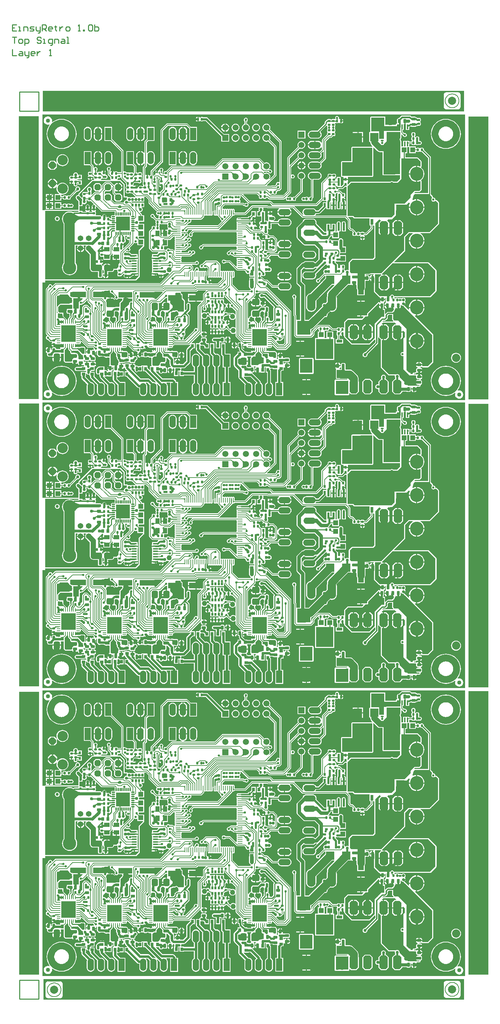
<source format=gtl>
G04 Layer_Physical_Order=1*
G04 Layer_Color=255*
%FSLAX24Y24*%
%MOIN*%
G70*
G01*
G75*
%ADD10C,0.0070*%
G04:AMPARAMS|DCode=11|XSize=78.7mil|YSize=78.7mil|CornerRadius=39.4mil|HoleSize=0mil|Usage=FLASHONLY|Rotation=90.000|XOffset=0mil|YOffset=0mil|HoleType=Round|Shape=RoundedRectangle|*
%AMROUNDEDRECTD11*
21,1,0.0787,0.0000,0,0,90.0*
21,1,0.0000,0.0787,0,0,90.0*
1,1,0.0787,0.0000,0.0000*
1,1,0.0787,0.0000,0.0000*
1,1,0.0787,0.0000,0.0000*
1,1,0.0787,0.0000,0.0000*
%
%ADD11ROUNDEDRECTD11*%
%ADD12C,0.0100*%
%ADD13C,0.0650*%
%ADD14C,0.0080*%
G04:AMPARAMS|DCode=15|XSize=22mil|YSize=24mil|CornerRadius=4.4mil|HoleSize=0mil|Usage=FLASHONLY|Rotation=0.000|XOffset=0mil|YOffset=0mil|HoleType=Round|Shape=RoundedRectangle|*
%AMROUNDEDRECTD15*
21,1,0.0220,0.0152,0,0,0.0*
21,1,0.0132,0.0240,0,0,0.0*
1,1,0.0088,0.0066,-0.0076*
1,1,0.0088,-0.0066,-0.0076*
1,1,0.0088,-0.0066,0.0076*
1,1,0.0088,0.0066,0.0076*
%
%ADD15ROUNDEDRECTD15*%
G04:AMPARAMS|DCode=16|XSize=22mil|YSize=24mil|CornerRadius=4.4mil|HoleSize=0mil|Usage=FLASHONLY|Rotation=90.000|XOffset=0mil|YOffset=0mil|HoleType=Round|Shape=RoundedRectangle|*
%AMROUNDEDRECTD16*
21,1,0.0220,0.0152,0,0,90.0*
21,1,0.0132,0.0240,0,0,90.0*
1,1,0.0088,0.0076,0.0066*
1,1,0.0088,0.0076,-0.0066*
1,1,0.0088,-0.0076,-0.0066*
1,1,0.0088,-0.0076,0.0066*
%
%ADD16ROUNDEDRECTD16*%
%ADD17R,0.0197X0.0217*%
%ADD18R,0.0217X0.0197*%
%ADD19R,0.0790X0.0790*%
%ADD20R,0.1122X0.2598*%
%ADD21R,0.0728X0.0933*%
%ADD22R,0.0276X0.0165*%
%ADD23R,0.0172X0.0453*%
G04:AMPARAMS|DCode=24|XSize=29.1mil|YSize=39.4mil|CornerRadius=5.8mil|HoleSize=0mil|Usage=FLASHONLY|Rotation=180.000|XOffset=0mil|YOffset=0mil|HoleType=Round|Shape=RoundedRectangle|*
%AMROUNDEDRECTD24*
21,1,0.0291,0.0277,0,0,180.0*
21,1,0.0175,0.0394,0,0,180.0*
1,1,0.0117,-0.0087,0.0139*
1,1,0.0117,0.0087,0.0139*
1,1,0.0117,0.0087,-0.0139*
1,1,0.0117,-0.0087,-0.0139*
%
%ADD24ROUNDEDRECTD24*%
%ADD25R,0.0551X0.1339*%
%ADD26R,0.0512X0.0709*%
G04:AMPARAMS|DCode=27|XSize=23.6mil|YSize=24mil|CornerRadius=4.7mil|HoleSize=0mil|Usage=FLASHONLY|Rotation=90.000|XOffset=0mil|YOffset=0mil|HoleType=Round|Shape=RoundedRectangle|*
%AMROUNDEDRECTD27*
21,1,0.0236,0.0146,0,0,90.0*
21,1,0.0142,0.0240,0,0,90.0*
1,1,0.0094,0.0073,0.0071*
1,1,0.0094,0.0073,-0.0071*
1,1,0.0094,-0.0073,-0.0071*
1,1,0.0094,-0.0073,0.0071*
%
%ADD27ROUNDEDRECTD27*%
G04:AMPARAMS|DCode=28|XSize=11mil|YSize=31.5mil|CornerRadius=4.4mil|HoleSize=0mil|Usage=FLASHONLY|Rotation=180.000|XOffset=0mil|YOffset=0mil|HoleType=Round|Shape=RoundedRectangle|*
%AMROUNDEDRECTD28*
21,1,0.0110,0.0227,0,0,180.0*
21,1,0.0022,0.0315,0,0,180.0*
1,1,0.0088,-0.0011,0.0113*
1,1,0.0088,0.0011,0.0113*
1,1,0.0088,0.0011,-0.0113*
1,1,0.0088,-0.0011,-0.0113*
%
%ADD28ROUNDEDRECTD28*%
G04:AMPARAMS|DCode=29|XSize=11mil|YSize=31.5mil|CornerRadius=4.4mil|HoleSize=0mil|Usage=FLASHONLY|Rotation=270.000|XOffset=0mil|YOffset=0mil|HoleType=Round|Shape=RoundedRectangle|*
%AMROUNDEDRECTD29*
21,1,0.0110,0.0227,0,0,270.0*
21,1,0.0022,0.0315,0,0,270.0*
1,1,0.0088,-0.0113,-0.0011*
1,1,0.0088,-0.0113,0.0011*
1,1,0.0088,0.0113,0.0011*
1,1,0.0088,0.0113,-0.0011*
%
%ADD29ROUNDEDRECTD29*%
%ADD30R,0.1370X0.1370*%
%ADD31O,0.0512X0.0098*%
%ADD32O,0.0098X0.0512*%
%ADD33R,0.0346X0.0264*%
%ADD34R,0.0264X0.0346*%
%ADD35R,0.0280X0.0560*%
%ADD36R,0.1970X0.1700*%
%ADD37R,0.1700X0.1970*%
%ADD38R,0.0560X0.0280*%
G04:AMPARAMS|DCode=39|XSize=29.1mil|YSize=39.4mil|CornerRadius=5.8mil|HoleSize=0mil|Usage=FLASHONLY|Rotation=270.000|XOffset=0mil|YOffset=0mil|HoleType=Round|Shape=RoundedRectangle|*
%AMROUNDEDRECTD39*
21,1,0.0291,0.0277,0,0,270.0*
21,1,0.0175,0.0394,0,0,270.0*
1,1,0.0117,-0.0139,-0.0087*
1,1,0.0117,-0.0139,0.0087*
1,1,0.0117,0.0139,0.0087*
1,1,0.0117,0.0139,-0.0087*
%
%ADD39ROUNDEDRECTD39*%
%ADD40R,0.1339X0.0551*%
G04:AMPARAMS|DCode=41|XSize=52mil|YSize=60mil|CornerRadius=13mil|HoleSize=0mil|Usage=FLASHONLY|Rotation=180.000|XOffset=0mil|YOffset=0mil|HoleType=Round|Shape=RoundedRectangle|*
%AMROUNDEDRECTD41*
21,1,0.0520,0.0340,0,0,180.0*
21,1,0.0260,0.0600,0,0,180.0*
1,1,0.0260,-0.0130,0.0170*
1,1,0.0260,0.0130,0.0170*
1,1,0.0260,0.0130,-0.0170*
1,1,0.0260,-0.0130,-0.0170*
%
%ADD41ROUNDEDRECTD41*%
G04:AMPARAMS|DCode=42|XSize=63mil|YSize=71mil|CornerRadius=15.8mil|HoleSize=0mil|Usage=FLASHONLY|Rotation=180.000|XOffset=0mil|YOffset=0mil|HoleType=Round|Shape=RoundedRectangle|*
%AMROUNDEDRECTD42*
21,1,0.0630,0.0395,0,0,180.0*
21,1,0.0315,0.0710,0,0,180.0*
1,1,0.0315,-0.0158,0.0198*
1,1,0.0315,0.0158,0.0198*
1,1,0.0315,0.0158,-0.0198*
1,1,0.0315,-0.0158,-0.0198*
%
%ADD42ROUNDEDRECTD42*%
G04:AMPARAMS|DCode=43|XSize=63mil|YSize=71mil|CornerRadius=15.8mil|HoleSize=0mil|Usage=FLASHONLY|Rotation=90.000|XOffset=0mil|YOffset=0mil|HoleType=Round|Shape=RoundedRectangle|*
%AMROUNDEDRECTD43*
21,1,0.0630,0.0395,0,0,90.0*
21,1,0.0315,0.0710,0,0,90.0*
1,1,0.0315,0.0198,0.0158*
1,1,0.0315,0.0198,-0.0158*
1,1,0.0315,-0.0198,-0.0158*
1,1,0.0315,-0.0198,0.0158*
%
%ADD43ROUNDEDRECTD43*%
%ADD44R,0.0200X0.0260*%
%ADD45R,0.0500X0.0150*%
G04:AMPARAMS|DCode=46|XSize=40mil|YSize=40mil|CornerRadius=20mil|HoleSize=0mil|Usage=FLASHONLY|Rotation=0.000|XOffset=0mil|YOffset=0mil|HoleType=Round|Shape=RoundedRectangle|*
%AMROUNDEDRECTD46*
21,1,0.0400,0.0000,0,0,0.0*
21,1,0.0000,0.0400,0,0,0.0*
1,1,0.0400,0.0000,0.0000*
1,1,0.0400,0.0000,0.0000*
1,1,0.0400,0.0000,0.0000*
1,1,0.0400,0.0000,0.0000*
%
%ADD46ROUNDEDRECTD46*%
%ADD47C,0.0600*%
%ADD48R,0.0240X0.0600*%
%ADD49R,0.0480X0.0480*%
%ADD50R,0.0543X0.0709*%
%ADD51R,0.0520X0.0420*%
%ADD52R,0.0236X0.0315*%
%ADD53R,0.0200X0.0280*%
%ADD54R,0.1260X0.0630*%
%ADD55R,0.0240X0.0240*%
%ADD56R,0.0480X0.0480*%
%ADD57R,0.0420X0.0520*%
G04:AMPARAMS|DCode=58|XSize=50mil|YSize=50mil|CornerRadius=25mil|HoleSize=0mil|Usage=FLASHONLY|Rotation=270.000|XOffset=0mil|YOffset=0mil|HoleType=Round|Shape=RoundedRectangle|*
%AMROUNDEDRECTD58*
21,1,0.0500,0.0000,0,0,270.0*
21,1,0.0000,0.0500,0,0,270.0*
1,1,0.0500,0.0000,0.0000*
1,1,0.0500,0.0000,0.0000*
1,1,0.0500,0.0000,0.0000*
1,1,0.0500,0.0000,0.0000*
%
%ADD58ROUNDEDRECTD58*%
%ADD59R,0.0709X0.0543*%
%ADD60R,0.1417X0.1614*%
%ADD61O,0.0098X0.0335*%
%ADD62O,0.0335X0.0098*%
%ADD63R,0.0280X0.0200*%
%ADD64R,0.0790X0.0790*%
%ADD65R,0.0118X0.0177*%
%ADD66C,0.0060*%
%ADD67C,0.0110*%
%ADD68C,0.0150*%
%ADD69C,0.0120*%
%ADD70C,0.0750*%
%ADD71C,0.0300*%
%ADD72C,0.0330*%
%ADD73C,0.0340*%
%ADD74C,0.0200*%
%ADD75C,0.0270*%
%ADD76C,0.0170*%
%ADD77C,0.0600*%
%ADD78C,0.0360*%
%ADD79C,0.0320*%
%ADD80C,0.0400*%
%ADD81C,0.0250*%
%ADD82C,0.0240*%
%ADD83C,0.0220*%
%ADD84C,0.0115*%
%ADD85C,0.0095*%
%ADD86C,0.1000*%
%ADD87C,0.0280*%
%ADD88C,0.0160*%
%ADD89C,0.0350*%
%ADD90C,0.0500*%
%ADD91C,0.0700*%
%ADD92C,0.0090*%
%ADD93C,0.0230*%
%ADD94C,0.0180*%
%ADD95C,0.0140*%
%ADD96R,0.1320X0.1255*%
%ADD97R,0.1380X0.1160*%
%ADD98R,0.1230X0.1310*%
%ADD99R,0.1220X0.1330*%
%ADD100R,0.1230X0.1350*%
%ADD101R,0.1220X0.1340*%
%ADD102R,0.1280X0.1320*%
%ADD103R,0.1860X0.0783*%
%ADD104R,0.0591X0.0591*%
%ADD105O,0.1181X0.0591*%
%ADD106C,0.0591*%
%ADD107O,0.0600X0.1200*%
%ADD108R,0.0600X0.1200*%
%ADD109O,0.1300X0.1360*%
%ADD110R,0.0591X0.0591*%
%ADD111O,0.1200X0.0600*%
%ADD112O,0.0825X0.1650*%
%ADD113P,0.0671X8X22.5*%
%ADD114C,0.1305*%
%ADD115C,0.0540*%
%ADD116C,0.1000*%
%ADD117P,0.0758X8X292.5*%
%ADD118C,0.0800*%
G04:AMPARAMS|DCode=119|XSize=133mil|YSize=83mil|CornerRadius=0mil|HoleSize=0mil|Usage=FLASHONLY|Rotation=270.000|XOffset=0mil|YOffset=0mil|HoleType=Round|Shape=Octagon|*
%AMOCTAGOND119*
4,1,8,-0.0208,-0.0665,0.0208,-0.0665,0.0415,-0.0457,0.0415,0.0457,0.0208,0.0665,-0.0208,0.0665,-0.0415,0.0457,-0.0415,-0.0457,-0.0208,-0.0665,0.0*
%
%ADD119OCTAGOND119*%

%ADD120C,0.0220*%
%ADD121C,0.0300*%
%ADD122C,0.0290*%
%ADD123C,0.0320*%
G36*
X43681Y86683D02*
X2697D01*
Y88681D01*
X43681D01*
Y86683D01*
D02*
G37*
G36*
X43781Y58625D02*
X2641D01*
Y70079D01*
X2926D01*
Y70264D01*
X11715D01*
X11754Y70272D01*
X11787Y70294D01*
X12102Y70610D01*
X12124Y70643D01*
X12132Y70682D01*
Y73179D01*
X12520Y73566D01*
X12542Y73599D01*
X12549Y73638D01*
X12542Y73677D01*
X12537Y73689D01*
Y74328D01*
X12056D01*
X12049Y74335D01*
X12047Y74341D01*
X12045Y74353D01*
X12041Y74360D01*
X12039Y74368D01*
X12031Y74377D01*
X12028Y74382D01*
X12029Y74388D01*
X12030Y74406D01*
X12031Y74425D01*
X12031Y74426D01*
X12031Y74428D01*
X12025Y74445D01*
X12019Y74463D01*
X12018Y74464D01*
X12017Y74465D01*
X12013Y74470D01*
X12012Y74472D01*
X12053Y74522D01*
X12537D01*
Y75139D01*
X12547D01*
Y75778D01*
X12082D01*
X12046Y75828D01*
X12058Y75888D01*
X12049Y75933D01*
X12081Y75972D01*
X12547D01*
Y76612D01*
X12378D01*
X12339Y76636D01*
X12331Y76679D01*
X12306Y76716D01*
X12146Y76876D01*
X12171Y76922D01*
X12176Y76921D01*
X12266Y76939D01*
X12342Y76989D01*
X12393Y77065D01*
X12411Y77155D01*
X12393Y77245D01*
X12342Y77321D01*
X12304Y77347D01*
X12319Y77397D01*
X12555D01*
Y77817D01*
X11371D01*
X11301Y77886D01*
X11320Y77932D01*
X12555D01*
Y78332D01*
X12555Y78352D01*
X12592Y78382D01*
X12719D01*
X12970Y78131D01*
Y77816D01*
X12970Y77816D01*
X12978Y77773D01*
X13003Y77737D01*
X13759Y76981D01*
X13769Y76933D01*
X13760Y76912D01*
X13728Y76865D01*
X13714Y76791D01*
X13728Y76717D01*
X13771Y76654D01*
X13833Y76612D01*
X13907Y76598D01*
X13965Y76609D01*
X13982Y76586D01*
X13990Y76563D01*
X13967Y76528D01*
X13957Y76480D01*
Y76328D01*
X13958Y76322D01*
X13926Y76283D01*
X13773D01*
X13603Y76454D01*
X13601Y76470D01*
X13599Y76472D01*
X13599Y76475D01*
X13589Y76489D01*
X13580Y76504D01*
X13577Y76507D01*
X13577Y76508D01*
X13577Y76509D01*
X13576Y76512D01*
X13575Y76516D01*
X13574Y76521D01*
X13574Y76527D01*
X13574Y76537D01*
X13570Y76555D01*
X13566Y76574D01*
X13566Y76575D01*
X13565Y76576D01*
X13555Y76591D01*
X13544Y76607D01*
X13543Y76608D01*
X13543Y76608D01*
X13541Y76609D01*
X13541Y76610D01*
X13499Y76673D01*
X13436Y76715D01*
X13362Y76730D01*
X13288Y76715D01*
X13225Y76673D01*
X13183Y76610D01*
X13168Y76536D01*
X13183Y76462D01*
X13225Y76399D01*
X13288Y76357D01*
X13289Y76357D01*
X13290Y76355D01*
X13290Y76355D01*
X13291Y76354D01*
X13307Y76343D01*
X13322Y76333D01*
X13323Y76332D01*
X13324Y76332D01*
X13343Y76328D01*
X13361Y76324D01*
X13371Y76324D01*
X13377Y76324D01*
X13382Y76323D01*
X13386Y76322D01*
X13389Y76321D01*
X13390Y76321D01*
X13391Y76321D01*
X13394Y76318D01*
X13409Y76309D01*
X13423Y76299D01*
X13426Y76299D01*
X13428Y76297D01*
X13444Y76295D01*
X13647Y76092D01*
X13684Y76068D01*
X13684Y76067D01*
X13678Y76058D01*
X13668Y76010D01*
Y75858D01*
X13678Y75809D01*
X13699Y75777D01*
X13689Y75761D01*
X13689Y75761D01*
X13689Y75760D01*
X13685Y75741D01*
X13682Y75722D01*
X13682Y75721D01*
X13682Y75721D01*
X13682Y75718D01*
X13668Y75646D01*
X13682Y75577D01*
X13681Y75573D01*
X13681Y75572D01*
X13681Y75572D01*
X13683Y75560D01*
X13679Y75546D01*
X13677Y75544D01*
X13638Y75514D01*
X13597Y75541D01*
X13548Y75551D01*
X13416D01*
X13368Y75541D01*
X13327Y75514D01*
X13300Y75473D01*
X13290Y75425D01*
Y75315D01*
X13063Y75087D01*
X13038Y75051D01*
X13030Y75008D01*
X13030Y75008D01*
Y73386D01*
X13030Y73386D01*
X13038Y73343D01*
X13063Y73307D01*
X13313Y73057D01*
X13313Y73057D01*
X13349Y73033D01*
X13392Y73024D01*
X13918D01*
X13933Y72993D01*
X13935Y72974D01*
X13890Y72929D01*
X13775Y72814D01*
X13321D01*
Y72584D01*
X13301D01*
Y72459D01*
X13651D01*
Y72359D01*
X13301D01*
Y72234D01*
X13321D01*
Y71809D01*
X13321D01*
Y71499D01*
X13321D01*
Y71079D01*
X13301D01*
Y70954D01*
X13651D01*
Y70904D01*
X13701D01*
Y70729D01*
X13992D01*
Y70674D01*
X14003Y70618D01*
X14035Y70570D01*
X14083Y70538D01*
X14139Y70527D01*
X14165D01*
Y70740D01*
X14215D01*
Y70790D01*
X14438D01*
Y70806D01*
X14428Y70854D01*
X14431Y70859D01*
X14447Y70879D01*
X14466Y70894D01*
X14539Y70879D01*
X14629Y70897D01*
X14705Y70948D01*
X14738Y70997D01*
X14801Y71012D01*
X14823Y70995D01*
X14903Y70962D01*
X14961Y70955D01*
X14979Y70902D01*
X14083Y70006D01*
X3947D01*
X3947Y70006D01*
X3904Y69997D01*
X3868Y69973D01*
X3640Y69745D01*
X3592Y69760D01*
X3588Y69778D01*
X3546Y69841D01*
X3483Y69883D01*
X3409Y69897D01*
X3335Y69883D01*
X3272Y69841D01*
X3230Y69778D01*
X3230Y69777D01*
X3228Y69776D01*
X3228Y69775D01*
X3227Y69775D01*
X3217Y69759D01*
X3206Y69743D01*
X3206Y69742D01*
X3205Y69742D01*
X3201Y69723D01*
X3197Y69704D01*
X3197Y69694D01*
X3197Y69688D01*
X3196Y69683D01*
X3195Y69679D01*
X3195Y69677D01*
X3194Y69675D01*
X3194Y69675D01*
X3191Y69672D01*
X3182Y69657D01*
X3172Y69642D01*
X3172Y69640D01*
X3171Y69638D01*
X3168Y69621D01*
X3020Y69473D01*
X2996Y69437D01*
X2987Y69394D01*
X2987Y69394D01*
Y65124D01*
X2987Y65124D01*
X2996Y65081D01*
X3020Y65044D01*
X3133Y64931D01*
X3117Y64877D01*
X3095Y64873D01*
X3032Y64831D01*
X2990Y64768D01*
X2976Y64694D01*
X2990Y64619D01*
X3032Y64557D01*
X3095Y64515D01*
X3096Y64515D01*
X3097Y64513D01*
X3098Y64512D01*
X3113Y64502D01*
X3127Y64491D01*
X3129Y64491D01*
X3131Y64489D01*
X3149Y64486D01*
X3162Y64483D01*
X3162Y64483D01*
X3163Y64482D01*
X3164Y64482D01*
X3165Y64481D01*
X3174Y64474D01*
X3180Y64469D01*
X3195Y64459D01*
X3211Y64448D01*
X3212Y64448D01*
X3213Y64447D01*
X3232Y64444D01*
X3336Y64340D01*
X3340Y64337D01*
X3379Y64311D01*
X3429Y64301D01*
X3429Y64301D01*
X3579D01*
X3594Y64278D01*
Y64236D01*
X3580Y64226D01*
X3548Y64179D01*
X3537Y64123D01*
Y64107D01*
X3759D01*
Y64057D01*
X3809D01*
Y63844D01*
X3835D01*
X3892Y63855D01*
X3939Y63887D01*
X3971Y63934D01*
X3982Y63991D01*
Y64062D01*
D01*
X4032Y64089D01*
D01*
D01*
X4050Y64077D01*
X4101Y64067D01*
X4287D01*
X4312Y64058D01*
X4366Y64061D01*
X4383Y63983D01*
X4487D01*
Y63883D01*
X4367D01*
X4334Y63828D01*
Y63814D01*
X4346Y63756D01*
X4379Y63707D01*
X4385Y63643D01*
X4349Y63608D01*
X3995D01*
Y63612D01*
X3985Y63666D01*
X3954Y63712D01*
X3908Y63742D01*
X3854Y63753D01*
X3680D01*
X3626Y63742D01*
X3580Y63712D01*
X3549Y63666D01*
X3539Y63612D01*
Y63498D01*
X3530Y63493D01*
X3480Y63520D01*
Y63612D01*
X3468Y63674D01*
X3433Y63726D01*
X3381Y63761D01*
X3319Y63774D01*
X3282D01*
Y63474D01*
X3232D01*
Y63424D01*
X2983D01*
Y63335D01*
X2995Y63273D01*
X3030Y63221D01*
X3083Y63186D01*
X3096Y63183D01*
X3112Y63144D01*
X3111Y63129D01*
X3095Y63054D01*
X3111Y62976D01*
X3155Y62909D01*
X3221Y62865D01*
X3299Y62850D01*
X3519D01*
X3572Y62860D01*
X3597Y62844D01*
X4039D01*
X4457D01*
Y62991D01*
X4448Y63058D01*
X4442Y63072D01*
X4430Y63101D01*
D01*
D01*
X4463Y63145D01*
X4479Y63142D01*
X4707D01*
Y62464D01*
X4715Y62425D01*
X4737Y62392D01*
X4847Y62282D01*
X4880Y62259D01*
X4919Y62252D01*
X5459D01*
X5490Y62258D01*
X5542Y62257D01*
X5577Y62204D01*
X5629Y62169D01*
X5691Y62157D01*
X5779D01*
Y62406D01*
X5879D01*
Y62157D01*
X5968D01*
X6030Y62169D01*
X6049Y62183D01*
X6061Y62182D01*
X6103Y62159D01*
X6112Y62117D01*
X6147Y62064D01*
X6199Y62029D01*
X6261Y62017D01*
X6349D01*
Y62266D01*
X6449D01*
Y62017D01*
X6538D01*
X6600Y62029D01*
X6600D01*
X6624Y62046D01*
X6637Y62045D01*
X6678Y62022D01*
X6687Y61979D01*
X6706Y61950D01*
X6680Y61900D01*
X6389D01*
Y61860D01*
X5984D01*
X5906Y61845D01*
X5840Y61800D01*
X5796Y61734D01*
X5780Y61656D01*
X5796Y61578D01*
X5840Y61512D01*
X5906Y61468D01*
X5984Y61452D01*
X6610D01*
X6688Y61468D01*
X6701Y61476D01*
X6895D01*
X6908Y61431D01*
Y61421D01*
X6895Y61376D01*
X6858Y61376D01*
X6389D01*
Y60952D01*
X6438D01*
Y60816D01*
X6453Y60738D01*
X6498Y60672D01*
X6999Y60171D01*
X6972Y60105D01*
X6959Y60006D01*
Y59406D01*
X6972Y59307D01*
X7010Y59215D01*
X7071Y59135D01*
X7150Y59074D01*
X7243Y59036D01*
X7342Y59023D01*
X7441Y59036D01*
X7534Y59074D01*
X7613Y59135D01*
X7674Y59215D01*
X7712Y59307D01*
X7725Y59406D01*
Y60006D01*
X7712Y60105D01*
X7674Y60198D01*
X7613Y60277D01*
X7534Y60338D01*
X7441Y60376D01*
X7359Y60387D01*
X6846Y60901D01*
Y60952D01*
X6895D01*
Y61174D01*
X6945Y61189D01*
X6965Y61159D01*
X7028Y61117D01*
X7102Y61102D01*
X7169Y61116D01*
X7216Y61096D01*
X7219Y61094D01*
Y60952D01*
X7278D01*
Y60876D01*
X7293Y60802D01*
X7335Y60739D01*
X7971Y60103D01*
X7959Y60006D01*
Y59406D01*
X7972Y59307D01*
X8010Y59215D01*
X8071Y59135D01*
X8150Y59074D01*
X8243Y59036D01*
X8342Y59023D01*
X8441Y59036D01*
X8534Y59074D01*
X8613Y59135D01*
X8674Y59215D01*
X8712Y59307D01*
X8725Y59406D01*
Y60006D01*
X8712Y60105D01*
X8674Y60198D01*
X8613Y60277D01*
X8534Y60338D01*
X8441Y60376D01*
X8342Y60389D01*
X8245Y60377D01*
X7709Y60913D01*
X7725Y60952D01*
X7725D01*
Y61376D01*
X7395D01*
X7382Y61398D01*
X7376Y61426D01*
X7426Y61476D01*
X7725D01*
Y61884D01*
X7755Y61889D01*
X7807Y61924D01*
X7842Y61977D01*
X7854Y62038D01*
Y62076D01*
X7554D01*
Y62126D01*
X7504D01*
Y62375D01*
X7416D01*
X7354Y62362D01*
X7302Y62327D01*
X7295Y62318D01*
X7235D01*
X7227Y62330D01*
X7175Y62365D01*
X7113Y62377D01*
X7024D01*
Y62128D01*
X6924D01*
Y62377D01*
X6836D01*
X6774Y62365D01*
X6749Y62348D01*
X6737Y62349D01*
X6696Y62372D01*
X6687Y62415D01*
X6663Y62450D01*
X6679Y62505D01*
X6707Y62513D01*
X6716Y62507D01*
X6736Y62477D01*
X6782Y62446D01*
X6836Y62435D01*
X7113D01*
X7167Y62446D01*
X7213Y62477D01*
X7236Y62512D01*
X7246Y62513D01*
X7260Y62516D01*
D01*
X7273Y62515D01*
X7291Y62511D01*
X7316Y62474D01*
X7362Y62444D01*
X7416Y62433D01*
X7693D01*
X7747Y62444D01*
X7793Y62474D01*
X7823Y62520D01*
X7834Y62574D01*
Y62749D01*
X7823Y62803D01*
X7793Y62848D01*
X7757Y62872D01*
X7759Y62914D01*
X7762Y62924D01*
X7783Y62928D01*
X7836Y62963D01*
X7871Y63016D01*
X7883Y63078D01*
Y63166D01*
X7634D01*
Y63266D01*
X7883D01*
Y63355D01*
X7878Y63381D01*
X7873Y63405D01*
X7907Y63445D01*
X7918Y63447D01*
X7947Y63414D01*
D01*
D01*
X7952Y63408D01*
X7947Y63381D01*
X7941Y63355D01*
Y63078D01*
X7952Y63024D01*
X7983Y62978D01*
X8021Y62952D01*
X8023Y62949D01*
X8063Y62909D01*
X8063Y62909D01*
X8076Y62901D01*
X8085Y62834D01*
X8070Y62814D01*
X8675D01*
X8701Y62788D01*
X8708Y62783D01*
D01*
X8709Y62782D01*
X8716Y62775D01*
X8723Y62771D01*
X8732Y62767D01*
X8741Y62761D01*
X8750Y62759D01*
X8760Y62756D01*
X8770D01*
X8780Y62754D01*
X8829D01*
X8873Y62710D01*
X8910Y62754D01*
X9142D01*
X9176Y62704D01*
X9172Y62684D01*
Y62289D01*
X9181Y62243D01*
Y62104D01*
X9187Y62074D01*
X9170Y62041D01*
X9156Y62024D01*
X9154D01*
X9093Y62011D01*
X9040Y61976D01*
X9005Y61924D01*
X8993Y61862D01*
Y61774D01*
X9490D01*
Y61854D01*
X9502Y61862D01*
X9502D01*
X9549Y61817D01*
Y61585D01*
X9559Y61531D01*
X9587Y61489D01*
X9583Y61469D01*
X9569Y61439D01*
X9492D01*
Y60933D01*
X9500D01*
Y60624D01*
X9515Y60546D01*
X9560Y60480D01*
X9962Y60078D01*
Y59026D01*
X10722D01*
Y60386D01*
X10230D01*
X9908Y60709D01*
Y60848D01*
X9952Y60871D01*
X9958Y60867D01*
X10032Y60852D01*
X10036Y60853D01*
X10042Y60852D01*
X10120Y60868D01*
X10186Y60912D01*
X10197Y60923D01*
X10552D01*
Y61429D01*
X10200D01*
X10186Y61450D01*
X10120Y61495D01*
X10042Y61510D01*
X10035Y61509D01*
X9999Y61553D01*
X10005Y61585D01*
Y61737D01*
X10055Y61752D01*
X10079Y61717D01*
X10132Y61682D01*
X10193Y61670D01*
X10282D01*
Y61918D01*
Y62167D01*
X10193D01*
X10162Y62200D01*
X10176Y62212D01*
X10202Y62225D01*
X10470D01*
X10524Y62236D01*
X10545Y62250D01*
X10564D01*
X10642Y62265D01*
X10691Y62298D01*
X10856D01*
X10895Y62306D01*
X11125D01*
X11164Y62280D01*
X11174Y62267D01*
X11219Y62236D01*
X11273Y62225D01*
X11550D01*
X11604Y62236D01*
X11650Y62267D01*
X11681Y62313D01*
X11691Y62366D01*
Y62437D01*
X11826Y62572D01*
X11870Y62638D01*
X11886Y62716D01*
X11870Y62794D01*
X11826Y62860D01*
X11760Y62905D01*
X11682Y62920D01*
X11604Y62905D01*
X11576Y62886D01*
X11526Y62913D01*
Y62944D01*
X11277D01*
X11028D01*
Y62855D01*
X11041Y62793D01*
X11050Y62780D01*
X11023Y62730D01*
X10972D01*
X10945Y62780D01*
X10959Y62801D01*
X10970Y62855D01*
Y62898D01*
X10973Y62914D01*
Y63204D01*
X10958Y63278D01*
X10916Y63341D01*
X10854Y63383D01*
X10779Y63397D01*
X10519D01*
X10487Y63436D01*
X10490Y63454D01*
Y63523D01*
X10338D01*
Y63623D01*
X10490D01*
Y63660D01*
X10490Y63691D01*
X10538Y63707D01*
X10724D01*
X10775Y63717D01*
X10817Y63745D01*
X10846Y63788D01*
X10856Y63838D01*
X10849Y63873D01*
X10879Y63923D01*
X10961D01*
X11470Y63414D01*
X11470Y63414D01*
X11506Y63390D01*
X11549Y63381D01*
X11549Y63381D01*
X11750D01*
X11764Y63371D01*
X11766Y63371D01*
X11769Y63369D01*
X11786Y63366D01*
X11802Y63362D01*
X11807Y63362D01*
X11807Y63361D01*
X11809Y63361D01*
X11811Y63359D01*
X11814Y63357D01*
X11818Y63354D01*
X11823Y63350D01*
X11830Y63343D01*
X11846Y63333D01*
X11862Y63322D01*
X11863Y63322D01*
X11863Y63322D01*
X11876Y63320D01*
X11896Y63291D01*
D01*
X11902Y63280D01*
X11903Y63278D01*
X11904Y63267D01*
X11893Y63212D01*
Y63124D01*
X12142D01*
X12390D01*
Y63212D01*
X12378Y63274D01*
X12343Y63326D01*
X12291Y63361D01*
X12229Y63374D01*
X12181D01*
X12160Y63412D01*
X12159Y63424D01*
X12173Y63494D01*
X12158Y63568D01*
X12150Y63580D01*
X12169Y63609D01*
X12184Y63620D01*
X12195Y63617D01*
X12211Y63612D01*
X12214Y63613D01*
X12217Y63612D01*
X12221Y63612D01*
X12223Y63611D01*
X12224Y63611D01*
X12236Y63608D01*
X12239Y63607D01*
X12266Y63594D01*
X12276Y63589D01*
X12294Y63583D01*
X12313Y63577D01*
X12313Y63577D01*
X12313Y63577D01*
X12333Y63578D01*
X12353Y63580D01*
X12353Y63580D01*
X12353Y63580D01*
X12360Y63584D01*
X12379Y63580D01*
X12454Y63595D01*
X12516Y63637D01*
X12577Y63638D01*
X12597Y63625D01*
X12653Y63614D01*
X12679D01*
Y63827D01*
X12779D01*
Y63614D01*
X12805D01*
X12862Y63625D01*
X12909Y63657D01*
X12941Y63704D01*
X12943Y63715D01*
X12949Y63720D01*
X12998Y63734D01*
X13024Y63717D01*
X13075Y63707D01*
X13260D01*
X13308Y63691D01*
X13308Y63660D01*
Y63623D01*
X13460D01*
Y63523D01*
X13308D01*
Y63454D01*
X13320Y63396D01*
X13349Y63353D01*
X13341Y63327D01*
X13328Y63303D01*
X13278D01*
X13269Y63301D01*
X13259D01*
X13249Y63297D01*
X13239Y63296D01*
X13231Y63290D01*
X13222Y63286D01*
X13214Y63281D01*
X13179Y63274D01*
X13145Y63281D01*
X13137Y63286D01*
X13128Y63290D01*
X13119Y63296D01*
X13109Y63297D01*
X13100Y63301D01*
X13090D01*
X13080Y63303D01*
X12870D01*
X12864Y63312D01*
X12818Y63342D01*
X12764Y63353D01*
X12590D01*
X12536Y63342D01*
X12490Y63312D01*
X12459Y63266D01*
X12449Y63212D01*
Y62935D01*
X12422Y62903D01*
X12390Y62935D01*
X12390Y62935D01*
Y63024D01*
X12142D01*
X11893D01*
Y62935D01*
X11905Y62873D01*
X11940Y62821D01*
X11992Y62786D01*
X12054Y62774D01*
X12079D01*
X12139Y62834D01*
X12493D01*
X12536Y62805D01*
X12590Y62794D01*
X12764D01*
X12818Y62805D01*
X12862Y62834D01*
X12969D01*
X12976Y62827D01*
D01*
X13001Y62802D01*
X13035Y62779D01*
X13074Y62772D01*
X13211D01*
X13223Y62758D01*
X13243Y62722D01*
X13237Y62694D01*
Y62070D01*
X13245Y62031D01*
X13267Y61998D01*
X13296Y61969D01*
X13283Y61919D01*
X13118D01*
Y61575D01*
X13072Y61556D01*
X12886Y61743D01*
Y61919D01*
X12849D01*
X12839Y61969D01*
X12849Y61974D01*
X12862Y61984D01*
X12262D01*
X12275Y61974D01*
X12285Y61969D01*
X12275Y61919D01*
X11968D01*
X11959Y61933D01*
X11913Y61964D01*
X11896Y61975D01*
X11822Y61990D01*
X11815Y61988D01*
X11762Y61978D01*
X11721Y62000D01*
X11711Y62011D01*
X11700Y62064D01*
X11699D01*
Y62068D01*
X11665Y62120D01*
X11612Y62155D01*
X11550Y62167D01*
X11462D01*
Y61918D01*
Y61670D01*
X11550D01*
X11578Y61675D01*
X11585Y61674D01*
X11628Y61637D01*
Y61536D01*
X11643Y61462D01*
X11685Y61399D01*
X11748Y61357D01*
X11822Y61342D01*
X11896Y61357D01*
X11959Y61399D01*
X11968Y61413D01*
X12362D01*
Y61894D01*
X12404Y61939D01*
X12404Y61939D01*
X12420D01*
X12462Y61919D01*
Y61413D01*
X12639D01*
X13665Y60387D01*
X13636Y60344D01*
X13559Y60376D01*
X13460Y60389D01*
X13387Y60380D01*
X13096Y60670D01*
X13030Y60715D01*
X12952Y60730D01*
X12206D01*
X11317Y61620D01*
X11337Y61670D01*
X11362D01*
Y61918D01*
Y62167D01*
X11273D01*
X11212Y62155D01*
X11175Y62131D01*
X11125Y62152D01*
Y62206D01*
X10619D01*
Y62152D01*
X10569Y62131D01*
X10532Y62155D01*
X10470Y62167D01*
X10382D01*
Y61918D01*
Y61670D01*
X10470D01*
X10532Y61682D01*
X10585Y61717D01*
X10619Y61769D01*
X10620Y61769D01*
X10670Y61766D01*
X10683Y61698D01*
X10728Y61632D01*
X10884Y61476D01*
X10865Y61429D01*
X10652D01*
Y60923D01*
X10829D01*
X11890Y59862D01*
X11956Y59818D01*
X12034Y59802D01*
X12077D01*
Y59406D01*
X12090Y59307D01*
X12128Y59215D01*
X12189Y59135D01*
X12268Y59074D01*
X12361Y59036D01*
X12460Y59023D01*
X12559Y59036D01*
X12652Y59074D01*
X12731Y59135D01*
X12792Y59215D01*
X12830Y59307D01*
X12843Y59406D01*
Y60006D01*
X12830Y60105D01*
X12792Y60198D01*
X12735Y60272D01*
X12744Y60315D01*
X12746Y60322D01*
X12867D01*
X13089Y60100D01*
X13077Y60006D01*
Y59406D01*
X13090Y59307D01*
X13128Y59215D01*
X13189Y59135D01*
X13268Y59074D01*
X13361Y59036D01*
X13460Y59023D01*
X13559Y59036D01*
X13652Y59074D01*
X13731Y59135D01*
X13792Y59215D01*
X13830Y59307D01*
X13843Y59406D01*
Y60006D01*
X13830Y60105D01*
X13798Y60182D01*
X13841Y60211D01*
X14077Y59975D01*
Y59406D01*
X14090Y59307D01*
X14128Y59215D01*
X14189Y59135D01*
X14268Y59074D01*
X14361Y59036D01*
X14460Y59023D01*
X14559Y59036D01*
X14652Y59074D01*
X14731Y59135D01*
X14792Y59215D01*
X14830Y59307D01*
X14843Y59406D01*
Y60006D01*
X14830Y60105D01*
X14792Y60198D01*
X14731Y60277D01*
X14721Y60285D01*
X14737Y60332D01*
X15080D01*
Y59026D01*
X15840D01*
Y60386D01*
X15664D01*
Y60408D01*
X15648Y60486D01*
X15604Y60552D01*
X15476Y60680D01*
X15410Y60725D01*
X15332Y60740D01*
X14341D01*
X13715Y61367D01*
X13734Y61413D01*
X13985D01*
Y61409D01*
X14001Y61331D01*
X14045Y61264D01*
X14048Y61262D01*
X14114Y61218D01*
X14192Y61202D01*
X14270Y61218D01*
X14336Y61262D01*
X14342Y61271D01*
X14410Y61282D01*
X14420Y61275D01*
X14474Y61264D01*
X14649D01*
X14703Y61275D01*
X14749Y61305D01*
X14779Y61351D01*
X14790Y61405D01*
Y61682D01*
X14779Y61736D01*
X14749Y61782D01*
X14703Y61812D01*
X14649Y61823D01*
X14624D01*
X14609Y61873D01*
X14615Y61877D01*
X14650Y61929D01*
X14662Y61991D01*
Y62028D01*
X14362D01*
Y62128D01*
X14662D01*
Y62166D01*
X14650Y62228D01*
X14620Y62271D01*
X14701Y62352D01*
X14723Y62385D01*
X14731Y62424D01*
Y62679D01*
X14728Y62693D01*
X14761Y62740D01*
X14797Y62743D01*
X15029Y62511D01*
X15023Y62482D01*
Y62205D01*
X15034Y62151D01*
X15048Y62131D01*
Y62071D01*
X15063Y61993D01*
X15107Y61927D01*
X15141Y61894D01*
X15120Y61844D01*
X15010D01*
X14948Y61831D01*
X14896Y61796D01*
X14861Y61744D01*
X14848Y61682D01*
Y61594D01*
X15346D01*
Y61682D01*
X15343Y61697D01*
X15378Y61732D01*
X15389Y61730D01*
X15466D01*
X15491Y61688D01*
X15491Y61680D01*
X15476Y61604D01*
Y61479D01*
X15468D01*
Y60973D01*
X15892D01*
Y61422D01*
X15962D01*
X15992Y61398D01*
Y60973D01*
X16416D01*
Y61022D01*
X17373D01*
Y60328D01*
X17307Y60277D01*
X17246Y60198D01*
X17208Y60105D01*
X17195Y60006D01*
Y59406D01*
X17208Y59307D01*
X17246Y59215D01*
X17307Y59135D01*
X17386Y59074D01*
X17479Y59036D01*
X17578Y59023D01*
X17677Y59036D01*
X17770Y59074D01*
X17849Y59135D01*
X17910Y59215D01*
X17948Y59307D01*
X17961Y59406D01*
Y60006D01*
X17948Y60105D01*
X17910Y60198D01*
X17849Y60277D01*
X17781Y60329D01*
Y61214D01*
Y61839D01*
X17849Y61891D01*
X17910Y61970D01*
X17948Y62063D01*
X17961Y62162D01*
Y62762D01*
X17948Y62861D01*
X17910Y62954D01*
X17849Y63033D01*
X17770Y63094D01*
X17677Y63132D01*
X17578Y63145D01*
X17479Y63132D01*
X17386Y63094D01*
X17307Y63033D01*
X17246Y62954D01*
X17208Y62861D01*
X17195Y62762D01*
Y62162D01*
X17208Y62063D01*
X17246Y61970D01*
X17307Y61891D01*
X17373Y61840D01*
Y61430D01*
X16416D01*
Y61479D01*
X16152D01*
X16128Y61523D01*
X16141Y61542D01*
X16156Y61616D01*
X16143Y61680D01*
X16170Y61730D01*
X16419D01*
X16497Y61745D01*
X16564Y61789D01*
X16784Y62010D01*
X17004Y62229D01*
X17048Y62296D01*
X17063Y62374D01*
Y63411D01*
X17303Y63650D01*
X17479D01*
Y64157D01*
X17187D01*
X17167Y64203D01*
X18013Y65049D01*
X18059Y65030D01*
Y64944D01*
X18072Y64882D01*
X18107Y64830D01*
X18159Y64795D01*
X18221Y64783D01*
X18309D01*
Y65031D01*
Y65280D01*
X18221D01*
X18192Y65274D01*
X18142Y65312D01*
Y66562D01*
X18192Y66587D01*
X18240Y66549D01*
X18320Y66516D01*
X18407Y66505D01*
X18493Y66516D01*
X18573Y66549D01*
X18642Y66602D01*
X18695Y66671D01*
X18728Y66751D01*
X18731Y66754D01*
X18743Y66762D01*
X18781Y66772D01*
D01*
X18788Y66768D01*
X18803Y66758D01*
X18805Y66758D01*
X18807Y66756D01*
X18824Y66754D01*
X18880Y66697D01*
X18880Y66697D01*
X18917Y66673D01*
X18960Y66664D01*
X18997Y66634D01*
Y66446D01*
X19064D01*
Y66390D01*
X19030D01*
X18981Y66381D01*
X18940Y66353D01*
X18898D01*
X18888Y66368D01*
X18841Y66400D01*
X18826Y66403D01*
X18817Y66394D01*
X18809Y66385D01*
X18802Y66376D01*
X18795Y66367D01*
X18790Y66357D01*
X18786Y66348D01*
X18782Y66339D01*
X18780Y66330D01*
X18779Y66320D01*
X18778Y66311D01*
X18769Y66311D01*
Y66188D01*
Y65965D01*
X18785D01*
X18841Y65976D01*
X18888Y66008D01*
X18898Y66023D01*
X18940D01*
X18981Y65995D01*
X18997Y65992D01*
Y65584D01*
X19781D01*
X19830Y65535D01*
X19811Y65489D01*
X19547D01*
Y65259D01*
Y65029D01*
X19764D01*
Y65259D01*
X19864D01*
Y65029D01*
X20079D01*
Y65259D01*
X20129D01*
Y65309D01*
X20329D01*
Y65388D01*
X20355Y65426D01*
X20398Y65435D01*
X20435Y65459D01*
X20470Y65494D01*
X20486Y65497D01*
X20488Y65498D01*
X20491Y65498D01*
X20505Y65508D01*
X20520Y65517D01*
X20523Y65520D01*
X20524Y65520D01*
X20526Y65521D01*
X20528Y65521D01*
X20532Y65522D01*
X20537Y65523D01*
X20543Y65523D01*
X20552Y65523D01*
X20562Y65523D01*
X20568Y65523D01*
X20573Y65522D01*
X20576Y65521D01*
X20579Y65521D01*
X20581Y65520D01*
X20581Y65520D01*
X20584Y65517D01*
X20599Y65508D01*
X20614Y65498D01*
X20616Y65498D01*
X20618Y65497D01*
X20635Y65494D01*
X20808Y65321D01*
X20808Y65321D01*
X20844Y65297D01*
X20887Y65288D01*
X20887Y65288D01*
X20896D01*
X20921Y65227D01*
X20974Y65158D01*
X21043Y65105D01*
X21123Y65072D01*
X21209Y65061D01*
X21296Y65072D01*
X21376Y65105D01*
X21417Y65137D01*
X21467Y65112D01*
Y64832D01*
X21467Y64831D01*
X21476Y64789D01*
X21500Y64752D01*
X21971Y64281D01*
X21960Y64248D01*
X21948Y64233D01*
X21780D01*
X21726Y64222D01*
X21680Y64192D01*
X21649Y64146D01*
X21639Y64092D01*
Y63815D01*
X21649Y63761D01*
X21680Y63715D01*
X21726Y63685D01*
X21771Y63676D01*
Y63564D01*
X21783Y63503D01*
X21818Y63452D01*
X21886Y63383D01*
X21867Y63337D01*
X21636D01*
Y63160D01*
X21325Y62850D01*
X21281Y62783D01*
X21265Y62705D01*
Y62056D01*
X21274Y62014D01*
D01*
X21281Y61978D01*
X21325Y61912D01*
X21728Y61509D01*
Y61316D01*
X21725Y61304D01*
Y60867D01*
X21741Y60789D01*
X21749Y60777D01*
X21750Y60769D01*
X21792Y60707D01*
X21819Y60689D01*
X22350Y60158D01*
X22330Y60109D01*
X22317Y60010D01*
Y59410D01*
X22330Y59311D01*
X22368Y59218D01*
X22429Y59139D01*
X22509Y59078D01*
X22601Y59040D01*
X22700Y59027D01*
X22799Y59040D01*
X22892Y59078D01*
X22971Y59139D01*
X23032Y59218D01*
X23070Y59311D01*
X23083Y59410D01*
Y60010D01*
X23070Y60109D01*
X23032Y60202D01*
X22971Y60281D01*
X22892Y60342D01*
X22799Y60380D01*
X22700Y60393D01*
X22692Y60392D01*
X22245Y60840D01*
X22266Y60890D01*
X22723D01*
Y60908D01*
X22891D01*
X23453Y60346D01*
X23449Y60297D01*
X23429Y60281D01*
X23368Y60202D01*
X23330Y60109D01*
X23317Y60010D01*
Y59410D01*
X23330Y59311D01*
X23368Y59218D01*
X23429Y59139D01*
X23509Y59078D01*
X23601Y59040D01*
X23700Y59027D01*
X23799Y59040D01*
X23892Y59078D01*
X23971Y59139D01*
X24032Y59218D01*
X24070Y59311D01*
X24083Y59410D01*
Y60010D01*
X24070Y60109D01*
X24032Y60202D01*
X23971Y60281D01*
X23893Y60341D01*
Y60374D01*
X23878Y60448D01*
X23836Y60511D01*
X23108Y61239D01*
X23070Y61264D01*
X23086Y61314D01*
X23149D01*
X23203Y61325D01*
X23249Y61355D01*
X23279Y61401D01*
X23290Y61455D01*
Y61732D01*
X23279Y61786D01*
X23249Y61832D01*
X23203Y61862D01*
X23212Y61912D01*
X23403D01*
X23419Y61862D01*
X23396Y61846D01*
X23361Y61794D01*
X23348Y61732D01*
Y61644D01*
X23597D01*
Y61594D01*
X23647D01*
Y61294D01*
X23684D01*
X23746Y61306D01*
X23799Y61341D01*
X23816Y61366D01*
X23866Y61351D01*
Y61300D01*
X24289D01*
Y61807D01*
X24334Y61820D01*
X24345D01*
X24389Y61807D01*
Y61300D01*
X24502D01*
Y60337D01*
X24429Y60281D01*
X24368Y60202D01*
X24330Y60109D01*
X24317Y60010D01*
Y59410D01*
X24330Y59311D01*
X24368Y59218D01*
X24429Y59139D01*
X24509Y59078D01*
X24601Y59040D01*
X24700Y59027D01*
X24799Y59040D01*
X24892Y59078D01*
X24971Y59139D01*
X25032Y59218D01*
X25070Y59311D01*
X25083Y59410D01*
Y60010D01*
X25070Y60109D01*
X25032Y60202D01*
X24971Y60281D01*
X24892Y60342D01*
X24889Y60343D01*
Y61459D01*
X24874Y61533D01*
X24832Y61596D01*
X24813Y61616D01*
Y61678D01*
X24839Y61700D01*
X25062D01*
X25081Y61671D01*
X25127Y61641D01*
X25181Y61630D01*
X25458D01*
X25465Y61631D01*
X25474Y61626D01*
X25503Y61588D01*
X25492Y61528D01*
Y60390D01*
X25320D01*
Y59030D01*
X26080D01*
Y60390D01*
X25899D01*
Y61443D01*
X25956Y61500D01*
X26133D01*
Y61785D01*
X26183Y61801D01*
X26187Y61794D01*
X26239Y61759D01*
X26301Y61747D01*
X26389D01*
Y61996D01*
Y62245D01*
X26301D01*
X26239Y62232D01*
X26187Y62197D01*
X26183Y62191D01*
D01*
X26133Y62206D01*
D01*
Y62330D01*
X26223D01*
X26247Y62314D01*
X26301Y62303D01*
X26578D01*
X26632Y62314D01*
X26678Y62344D01*
X26708Y62390D01*
X26719Y62444D01*
Y62619D01*
X26708Y62673D01*
X26678Y62718D01*
X26632Y62749D01*
X26578Y62760D01*
X26301D01*
X26247Y62749D01*
X26230Y62738D01*
X26074D01*
X26042Y62776D01*
X26046Y62795D01*
Y62884D01*
X25797D01*
X25548D01*
Y62795D01*
X25561Y62733D01*
X25590Y62689D01*
X25580Y62653D01*
X25573Y62640D01*
X25524Y62627D01*
X25520Y62630D01*
X25459Y62642D01*
X25457Y62645D01*
X25444Y62692D01*
X25449Y62695D01*
X25479Y62741D01*
X25490Y62795D01*
Y63072D01*
X25483Y63108D01*
Y63154D01*
X25469Y63224D01*
X25429Y63283D01*
X25379Y63333D01*
X25320Y63373D01*
X25249Y63387D01*
X24981D01*
X24956Y63392D01*
X24951Y63396D01*
X24946Y63399D01*
X24941Y63402D01*
X24927Y63405D01*
X24914Y63410D01*
X24908Y63410D01*
X24902Y63411D01*
X24843Y63413D01*
X24839Y63412D01*
X24835Y63413D01*
X24820Y63409D01*
X24804Y63407D01*
X24801Y63404D01*
X24796Y63403D01*
X24784Y63394D01*
X24783Y63394D01*
X24669D01*
X24628Y63444D01*
X24630Y63454D01*
Y63523D01*
X24478D01*
Y63623D01*
X24630D01*
Y63660D01*
X24630Y63691D01*
X24678Y63707D01*
X24864D01*
X24915Y63717D01*
X24957Y63745D01*
X24986Y63788D01*
X24996Y63838D01*
X24989Y63873D01*
X25017Y63920D01*
X25065Y63923D01*
X25444Y63544D01*
X25480Y63520D01*
X25523Y63511D01*
X25523Y63511D01*
X26309D01*
X26309Y63511D01*
X26352Y63520D01*
X26389Y63544D01*
X26819Y63974D01*
X26819Y63974D01*
X26843Y64011D01*
X26852Y64054D01*
X26852Y64054D01*
Y67234D01*
X26843Y67277D01*
X26819Y67313D01*
X26819Y67313D01*
X24499Y69633D01*
X24462Y69657D01*
X24419Y69666D01*
X24419Y69666D01*
X24377D01*
X24362Y69716D01*
X24425Y69758D01*
X24476Y69834D01*
X24494Y69924D01*
X24487Y69959D01*
X24527Y70013D01*
X24540Y70014D01*
X24954Y69600D01*
X24990Y69576D01*
X25033Y69568D01*
X25033Y69568D01*
X25538D01*
X25571Y69488D01*
X25632Y69409D01*
X25712Y69348D01*
X25804Y69309D01*
X25903Y69296D01*
X26503D01*
X26603Y69309D01*
X26695Y69348D01*
X26774Y69409D01*
X26835Y69488D01*
X26874Y69580D01*
X26887Y69680D01*
X26874Y69779D01*
X26835Y69871D01*
X26774Y69951D01*
X26695Y70012D01*
X26603Y70050D01*
X26503Y70063D01*
X25903D01*
X25804Y70050D01*
X25712Y70012D01*
X25632Y69951D01*
X25571Y69871D01*
X25538Y69792D01*
X25080D01*
X24569Y70303D01*
X24532Y70327D01*
X24489Y70336D01*
X24489Y70336D01*
X24288D01*
X24062Y70562D01*
X24026Y70586D01*
X23983Y70595D01*
X23962Y70597D01*
X23935Y70638D01*
X23933Y70639D01*
X23928Y70696D01*
X23945Y70713D01*
X23994Y70718D01*
X24035Y70691D01*
X24083Y70681D01*
X24215D01*
X24264Y70691D01*
X24305Y70718D01*
X24332Y70759D01*
X24342Y70808D01*
Y70960D01*
X24332Y71008D01*
X24313Y71036D01*
X24330Y71079D01*
X24336Y71086D01*
X24627D01*
Y71086D01*
X24677Y71099D01*
X24729Y71089D01*
X24819Y71107D01*
X24895Y71158D01*
X24946Y71234D01*
X24964Y71324D01*
X24946Y71413D01*
X24895Y71489D01*
X24819Y71540D01*
X24729Y71558D01*
X24681Y71548D01*
X24642Y71580D01*
Y71734D01*
X24622D01*
Y71679D01*
X24620Y71680D01*
X24617Y71680D01*
X24612Y71681D01*
X24596Y71682D01*
X24545Y71684D01*
X24528Y71684D01*
Y71734D01*
X24424D01*
Y71834D01*
X24528D01*
Y71884D01*
X24622Y71889D01*
Y71834D01*
X24642D01*
Y71974D01*
X24709Y71987D01*
X24785Y72038D01*
X24836Y72114D01*
X24854Y72204D01*
X24836Y72293D01*
X24785Y72369D01*
X24709Y72420D01*
X24684Y72425D01*
X24670Y72473D01*
X24874Y72678D01*
X25538D01*
X25571Y72598D01*
X25632Y72519D01*
X25712Y72458D01*
X25804Y72420D01*
X25903Y72407D01*
X26503D01*
X26603Y72420D01*
X26695Y72458D01*
X26774Y72519D01*
X26835Y72598D01*
X26874Y72691D01*
X26887Y72790D01*
X26874Y72889D01*
X26835Y72982D01*
X26774Y73061D01*
X26695Y73122D01*
X26603Y73160D01*
X26503Y73173D01*
X25903D01*
X25804Y73160D01*
X25712Y73122D01*
X25632Y73061D01*
X25571Y72982D01*
X25538Y72902D01*
X24828D01*
X24828Y72902D01*
X24785Y72894D01*
X24749Y72869D01*
X24749Y72869D01*
X24588Y72709D01*
X24560Y72720D01*
X24541Y72733D01*
X24532Y72779D01*
X24505Y72820D01*
X24499Y72824D01*
Y72884D01*
X24505Y72888D01*
X24532Y72929D01*
X24541Y72971D01*
X25252D01*
X25252Y72971D01*
X25295Y72980D01*
X25331Y73004D01*
X25461Y73134D01*
X25461Y73134D01*
X25486Y73171D01*
X25494Y73214D01*
X25494Y73214D01*
Y73602D01*
X25544Y73612D01*
X25554Y73588D01*
X25618Y73505D01*
X25702Y73441D01*
X25799Y73400D01*
X25903Y73386D01*
X26153D01*
Y73790D01*
Y74193D01*
X25903D01*
X25799Y74180D01*
X25702Y74139D01*
X25618Y74075D01*
X25554Y73992D01*
X25544Y73968D01*
X25494Y73978D01*
Y74236D01*
X25494Y74236D01*
X25486Y74279D01*
X25461Y74315D01*
X25184Y74593D01*
X25147Y74617D01*
X25104Y74626D01*
X25104Y74626D01*
X24825D01*
Y74662D01*
X24750D01*
X24589Y74823D01*
X24559Y74843D01*
X24606Y74914D01*
X24624Y75004D01*
X24606Y75093D01*
X24596Y75109D01*
X24596Y75111D01*
X24596Y75113D01*
X24596Y75116D01*
X24591Y75211D01*
X24587Y75228D01*
X24585Y75237D01*
X24603Y75256D01*
X24626Y75270D01*
X24654Y75251D01*
X24702Y75241D01*
X24834D01*
X24883Y75251D01*
X24924Y75278D01*
X24951Y75319D01*
X24961Y75368D01*
Y75520D01*
X24952Y75564D01*
Y75743D01*
X24957Y75768D01*
X25547D01*
X25571Y75709D01*
X25632Y75629D01*
X25712Y75568D01*
X25804Y75530D01*
X25903Y75517D01*
X26503D01*
X26603Y75530D01*
X26695Y75568D01*
X26774Y75629D01*
X26835Y75709D01*
X26874Y75801D01*
X26887Y75900D01*
X26874Y75999D01*
X26835Y76092D01*
X26774Y76171D01*
X26695Y76232D01*
X26603Y76270D01*
X26503Y76283D01*
X25903D01*
X25804Y76270D01*
X25712Y76232D01*
X25632Y76171D01*
X25571Y76092D01*
X25547Y76033D01*
X25153D01*
X25148Y76083D01*
X25169Y76087D01*
X25245Y76138D01*
X25296Y76214D01*
X25314Y76304D01*
X25296Y76393D01*
X25245Y76469D01*
X25169Y76520D01*
X25079Y76538D01*
X25022D01*
Y76704D01*
X24972D01*
Y76649D01*
X24970Y76650D01*
X24967Y76650D01*
X24962Y76651D01*
X24946Y76652D01*
X24895Y76654D01*
X24878Y76654D01*
Y76704D01*
X24804D01*
X24586D01*
Y76496D01*
X24606D01*
Y76056D01*
X24606Y76056D01*
X24601Y76023D01*
X24549D01*
X24545Y76029D01*
X24504Y76056D01*
X24455Y76066D01*
X24333D01*
Y76531D01*
X24333D01*
Y76991D01*
X24144D01*
X24144Y76991D01*
X24117Y77041D01*
X24146Y77084D01*
X24164Y77174D01*
X24146Y77263D01*
X24137Y77277D01*
X24160Y77321D01*
X24503D01*
X24510Y77314D01*
X24510Y77314D01*
X24546Y77290D01*
X24589Y77281D01*
X24589Y77281D01*
X25661D01*
X25678Y77231D01*
X25618Y77185D01*
X25554Y77102D01*
X25514Y77005D01*
X25506Y76950D01*
X26900D01*
X26893Y77005D01*
X26853Y77102D01*
X26789Y77185D01*
X26729Y77231D01*
X26746Y77281D01*
X27033D01*
X27930Y76384D01*
X27930Y76384D01*
X27966Y76360D01*
X28009Y76351D01*
X28009Y76351D01*
X32123D01*
X32377Y76097D01*
Y75374D01*
X32377Y75374D01*
X32386Y75331D01*
X32410Y75294D01*
X32588Y75117D01*
X32588Y75117D01*
X32624Y75093D01*
X32667Y75084D01*
X32667Y75084D01*
X32750D01*
X32863Y74970D01*
X32861Y74949D01*
X32834Y74908D01*
X32824Y74859D01*
Y74707D01*
X32834Y74659D01*
X32861Y74618D01*
X32902Y74590D01*
X32951Y74581D01*
X33083D01*
X33131Y74590D01*
X33172Y74618D01*
X33176Y74624D01*
X33236D01*
X33240Y74618D01*
X33281Y74590D01*
X33330Y74581D01*
X33462D01*
X33510Y74590D01*
X33551Y74618D01*
X33553Y74621D01*
X33609Y74628D01*
X33619Y74584D01*
X33588Y74537D01*
X33576Y74480D01*
Y74471D01*
X33585Y74469D01*
X33597Y74467D01*
X33609Y74465D01*
X33635Y74464D01*
Y74464D01*
X33799D01*
X34022D01*
Y74480D01*
X34011Y74537D01*
X33979Y74584D01*
X33965Y74594D01*
Y74638D01*
X33987Y74671D01*
X34159D01*
X34159Y74671D01*
X34202Y74680D01*
X34239Y74704D01*
X34790Y75256D01*
X34790Y75256D01*
X34814Y75292D01*
X34823Y75335D01*
X34823Y75335D01*
Y75597D01*
X34931D01*
X34937Y75550D01*
Y72496D01*
X34797Y72356D01*
X32819D01*
X32780Y72348D01*
X32747Y72326D01*
X32497Y72076D01*
X32475Y72043D01*
X32467Y72004D01*
Y71272D01*
X32423Y71248D01*
X32402Y71263D01*
X32312Y71281D01*
X32222Y71263D01*
X32151Y71215D01*
X32101Y71227D01*
Y71240D01*
X32091Y71288D01*
X32064Y71329D01*
X32030Y71352D01*
X32025Y71378D01*
X32025Y71378D01*
X32028Y71405D01*
X32062Y71428D01*
X32089Y71469D01*
X32099Y71518D01*
Y71670D01*
X32089Y71718D01*
X32062Y71759D01*
X32021Y71786D01*
X31972Y71796D01*
X31840D01*
X31792Y71786D01*
X31751Y71759D01*
X31709D01*
X31699Y71773D01*
X31652Y71805D01*
X31595Y71816D01*
X31579D01*
Y71594D01*
X31479D01*
Y71816D01*
X31463D01*
X31452Y71814D01*
X31402Y71841D01*
Y71841D01*
X31354Y71847D01*
X31334Y71878D01*
X31181Y72031D01*
Y72094D01*
X31230Y72121D01*
X31245Y72111D01*
X31293Y72101D01*
X31445D01*
X31490Y72110D01*
X31549D01*
Y72080D01*
X32189D01*
Y72720D01*
X31572D01*
Y72739D01*
X31565Y72772D01*
X31573Y72780D01*
X31602Y72823D01*
X31612Y72874D01*
Y72914D01*
X32189D01*
Y73554D01*
X31934D01*
Y74144D01*
X31916Y74233D01*
X31865Y74309D01*
X31789Y74360D01*
X31699Y74378D01*
X31610Y74360D01*
X31534Y74309D01*
X31483Y74233D01*
X31471Y74173D01*
X30862D01*
X30862Y74173D01*
Y74173D01*
X30812Y74174D01*
X30807Y74182D01*
X30766Y74209D01*
X30718Y74219D01*
X30586D01*
X30538Y74209D01*
X30521Y74198D01*
X30488Y74214D01*
X30491Y74241D01*
X30525Y74263D01*
X30578Y74342D01*
X30593Y74418D01*
X30699Y74523D01*
X30726Y74564D01*
X30862D01*
Y74366D01*
X31502D01*
X31502Y75006D01*
X31548Y75015D01*
X31679D01*
Y75775D01*
X31679D01*
X31686Y75816D01*
X31684Y75823D01*
X31671Y75890D01*
X31629Y75953D01*
X31566Y75995D01*
X31492Y76010D01*
X31418Y75995D01*
X31355Y75953D01*
X31313Y75890D01*
X31298Y75817D01*
X31279Y75775D01*
X31279D01*
Y75056D01*
X31279Y75015D01*
X31233Y75006D01*
X31226D01*
X31179Y75015D01*
Y75775D01*
X30779D01*
Y75310D01*
X30679D01*
Y75775D01*
X30279D01*
Y75015D01*
X30242Y74985D01*
X30221D01*
X30195Y74990D01*
X30103D01*
X29306Y75786D01*
X29310Y75794D01*
X29323Y75894D01*
X29310Y75993D01*
X29271Y76085D01*
X29210Y76165D01*
X29131Y76226D01*
X29039Y76264D01*
X28939Y76277D01*
X28339D01*
X28240Y76264D01*
X28148Y76226D01*
X28068Y76165D01*
X28007Y76085D01*
X27970Y75995D01*
X27472Y75496D01*
X27416Y75414D01*
X27397Y75316D01*
Y74486D01*
X27416Y74389D01*
X27472Y74306D01*
X28032Y73746D01*
X28114Y73691D01*
X28212Y73671D01*
X29146D01*
X29527Y73291D01*
Y73164D01*
Y72560D01*
X29532Y72535D01*
Y72330D01*
X29225Y72023D01*
X29200Y72025D01*
X29121Y72086D01*
X29029Y72124D01*
X28929Y72137D01*
X28329D01*
X28230Y72124D01*
X28138Y72086D01*
X28058Y72025D01*
X28042Y72003D01*
X28029D01*
X27934Y71984D01*
X27853Y71930D01*
X27443Y71520D01*
X27389Y71439D01*
X27370Y71344D01*
Y70074D01*
X27389Y69978D01*
X27443Y69897D01*
X27730Y69610D01*
Y67003D01*
Y66436D01*
X27429D01*
X27412Y66432D01*
X27362Y66464D01*
Y66834D01*
X27362Y66834D01*
X27353Y66877D01*
X27329Y66913D01*
X27329Y66913D01*
X27302Y66940D01*
Y67366D01*
Y68488D01*
X27309Y68497D01*
X27310Y68500D01*
X27312Y68503D01*
X27316Y68519D01*
X27321Y68535D01*
X27320Y68538D01*
X27321Y68541D01*
X27321Y68546D01*
X27322Y68547D01*
X27322Y68549D01*
X27325Y68560D01*
X27326Y68563D01*
X27339Y68591D01*
X27344Y68600D01*
X27350Y68618D01*
X27356Y68637D01*
X27356Y68637D01*
X27356Y68638D01*
X27355Y68657D01*
X27353Y68677D01*
X27353Y68677D01*
X27353Y68677D01*
X27349Y68684D01*
X27353Y68704D01*
X27338Y68778D01*
X27296Y68841D01*
X27234Y68883D01*
X27159Y68897D01*
X27085Y68883D01*
X27022Y68841D01*
X26980Y68778D01*
X26966Y68704D01*
X26980Y68629D01*
X27008Y68589D01*
X27008Y68582D01*
X27009Y68581D01*
X27009Y68579D01*
X27017Y68563D01*
X27025Y68546D01*
X27026Y68545D01*
X27027Y68544D01*
X27041Y68532D01*
X27055Y68519D01*
X27059Y68517D01*
X27061Y68511D01*
X27062Y68499D01*
X27065Y68491D01*
X27067Y68484D01*
X27075Y68474D01*
X27077Y68469D01*
Y67656D01*
Y66894D01*
X27077Y66894D01*
X27086Y66851D01*
X27110Y66814D01*
X27137Y66787D01*
Y64944D01*
X27137Y64944D01*
X27146Y64901D01*
X27170Y64864D01*
X27310Y64724D01*
X27310Y64724D01*
X27346Y64700D01*
X27389Y64691D01*
X27389Y64691D01*
X28789D01*
X28789Y64691D01*
X28832Y64700D01*
X28869Y64724D01*
X29089Y64944D01*
X29113Y64981D01*
X29122Y65024D01*
X29122Y65024D01*
Y65257D01*
X29477Y65613D01*
X29527Y65592D01*
Y65478D01*
X29537Y65429D01*
X29564Y65388D01*
X29605Y65361D01*
X29617Y65358D01*
Y65304D01*
X29466D01*
Y64665D01*
X29187D01*
Y62535D01*
X31047D01*
Y64665D01*
X30939D01*
Y65304D01*
X30299D01*
Y64665D01*
X30106D01*
Y65304D01*
X30106D01*
X30112Y65351D01*
X30164D01*
X30213Y65361D01*
X30254Y65388D01*
X30272Y65382D01*
X30274Y65382D01*
X30276Y65381D01*
X30294Y65378D01*
X30311Y65375D01*
X30313Y65375D01*
X30315Y65375D01*
X30315Y65375D01*
X30389Y65360D01*
X30464Y65375D01*
X30526Y65417D01*
X30568Y65479D01*
X30581Y65543D01*
X30628Y65567D01*
X30780Y65414D01*
X30780Y65414D01*
X30816Y65390D01*
X30859Y65381D01*
X31285D01*
X31288Y65369D01*
X31315Y65328D01*
X31327Y65320D01*
Y65260D01*
X31318Y65254D01*
X31291Y65213D01*
X31281Y65165D01*
Y65013D01*
X31291Y64964D01*
X31318Y64923D01*
X31358Y64896D01*
Y64570D01*
X31201D01*
Y64130D01*
X31921D01*
Y64570D01*
X31583D01*
Y64895D01*
X31588Y64896D01*
X31629Y64923D01*
X31673D01*
X31683Y64909D01*
X31730Y64877D01*
X31786Y64866D01*
X31802D01*
Y65089D01*
X31902D01*
Y64866D01*
X31918D01*
X31975Y64877D01*
X31977Y64879D01*
X32027Y64852D01*
Y64774D01*
X32035Y64735D01*
X32057Y64702D01*
X32707Y64052D01*
X32740Y64029D01*
X32779Y64022D01*
X34459Y64022D01*
X34498Y64029D01*
X34531Y64052D01*
X34990Y64510D01*
X35037Y64491D01*
Y64243D01*
X34132Y63338D01*
X34130Y63337D01*
X34114Y63335D01*
X34111Y63333D01*
X34107Y63332D01*
X34094Y63322D01*
X34080Y63314D01*
X34072Y63306D01*
X34066Y63301D01*
X34060Y63296D01*
X34055Y63293D01*
X34050Y63291D01*
X34046Y63289D01*
X34042Y63287D01*
X34038Y63286D01*
X34034Y63286D01*
X34026Y63285D01*
X34008Y63280D01*
X33990Y63276D01*
X33989Y63275D01*
X33988Y63274D01*
X33973Y63263D01*
X33958Y63252D01*
X33958Y63252D01*
X33950Y63250D01*
X33874Y63199D01*
X33823Y63123D01*
X33805Y63034D01*
X33823Y62944D01*
X33874Y62868D01*
X33950Y62817D01*
X34039Y62799D01*
X34129Y62817D01*
X34205Y62868D01*
X34256Y62944D01*
X34261Y62970D01*
X34262Y62971D01*
X34263Y62972D01*
X34265Y62974D01*
X34274Y62989D01*
X34284Y63004D01*
X34284Y63006D01*
X34285Y63008D01*
X34288Y63026D01*
X34291Y63043D01*
X34291Y63051D01*
X34291Y63054D01*
X34292Y63056D01*
X34292Y63059D01*
X34294Y63062D01*
X34295Y63066D01*
X34298Y63070D01*
X34302Y63075D01*
X34306Y63081D01*
X34314Y63089D01*
X34315Y63090D01*
X34315Y63091D01*
X34325Y63107D01*
X34335Y63123D01*
X34335Y63124D01*
X34336Y63125D01*
X34338Y63140D01*
X35280Y64083D01*
X35280Y64083D01*
X35311Y64129D01*
X35322Y64184D01*
Y64698D01*
X35372Y64718D01*
X35601Y64489D01*
X35597Y64469D01*
Y61804D01*
X35605Y61765D01*
X35627Y61732D01*
X36307Y61052D01*
X36340Y61029D01*
X36379Y61022D01*
X36915D01*
X36956Y60972D01*
X36947Y60926D01*
X36965Y60836D01*
X36975Y60821D01*
X36975Y60819D01*
X36975Y60816D01*
X36975Y60814D01*
X36980Y60729D01*
X36969Y60706D01*
X36947Y60681D01*
X36942Y60679D01*
X36694Y60431D01*
Y59436D01*
X36942Y59189D01*
X37437D01*
X37684Y59436D01*
Y59469D01*
X38082D01*
X38085Y59465D01*
X38130Y59435D01*
X38184Y59424D01*
X38359D01*
X38413Y59435D01*
X38459Y59465D01*
X38489Y59511D01*
X38500Y59565D01*
Y59673D01*
X38506Y59704D01*
X38500Y59734D01*
Y59842D01*
X38500Y59843D01*
X38529Y59881D01*
X38559Y59845D01*
X38558Y59842D01*
Y59754D01*
X39056D01*
Y59842D01*
X39048Y59882D01*
X39081Y59932D01*
X39339D01*
X39378Y59939D01*
X39411Y59962D01*
X39434Y59995D01*
X39441Y60034D01*
Y60107D01*
X39487Y60135D01*
X39502Y60138D01*
X39548Y60169D01*
X39578Y60215D01*
X39589Y60269D01*
Y60443D01*
X39578Y60497D01*
X39548Y60543D01*
X39502Y60574D01*
X39487Y60577D01*
X39459Y60594D01*
X39469Y60647D01*
X39510Y60655D01*
X39562Y60690D01*
X39597Y60742D01*
X39609Y60804D01*
Y60841D01*
X39309D01*
Y60891D01*
X39259D01*
Y61140D01*
X39171D01*
X39109Y61128D01*
X39066Y61099D01*
X39059Y61104D01*
X39047Y61114D01*
X39043Y61115D01*
X39038Y61118D01*
X39024Y61121D01*
X39009Y61125D01*
X39004Y61125D01*
X38999Y61126D01*
X38834D01*
X38806Y61176D01*
X38815Y61192D01*
X38909D01*
X38948Y61199D01*
X38981Y61222D01*
X39079Y61319D01*
X39109Y61299D01*
X39171Y61287D01*
X39259D01*
Y61536D01*
X39309D01*
Y61586D01*
X39609D01*
Y61623D01*
X39597Y61685D01*
X39562Y61737D01*
X39510Y61772D01*
X39448Y61785D01*
X39324D01*
X39319Y61793D01*
X39349Y61843D01*
X39448D01*
X39502Y61854D01*
X39537Y61877D01*
X39573Y61844D01*
X39574Y61842D01*
X39587Y61833D01*
X39598Y61824D01*
X39603Y61822D01*
X39607Y61819D01*
X39622Y61817D01*
X39636Y61812D01*
X39641Y61813D01*
X39646Y61812D01*
X40072D01*
X40072Y61812D01*
X40072Y61812D01*
X40159D01*
X40198Y61819D01*
X40231Y61842D01*
X40671Y62282D01*
X40694Y62315D01*
X40701Y62354D01*
Y63414D01*
X40701Y64964D01*
X40694Y65003D01*
X40671Y65036D01*
X38888Y66819D01*
X38914Y66862D01*
X38922Y66859D01*
X39019Y66850D01*
Y67579D01*
X38318D01*
X38330Y67452D01*
X38333Y67443D01*
X38290Y67417D01*
X38059Y67648D01*
X38057Y67649D01*
X38056Y67651D01*
X38041Y67660D01*
X38026Y67670D01*
X38024Y67670D01*
X38022Y67672D01*
X38016Y67674D01*
X38014Y67674D01*
X38013Y67675D01*
X38013Y67673D01*
X38011Y67675D01*
X38007Y67680D01*
X38005Y67682D01*
X38005Y67682D01*
X37935Y67753D01*
D01*
X37891Y67797D01*
X37943Y67887D01*
X37954Y67877D01*
X37965Y67868D01*
X37975Y67862D01*
X37983Y67859D01*
X37983Y67859D01*
X37995Y67916D01*
Y67937D01*
X37772D01*
Y68037D01*
X37995D01*
Y68058D01*
X37983Y68115D01*
X37956Y68156D01*
X37936Y68204D01*
X37965Y68246D01*
X37974Y68295D01*
Y68437D01*
X37965Y68487D01*
X37936Y68529D01*
X37894Y68557D01*
X37845Y68567D01*
X37699D01*
X37649Y68557D01*
X37607Y68529D01*
X37569Y68527D01*
X37569Y68528D01*
X37568Y68528D01*
X37549Y68531D01*
X37530Y68535D01*
X37530Y68535D01*
X37529Y68535D01*
X37527Y68535D01*
X37526Y68535D01*
X37452Y68550D01*
X37378Y68535D01*
X37346Y68542D01*
X37305Y68569D01*
X37257Y68579D01*
X37125D01*
X37076Y68569D01*
X37035Y68542D01*
X37031Y68536D01*
X36971D01*
X36967Y68542D01*
X36926Y68569D01*
X36908Y68605D01*
X36925Y68632D01*
X39057D01*
X39067Y68634D01*
X39077D01*
X39079Y68634D01*
X39082Y68634D01*
X39092D01*
X39102Y68632D01*
X40369D01*
X40408Y68639D01*
X40441Y68662D01*
X40972Y69192D01*
X40995Y69226D01*
X41002Y69265D01*
Y71215D01*
X40995Y71254D01*
X40972Y71287D01*
X40272Y71987D01*
X40239Y72009D01*
X40200Y72017D01*
X36902D01*
X36883Y72063D01*
X37931Y73112D01*
X37954Y73145D01*
X37961Y73184D01*
Y73584D01*
Y74491D01*
X38332Y74862D01*
X38688D01*
X38700Y74812D01*
X38651Y74785D01*
X38536Y74692D01*
X38443Y74577D01*
X38373Y74447D01*
X38330Y74306D01*
X38318Y74179D01*
X39069D01*
X39821D01*
X39809Y74306D01*
X39766Y74447D01*
X39696Y74577D01*
X39602Y74692D01*
X39488Y74785D01*
X39439Y74812D01*
X39451Y74862D01*
X40329D01*
X40368Y74869D01*
X40401Y74892D01*
X40541Y75032D01*
X41231Y75722D01*
X41254Y75755D01*
X41261Y75794D01*
Y77794D01*
X41254Y77833D01*
X41231Y77866D01*
X41047Y78050D01*
X41033Y78059D01*
X41020Y78070D01*
X41017Y78070D01*
X41014Y78072D01*
X40997Y78076D01*
X40981Y78080D01*
X40923Y78083D01*
X40893Y78123D01*
X40893Y78124D01*
X40878Y78198D01*
X40836Y78261D01*
X40774Y78303D01*
X40699Y78317D01*
X40699Y78317D01*
X40659Y78348D01*
X40656Y78405D01*
X40651Y78422D01*
X40648Y78438D01*
X40646Y78441D01*
X40645Y78444D01*
X40635Y78457D01*
X40626Y78471D01*
X40448Y78650D01*
Y82226D01*
X40437Y82277D01*
X40409Y82320D01*
X39771Y82958D01*
Y83039D01*
X39762Y83087D01*
X39734Y83128D01*
X39693Y83155D01*
X39645Y83165D01*
X39513D01*
X39464Y83155D01*
X39423Y83128D01*
X39419Y83122D01*
X39359D01*
X39355Y83128D01*
X39314Y83155D01*
X39266Y83165D01*
X39134D01*
X39085Y83155D01*
X39051Y83132D01*
X39024Y83140D01*
X39001Y83153D01*
Y83283D01*
X38361D01*
X38338Y83323D01*
Y83514D01*
X38572D01*
X38573Y83512D01*
X38600Y83471D01*
X38641Y83443D01*
X38690Y83434D01*
X38822D01*
X38870Y83443D01*
X38911Y83471D01*
X38915Y83477D01*
X38975D01*
X38979Y83471D01*
X39020Y83443D01*
X39069Y83434D01*
X39201D01*
X39249Y83443D01*
X39263Y83452D01*
X39336D01*
X39388Y83442D01*
X39462Y83457D01*
X39525Y83499D01*
X39567Y83562D01*
X39581Y83636D01*
X39567Y83710D01*
X39525Y83773D01*
X39462Y83815D01*
X39388Y83830D01*
X39367Y83826D01*
X39317Y83862D01*
Y83929D01*
X39326Y83973D01*
Y84125D01*
X39316Y84174D01*
X39289Y84215D01*
X39248Y84242D01*
X39199Y84252D01*
X39067D01*
X39019Y84242D01*
X38978Y84215D01*
X38975Y84210D01*
X38915D01*
X38912Y84215D01*
X38888Y84230D01*
Y84282D01*
X38911Y84297D01*
X38938Y84338D01*
X38948Y84387D01*
Y84539D01*
X38938Y84587D01*
X38911Y84628D01*
X38870Y84656D01*
X38822Y84665D01*
X38690D01*
X38641Y84656D01*
X38600Y84628D01*
X38573Y84587D01*
X38563Y84539D01*
Y84387D01*
X38573Y84338D01*
X38600Y84297D01*
X38623Y84282D01*
Y84230D01*
X38601Y84215D01*
X38573Y84174D01*
X38564Y84125D01*
Y83973D01*
X38573Y83925D01*
X38601Y83884D01*
X38624Y83869D01*
Y83817D01*
X38600Y83801D01*
X38573Y83760D01*
X38572Y83758D01*
X38338D01*
Y83829D01*
X37750D01*
Y83283D01*
X37596D01*
Y83512D01*
X37594Y83522D01*
Y83532D01*
X37594Y83533D01*
Y83700D01*
X37591Y83712D01*
X37591Y83724D01*
X37588Y83731D01*
X37586Y83739D01*
X37579Y83749D01*
X37578Y83752D01*
X37577Y83754D01*
X37577Y83756D01*
X37575Y83755D01*
X37575Y83764D01*
Y83764D01*
X37575Y83769D01*
X37574Y83772D01*
X37575Y83775D01*
X37573Y83801D01*
X37572Y83809D01*
X37571Y83814D01*
X37571Y83819D01*
X37570Y83825D01*
X37568Y83831D01*
X37568Y83832D01*
X37568Y83832D01*
X37564Y83840D01*
X37562Y83849D01*
X37562Y83849D01*
X37562Y83850D01*
X37557Y83857D01*
X37556Y83859D01*
X37553Y83862D01*
X37555Y83862D01*
X37554Y83862D01*
X37554Y83867D01*
X37552Y83876D01*
Y83881D01*
X37551Y83883D01*
X37551Y83885D01*
X37544Y83901D01*
X37537Y83918D01*
X37534Y83923D01*
X37524Y83973D01*
X37534Y84023D01*
X37565Y84069D01*
X37566Y84071D01*
X37572Y84079D01*
X37579Y84086D01*
X37583Y84095D01*
X37588Y84104D01*
X37590Y84114D01*
X37594Y84123D01*
X37594Y84133D01*
X37596Y84143D01*
Y84424D01*
X37633Y84445D01*
X37644Y84448D01*
X37673Y84427D01*
X37675Y84416D01*
X37677Y84413D01*
X37677Y84409D01*
X37687Y84396D01*
X37695Y84382D01*
X37705Y84371D01*
X37706Y84369D01*
X37714Y84358D01*
X37716Y84354D01*
X37728Y84330D01*
X37731Y84322D01*
X37742Y84305D01*
X37753Y84289D01*
X37753Y84289D01*
X37753Y84289D01*
X37770Y84278D01*
X37786Y84267D01*
X37786Y84267D01*
X37786Y84267D01*
X37789Y84266D01*
X37790Y84265D01*
X37853Y84223D01*
X37927Y84208D01*
X38001Y84223D01*
X38064Y84265D01*
X38106Y84328D01*
X38121Y84402D01*
X38106Y84476D01*
X38064Y84539D01*
X38001Y84581D01*
X37928Y84595D01*
X37928Y84596D01*
X37926Y84596D01*
X37924Y84597D01*
X37906Y84601D01*
X37889Y84605D01*
X37887Y84605D01*
X37885Y84605D01*
X37867Y84602D01*
X37860Y84601D01*
X37851Y84606D01*
X37835Y84616D01*
X37834Y84617D01*
X37833Y84617D01*
X37816Y84620D01*
X37730Y84706D01*
Y84890D01*
X37826D01*
Y85457D01*
X37842Y85470D01*
X37879D01*
Y85770D01*
X37979D01*
Y85470D01*
X38006D01*
Y84897D01*
X38006Y84894D01*
X38007Y84890D01*
X38338D01*
Y85169D01*
X38360D01*
X38425Y85181D01*
X38479Y85218D01*
X38481Y85220D01*
X38534Y85231D01*
X38579Y85201D01*
X38633Y85190D01*
X38910D01*
X38964Y85201D01*
X39010Y85231D01*
X39023Y85250D01*
X39040D01*
X39104Y85263D01*
X39158Y85299D01*
X39169Y85310D01*
X39196Y85305D01*
X39348D01*
X39396Y85314D01*
X39437Y85342D01*
X39465Y85383D01*
X39474Y85431D01*
Y85563D01*
X39465Y85612D01*
X39437Y85653D01*
X39431Y85657D01*
Y85717D01*
X39437Y85721D01*
X39465Y85762D01*
X39474Y85810D01*
Y85942D01*
X39465Y85991D01*
X39437Y86032D01*
X39396Y86059D01*
X39348Y86069D01*
X39196D01*
X39163Y86062D01*
X39152Y86073D01*
X39097Y86109D01*
X39033Y86122D01*
X39023D01*
X39010Y86141D01*
X38964Y86172D01*
X38910Y86182D01*
X38633D01*
X38597Y86175D01*
X38519Y86253D01*
X38464Y86290D01*
X38400Y86302D01*
X37662D01*
X37597Y86290D01*
X37543Y86253D01*
X37339Y86049D01*
X37306D01*
X37253Y86039D01*
X37207Y86008D01*
X37176Y85962D01*
X37165Y85908D01*
Y85631D01*
X37176Y85577D01*
X37183Y85568D01*
X37156Y85518D01*
X37140D01*
X37101Y85510D01*
X37068Y85488D01*
X37046Y85455D01*
X37038Y85416D01*
Y85380D01*
X36021D01*
Y86095D01*
X36014Y86134D01*
X36007Y86144D01*
Y86180D01*
X35971D01*
X35958Y86189D01*
X35919Y86197D01*
X34660D01*
X34621Y86189D01*
X34588Y86167D01*
X34565Y86134D01*
X34558Y86095D01*
Y84746D01*
X34561Y84731D01*
X34527Y84681D01*
X34464D01*
Y83731D01*
X34556D01*
Y83689D01*
X34569Y83590D01*
X34607Y83497D01*
X34668Y83418D01*
X34768Y83319D01*
X34743Y83273D01*
X34738Y83273D01*
X32809D01*
X32770Y83266D01*
X32737Y83244D01*
X32715Y83211D01*
X32707Y83172D01*
Y81856D01*
X31825D01*
X31786Y81848D01*
X31761Y81832D01*
X31736D01*
Y81801D01*
X31731Y81793D01*
X31723Y81754D01*
Y80425D01*
X31731Y80386D01*
X31736Y80378D01*
Y80333D01*
X31783D01*
X31786Y80331D01*
X31825Y80323D01*
X31938D01*
Y80182D01*
X31945Y80181D01*
X31978Y80181D01*
Y80136D01*
X32157D01*
X32375D01*
Y80323D01*
X34738D01*
X34777Y80331D01*
X34810Y80353D01*
X34833Y80386D01*
X34840Y80425D01*
Y83172D01*
X34839Y83176D01*
X34885Y83201D01*
X35235Y82851D01*
X35314Y82790D01*
X35407Y82752D01*
X35506Y82739D01*
X35749D01*
Y80583D01*
X35756Y80544D01*
X35763Y80534D01*
Y80497D01*
X35799D01*
X35812Y80489D01*
X35851Y80481D01*
X37467D01*
Y80146D01*
X37177Y79856D01*
X36816D01*
X36749Y79900D01*
X36659Y79918D01*
X36570Y79900D01*
X36503Y79856D01*
X32689Y79856D01*
X32650Y79848D01*
X32617Y79826D01*
X32401Y79609D01*
X32355Y79628D01*
Y79829D01*
X32375D01*
Y80036D01*
X32157D01*
X31978D01*
Y80031D01*
X31938Y80030D01*
Y79829D01*
X31958D01*
Y79610D01*
X31767Y79419D01*
X31685D01*
Y79799D01*
X31685Y79834D01*
X31685D01*
X31685Y79849D01*
X31685D01*
Y80324D01*
X31289D01*
Y80155D01*
X31239Y80150D01*
X31231Y80191D01*
X31199Y80238D01*
X31185Y80248D01*
Y80290D01*
X31212Y80331D01*
X31222Y80380D01*
Y80512D01*
X31212Y80560D01*
X31185Y80601D01*
X31144Y80628D01*
X31095Y80638D01*
X30943D01*
X30895Y80628D01*
X30854Y80601D01*
X30850Y80595D01*
X30790D01*
X30785Y80603D01*
X30744Y80630D01*
X30695Y80640D01*
X30543D01*
X30495Y80630D01*
X30454Y80603D01*
X30427Y80562D01*
X30417Y80514D01*
Y80404D01*
X29822Y79809D01*
X29798Y79773D01*
X29789Y79730D01*
X29789Y79730D01*
Y78252D01*
X29263Y77726D01*
X25146D01*
X24919Y77953D01*
X24882Y77977D01*
X24839Y77986D01*
X24839Y77986D01*
X22816D01*
X22196Y78605D01*
X22215Y78651D01*
X23513D01*
X23707Y78457D01*
Y78338D01*
X23717Y78289D01*
X23744Y78248D01*
X23785Y78221D01*
X23833Y78211D01*
X23965D01*
X24014Y78221D01*
X24055Y78248D01*
X24059Y78254D01*
X24119D01*
X24123Y78248D01*
X24164Y78221D01*
X24212Y78211D01*
X24344D01*
X24393Y78221D01*
X24434Y78248D01*
X24461Y78289D01*
X24464Y78301D01*
X24548D01*
X24673Y78177D01*
X24673Y78177D01*
X24709Y78153D01*
X24752Y78144D01*
X26152D01*
X26152Y78144D01*
X26195Y78153D01*
X26231Y78177D01*
X26296Y78242D01*
X26342Y78217D01*
X26336Y78184D01*
X26350Y78109D01*
X26392Y78047D01*
X26455Y78005D01*
X26529Y77990D01*
X26604Y78005D01*
X26604Y78005D01*
X26606Y78005D01*
X26607Y78005D01*
X26608Y78005D01*
X26621Y78007D01*
X26645Y77991D01*
X26693Y77981D01*
X26825D01*
X26874Y77991D01*
X26915Y78018D01*
X26919Y78024D01*
X26979D01*
X26983Y78018D01*
X27024Y77991D01*
X27072Y77981D01*
X27204D01*
X27253Y77991D01*
X27294Y78018D01*
X27321Y78059D01*
X27331Y78108D01*
Y78217D01*
X27946Y78832D01*
X27946Y78832D01*
X27970Y78869D01*
X27978Y78911D01*
X27978Y78911D01*
Y80081D01*
X28055Y80113D01*
X28134Y80173D01*
X28194Y80251D01*
X28232Y80343D01*
X28245Y80441D01*
X28232Y80539D01*
X28194Y80630D01*
X28134Y80708D01*
X28055Y80769D01*
X27964Y80806D01*
X27866Y80819D01*
X27768Y80806D01*
X27677Y80769D01*
X27599Y80708D01*
X27538Y80630D01*
X27501Y80539D01*
X27488Y80441D01*
X27501Y80343D01*
X27538Y80251D01*
X27599Y80173D01*
X27677Y80113D01*
X27754Y80081D01*
Y78958D01*
X27182Y78386D01*
X27072D01*
X27024Y78376D01*
X26983Y78349D01*
X26979Y78343D01*
X26919D01*
X26915Y78349D01*
X26874Y78376D01*
X26825Y78386D01*
X26693D01*
X26645Y78376D01*
X26621Y78360D01*
X26608Y78363D01*
X26607Y78362D01*
X26606Y78363D01*
X26604Y78362D01*
X26604Y78363D01*
X26529Y78377D01*
X26496Y78371D01*
X26471Y78417D01*
X26819Y78764D01*
X26819Y78764D01*
X26843Y78801D01*
X26852Y78844D01*
Y80190D01*
X26902Y80217D01*
X26935Y80195D01*
X27009Y80180D01*
X27083Y80195D01*
X27146Y80237D01*
X27188Y80299D01*
X27203Y80374D01*
X27188Y80448D01*
X27146Y80511D01*
X27083Y80553D01*
X27009Y80567D01*
X26935Y80553D01*
X26902Y80530D01*
X26852Y80557D01*
Y81267D01*
X27691Y82107D01*
X27768Y82075D01*
X27866Y82062D01*
X27964Y82075D01*
X28055Y82113D01*
X28134Y82173D01*
X28194Y82251D01*
X28232Y82343D01*
X28245Y82441D01*
X28232Y82539D01*
X28194Y82630D01*
X28134Y82708D01*
X28055Y82769D01*
X27964Y82806D01*
X27866Y82819D01*
X27768Y82806D01*
X27677Y82769D01*
X27599Y82708D01*
X27538Y82630D01*
X27501Y82539D01*
X27488Y82441D01*
X27501Y82343D01*
X27533Y82266D01*
X26748Y81481D01*
X26702Y81500D01*
Y82117D01*
X27691Y83107D01*
X27768Y83075D01*
X27866Y83062D01*
X27964Y83075D01*
X28055Y83113D01*
X28134Y83173D01*
X28194Y83251D01*
X28232Y83343D01*
X28245Y83441D01*
X28232Y83539D01*
X28194Y83630D01*
X28134Y83708D01*
X28055Y83769D01*
X27964Y83806D01*
X27866Y83819D01*
X27768Y83806D01*
X27677Y83769D01*
X27599Y83708D01*
X27538Y83630D01*
X27501Y83539D01*
X27488Y83441D01*
X27501Y83343D01*
X27533Y83266D01*
X26510Y82243D01*
X26486Y82207D01*
X26477Y82164D01*
X26477Y82164D01*
Y78949D01*
X26087Y78558D01*
X24868D01*
X24835Y78591D01*
X24856Y78641D01*
X24946D01*
X24995Y78651D01*
X25036Y78678D01*
X25040Y78684D01*
X25100D01*
X25104Y78678D01*
X25145Y78651D01*
X25193Y78641D01*
X25325D01*
X25374Y78651D01*
X25415Y78678D01*
X25442Y78719D01*
X25452Y78768D01*
Y78877D01*
X25546Y78971D01*
X25689D01*
X25689Y78971D01*
X25732Y78980D01*
X25769Y79004D01*
X25901Y79137D01*
X25901Y79137D01*
X25926Y79173D01*
X25934Y79216D01*
X25934Y79216D01*
Y83741D01*
X25934Y83741D01*
X25926Y83784D01*
X25901Y83820D01*
X25901Y83820D01*
X24773Y84949D01*
X24805Y85026D01*
X24818Y85124D01*
X24805Y85222D01*
X24767Y85313D01*
X24707Y85391D01*
X24629Y85451D01*
X24537Y85489D01*
X24439Y85502D01*
X24341Y85489D01*
X24250Y85451D01*
X24172Y85391D01*
X24112Y85313D01*
X24074Y85222D01*
X24061Y85124D01*
X24074Y85026D01*
X24112Y84934D01*
X24172Y84856D01*
X24250Y84796D01*
X24341Y84758D01*
X24439Y84745D01*
X24537Y84758D01*
X24614Y84790D01*
X25710Y83695D01*
Y79845D01*
X25671Y79824D01*
X25660Y79823D01*
X25589Y79837D01*
X25515Y79823D01*
X25452Y79781D01*
X25410Y79718D01*
X25408Y79707D01*
X25404Y79704D01*
X25404Y79703D01*
X25403Y79703D01*
X25394Y79686D01*
X25384Y79670D01*
X25384Y79669D01*
X25383Y79668D01*
X25381Y79650D01*
X25378Y79631D01*
X25378Y79621D01*
X25378Y79616D01*
X25378Y79612D01*
X25377Y79610D01*
X25377Y79608D01*
X25377Y79608D01*
X25375Y79605D01*
X25374Y79605D01*
X25374Y79604D01*
X25364Y79588D01*
X25354Y79571D01*
X25354Y79570D01*
X25354Y79570D01*
X25352Y79555D01*
X25295Y79498D01*
X25002D01*
X25002Y79498D01*
X24959Y79490D01*
X24938Y79476D01*
X24515D01*
X24496Y79522D01*
X25385Y80410D01*
X25385Y80410D01*
X25409Y80447D01*
X25417Y80490D01*
X25417Y80490D01*
Y83258D01*
X25417Y83258D01*
X25409Y83301D01*
X25385Y83337D01*
X24773Y83949D01*
X24805Y84026D01*
X24818Y84124D01*
X24805Y84222D01*
X24767Y84313D01*
X24707Y84391D01*
X24629Y84451D01*
X24537Y84489D01*
X24439Y84502D01*
X24341Y84489D01*
X24250Y84451D01*
X24172Y84391D01*
X24112Y84313D01*
X24074Y84222D01*
X24061Y84124D01*
X24074Y84026D01*
X24112Y83934D01*
X24172Y83856D01*
X24250Y83796D01*
X24341Y83758D01*
X24439Y83745D01*
X24537Y83758D01*
X24614Y83790D01*
X25193Y83211D01*
Y80536D01*
X24793Y80136D01*
X24755Y80169D01*
X24767Y80184D01*
X24805Y80276D01*
X24818Y80374D01*
X24805Y80472D01*
X24767Y80563D01*
X24707Y80641D01*
X24629Y80701D01*
X24537Y80739D01*
X24439Y80752D01*
X24341Y80739D01*
X24264Y80707D01*
X24180Y80791D01*
X24201Y80841D01*
X24630D01*
X24640Y80789D01*
X24682Y80727D01*
X24745Y80685D01*
X24819Y80670D01*
X24894Y80685D01*
X24956Y80727D01*
X24998Y80789D01*
X25013Y80864D01*
X24998Y80938D01*
X24956Y81001D01*
X24894Y81043D01*
X24819Y81057D01*
X24783Y81050D01*
X24772Y81057D01*
X24735Y81065D01*
X24725Y81079D01*
X24715Y81116D01*
X24767Y81184D01*
X24805Y81276D01*
X24818Y81374D01*
X24805Y81472D01*
X24767Y81563D01*
X24707Y81641D01*
X24629Y81701D01*
X24537Y81739D01*
X24439Y81752D01*
X24341Y81739D01*
X24264Y81707D01*
X23866Y82105D01*
X23830Y82130D01*
X23787Y82138D01*
X23787Y82138D01*
X20192D01*
X20192Y82138D01*
X20149Y82130D01*
X20113Y82105D01*
X19405Y81398D01*
X16352D01*
X16348Y81448D01*
X16426Y81458D01*
X16523Y81499D01*
X16607Y81563D01*
X16671Y81646D01*
X16711Y81744D01*
X16725Y81848D01*
Y82098D01*
X16321D01*
X15918D01*
Y81848D01*
X15932Y81744D01*
X15972Y81646D01*
X16036Y81563D01*
X16120Y81499D01*
X16217Y81458D01*
X16294Y81448D01*
X16291Y81398D01*
X15253D01*
X15210Y81390D01*
X15174Y81365D01*
X15174Y81365D01*
X14693Y80885D01*
X14583D01*
X14535Y80875D01*
X14494Y80848D01*
X14467Y80807D01*
X14457Y80759D01*
Y80627D01*
X14458Y80621D01*
X14417Y80571D01*
X14394D01*
X14357Y80601D01*
Y80850D01*
X14359Y80852D01*
X14363Y80857D01*
X14370Y80864D01*
X14380Y80880D01*
X14391Y80896D01*
X14391Y80897D01*
X14391Y80898D01*
X14395Y80916D01*
X14398Y80935D01*
X14398Y80936D01*
X14398Y80937D01*
X14398Y80939D01*
X14398Y80939D01*
X14413Y81014D01*
X14398Y81088D01*
X14356Y81151D01*
X14294Y81193D01*
X14219Y81207D01*
X14145Y81193D01*
X14082Y81151D01*
X14040Y81088D01*
X14026Y81014D01*
X14031Y80988D01*
X14022Y80977D01*
X13980Y80958D01*
X13871D01*
Y80923D01*
X13898D01*
X13894Y80919D01*
X13890Y80913D01*
X13887Y80907D01*
X13884Y80900D01*
X13882Y80892D01*
X13880Y80883D01*
X13878Y80874D01*
X13877Y80863D01*
X13876Y80841D01*
X13871D01*
Y80769D01*
X13821D01*
Y80719D01*
X13662D01*
Y80581D01*
X13622Y80557D01*
X13594Y80552D01*
X13556Y80527D01*
X13476Y80447D01*
X13474Y80443D01*
X13424Y80459D01*
Y80818D01*
X14345Y81738D01*
X14370Y81776D01*
X14379Y81821D01*
Y84814D01*
X14862Y85296D01*
X16664D01*
X16941Y85019D01*
Y83830D01*
X17701D01*
Y85190D01*
X17101D01*
X16796Y85496D01*
X16757Y85522D01*
X16713Y85531D01*
X14813D01*
X14768Y85522D01*
X14730Y85496D01*
X14179Y84945D01*
X14153Y84907D01*
X14145Y84862D01*
Y81869D01*
X13224Y80949D01*
X13199Y80911D01*
X13190Y80866D01*
Y80506D01*
X13163D01*
X13115Y80496D01*
X13074Y80469D01*
X13032D01*
X13022Y80483D01*
X12975Y80515D01*
X12919Y80526D01*
X12915Y80522D01*
X12910Y80513D01*
X12905Y80505D01*
X12902Y80498D01*
Y80304D01*
X12802D01*
Y80494D01*
X12799Y80502D01*
X12794Y80510D01*
X12788Y80518D01*
X12782Y80526D01*
X12730Y80515D01*
X12712Y80503D01*
X12662Y80530D01*
Y81199D01*
X12783Y81321D01*
X12810Y81361D01*
X12819Y81407D01*
Y81622D01*
X12869Y81639D01*
X12917Y81577D01*
X12996Y81516D01*
X13088Y81478D01*
X13188Y81465D01*
X13287Y81478D01*
X13379Y81516D01*
X13459Y81577D01*
X13519Y81657D01*
X13558Y81749D01*
X13571Y81848D01*
Y82448D01*
X13558Y82547D01*
X13519Y82640D01*
X13459Y82719D01*
X13379Y82780D01*
X13287Y82818D01*
X13188Y82831D01*
X13088Y82818D01*
X12996Y82780D01*
X12917Y82719D01*
X12869Y82658D01*
X12819Y82674D01*
Y83680D01*
X12970Y83830D01*
X13568D01*
Y85190D01*
X12808D01*
Y84014D01*
X12610Y83817D01*
X12584Y83777D01*
X12574Y83730D01*
Y82683D01*
X12524Y82666D01*
X12473Y82733D01*
X12389Y82798D01*
X12292Y82838D01*
X12238Y82845D01*
Y82148D01*
Y81451D01*
X12292Y81458D01*
X12389Y81499D01*
X12473Y81563D01*
X12524Y81630D01*
X12574Y81613D01*
Y81458D01*
X12453Y81337D01*
X12426Y81297D01*
X12417Y81250D01*
Y79803D01*
X12408Y79760D01*
Y79608D01*
X12418Y79559D01*
X12445Y79518D01*
X12459Y79509D01*
X12458Y79450D01*
X12443Y79440D01*
X12427Y79417D01*
X12376D01*
X12360Y79440D01*
X12319Y79467D01*
X12271Y79477D01*
X12119D01*
X12070Y79467D01*
X12029Y79440D01*
X12026Y79434D01*
X11966Y79434D01*
X11954Y79452D01*
X11906Y79484D01*
X11850Y79495D01*
X11824D01*
Y79282D01*
X11724D01*
Y79495D01*
X11698D01*
X11642Y79484D01*
X11594Y79452D01*
X11594Y79452D01*
X11544D01*
X11544Y79452D01*
X11507Y79477D01*
X11498Y79519D01*
X11499Y79534D01*
X11523Y79570D01*
X11533Y79619D01*
Y79700D01*
X11602Y79769D01*
X11876D01*
X11891Y79758D01*
X11892Y79758D01*
X11893Y79757D01*
X11912Y79754D01*
X11930Y79750D01*
X11939Y79749D01*
X11944Y79749D01*
X11948Y79749D01*
X11951Y79748D01*
X11952Y79748D01*
X11952Y79747D01*
X11953Y79747D01*
X11964Y79740D01*
X11979Y79730D01*
X11981Y79730D01*
X11983Y79729D01*
X12001Y79726D01*
X12018Y79723D01*
X12020Y79723D01*
X12022Y79723D01*
X12022Y79723D01*
X12096Y79708D01*
X12171Y79723D01*
X12233Y79765D01*
X12275Y79827D01*
X12290Y79902D01*
X12275Y79976D01*
X12263Y79994D01*
X12272Y80015D01*
X12319Y80047D01*
X12351Y80094D01*
X12362Y80151D01*
Y80167D01*
X12139D01*
Y80267D01*
X12362D01*
Y80283D01*
X12351Y80339D01*
X12319Y80386D01*
X12305Y80396D01*
Y80438D01*
X12332Y80479D01*
X12342Y80528D01*
Y80660D01*
X12332Y80708D01*
X12305Y80749D01*
X12264Y80776D01*
X12215Y80786D01*
X12063D01*
X12015Y80776D01*
X11974Y80749D01*
X11958Y80725D01*
X11904Y80723D01*
X11902Y80724D01*
X11899Y80729D01*
X11858Y80757D01*
X11809Y80766D01*
X11785D01*
Y81378D01*
X11785Y81378D01*
X11777Y81421D01*
X11753Y81457D01*
X11753Y81457D01*
X11568Y81642D01*
Y82828D01*
X10808D01*
Y81468D01*
X11424D01*
X11561Y81332D01*
Y80719D01*
X11553Y80707D01*
X11497Y80705D01*
X11496Y80706D01*
X11483Y80726D01*
X11442Y80754D01*
X11393Y80763D01*
X11241D01*
X11193Y80754D01*
X11183Y80747D01*
X11133Y80759D01*
Y80759D01*
X11133Y80759D01*
X10878D01*
X10869Y80766D01*
X10862Y80768D01*
X10854Y80771D01*
X10842Y80772D01*
X10836Y80774D01*
X10834Y80778D01*
X10821Y80792D01*
X10809Y80806D01*
X10808Y80807D01*
X10807Y80808D01*
X10790Y80816D01*
X10774Y80824D01*
X10772Y80824D01*
X10771Y80825D01*
X10764Y80825D01*
X10724Y80853D01*
X10649Y80867D01*
X10585Y80855D01*
X10535Y80882D01*
Y82844D01*
X10535Y82844D01*
X10527Y82887D01*
X10503Y82924D01*
X10503Y82924D01*
X9434Y83993D01*
Y85190D01*
X8674D01*
Y83830D01*
X9279D01*
X10311Y82798D01*
Y80786D01*
X9995D01*
X9992Y80798D01*
X9965Y80839D01*
X9924Y80866D01*
X9875Y80876D01*
X9743D01*
X9695Y80866D01*
X9654Y80839D01*
X9612D01*
X9602Y80853D01*
X9555Y80885D01*
X9498Y80896D01*
X9482D01*
Y80674D01*
X9382D01*
Y80896D01*
X9366D01*
X9310Y80885D01*
X9278Y80864D01*
X9275Y80865D01*
X9261Y80878D01*
X9240Y80904D01*
X9244Y80921D01*
X9248Y80938D01*
X9248Y80942D01*
X9248Y80943D01*
X9249Y80944D01*
X9250Y80947D01*
X9252Y80950D01*
X9255Y80954D01*
X9259Y80959D01*
X9266Y80966D01*
X9277Y80982D01*
X9287Y80998D01*
X9287Y80998D01*
X9288Y80999D01*
X9291Y81018D01*
X9295Y81037D01*
X9295Y81037D01*
X9295Y81038D01*
X9294Y81040D01*
X9295Y81041D01*
X9310Y81115D01*
X9295Y81189D01*
X9253Y81252D01*
X9190Y81294D01*
X9116Y81309D01*
X9042Y81294D01*
X8979Y81252D01*
X8937Y81189D01*
X8922Y81115D01*
X8937Y81041D01*
X8937Y81040D01*
X8937Y81038D01*
X8937Y81037D01*
X8937Y81037D01*
X8941Y81018D01*
X8944Y80999D01*
X8945Y80998D01*
X8945Y80998D01*
X8955Y80982D01*
X8966Y80966D01*
X8973Y80959D01*
X8977Y80954D01*
X8980Y80950D01*
X8982Y80947D01*
X8983Y80944D01*
X8984Y80943D01*
X8984Y80942D01*
X8984Y80938D01*
X8988Y80921D01*
X8992Y80904D01*
X8993Y80902D01*
X8994Y80900D01*
X9004Y80886D01*
Y80583D01*
X9004Y80583D01*
X9012Y80540D01*
X9037Y80503D01*
X9244Y80296D01*
Y80187D01*
X9253Y80138D01*
X9281Y80097D01*
X9298Y80086D01*
X9283Y80036D01*
X8369D01*
X8365Y80047D01*
X8361Y80086D01*
X8394Y80107D01*
X8395Y80109D01*
X8424Y80146D01*
X8772D01*
X8799Y80141D01*
X8873Y80156D01*
X8936Y80198D01*
X8978Y80261D01*
X8993Y80335D01*
X8978Y80409D01*
X8936Y80472D01*
X8873Y80514D01*
X8801Y80528D01*
Y80659D01*
X8602D01*
Y80709D01*
X8552D01*
Y80917D01*
X8404D01*
Y80850D01*
X8354Y80824D01*
X8353Y80825D01*
X8304Y80834D01*
X8152D01*
X8104Y80825D01*
X8063Y80797D01*
X8050Y80778D01*
X7993D01*
X7980Y80797D01*
X7948Y80819D01*
Y80882D01*
X7958Y80897D01*
X7958Y80898D01*
X7959Y80899D01*
X7963Y80918D01*
X7967Y80936D01*
X7967Y80945D01*
X7968Y80950D01*
X7968Y80954D01*
X7969Y80957D01*
X7969Y80957D01*
X7969Y80958D01*
X7969Y80959D01*
X7976Y80970D01*
X7986Y80985D01*
X7987Y80987D01*
X7988Y80989D01*
X7990Y81007D01*
X7994Y81024D01*
X7993Y81026D01*
X7994Y81028D01*
X7994Y81028D01*
X8009Y81102D01*
X7994Y81177D01*
X7952Y81239D01*
X7889Y81281D01*
X7815Y81296D01*
X7741Y81281D01*
X7678Y81239D01*
X7662Y81216D01*
X7612Y81231D01*
Y81398D01*
X7612Y81398D01*
X7604Y81441D01*
X7579Y81477D01*
X7579Y81477D01*
X7434Y81623D01*
Y82828D01*
X6674D01*
Y81468D01*
X7271D01*
X7388Y81351D01*
Y80855D01*
X7365Y80836D01*
X7213D01*
X7165Y80826D01*
X7124Y80799D01*
X7097Y80758D01*
X7087Y80710D01*
Y80578D01*
X7097Y80529D01*
X7124Y80488D01*
Y80446D01*
X7110Y80436D01*
X7078Y80389D01*
X7067Y80333D01*
Y80317D01*
X7289D01*
X7512D01*
Y80333D01*
X7511Y80337D01*
X7557Y80362D01*
X7613Y80307D01*
Y80197D01*
X7622Y80148D01*
X7650Y80107D01*
X7682Y80086D01*
X7678Y80047D01*
X7674Y80036D01*
X7522D01*
X7483Y80028D01*
X7450Y80006D01*
X6180Y78736D01*
X6158Y78703D01*
X6151Y78664D01*
X6158Y78625D01*
X6160Y78622D01*
Y78599D01*
X6122Y78568D01*
X6119Y78568D01*
X6030Y78550D01*
X5954Y78499D01*
X5903Y78423D01*
X5885Y78334D01*
X5903Y78244D01*
X5954Y78168D01*
X6121Y78000D01*
X6124Y77984D01*
X6137Y77965D01*
Y77709D01*
X6141Y77690D01*
Y77509D01*
X6160D01*
Y77148D01*
X6141Y77132D01*
X2926D01*
X2887Y77124D01*
X2860Y77106D01*
X2641D01*
Y86380D01*
X43781D01*
X43781Y58625D01*
D02*
G37*
G36*
X37806Y84514D02*
X37814Y84508D01*
X37822Y84504D01*
X37830Y84500D01*
X37839Y84498D01*
X37848Y84496D01*
X37857Y84496D01*
X37866Y84497D01*
X37875Y84500D01*
X37885Y84503D01*
X37825Y84361D01*
X37820Y84372D01*
X37805Y84403D01*
X37800Y84412D01*
X37789Y84429D01*
X37783Y84436D01*
X37771Y84450D01*
X37798Y84521D01*
X37806Y84514D01*
D02*
G37*
G36*
X35919Y85278D02*
X37140D01*
Y85416D01*
X37484D01*
Y84809D01*
X36156D01*
X36117Y84801D01*
X36108Y84796D01*
X35880D01*
Y84028D01*
X35417D01*
Y84746D01*
X34660D01*
Y86095D01*
X35919D01*
Y85278D01*
D02*
G37*
G36*
X35762Y83774D02*
X35763Y83764D01*
X35765Y83754D01*
X35768Y83744D01*
X35771Y83735D01*
X35775Y83726D01*
X35780Y83718D01*
X35786Y83710D01*
X35792Y83702D01*
X35799Y83695D01*
X35645D01*
X35652Y83702D01*
X35658Y83710D01*
X35664Y83718D01*
X35669Y83726D01*
X35673Y83735D01*
X35676Y83744D01*
X35679Y83754D01*
X35680Y83764D01*
X35682Y83774D01*
X35682Y83785D01*
X35762D01*
X35762Y83774D01*
D02*
G37*
G36*
X39439Y81824D02*
Y81360D01*
X39396Y81334D01*
X39358Y81355D01*
X39216Y81398D01*
X39119Y81407D01*
Y80629D01*
Y79850D01*
X39216Y79859D01*
X39358Y79902D01*
X39396Y79923D01*
X39439Y79897D01*
Y79064D01*
X39329Y78954D01*
X38859D01*
X38479Y78574D01*
Y78314D01*
X37899Y77734D01*
X36909D01*
Y76674D01*
X36633Y76397D01*
X33036D01*
X32899Y76534D01*
X32359Y76534D01*
Y78084D01*
X32359Y78584D01*
Y79424D01*
X32689Y79754D01*
X37219Y79754D01*
X37569Y80104D01*
X37569Y82114D01*
X39149Y82114D01*
X39439Y81824D01*
D02*
G37*
G36*
X9184Y81027D02*
X9176Y81018D01*
X9169Y81009D01*
X9163Y81000D01*
X9158Y80990D01*
X9154Y80981D01*
X9150Y80972D01*
X9148Y80962D01*
X9146Y80953D01*
X9146Y80943D01*
X9086D01*
X9086Y80953D01*
X9084Y80962D01*
X9082Y80972D01*
X9078Y80981D01*
X9074Y80990D01*
X9069Y81000D01*
X9063Y81009D01*
X9056Y81018D01*
X9048Y81027D01*
X9039Y81037D01*
X9193D01*
X9184Y81027D01*
D02*
G37*
G36*
X7887Y81018D02*
X7882Y81012D01*
X7878Y81005D01*
X7875Y80997D01*
X7872Y80989D01*
X7869Y80980D01*
X7867Y80971D01*
X7866Y80961D01*
X7865Y80950D01*
X7865Y80938D01*
X7765D01*
X7765Y80950D01*
X7763Y80971D01*
X7761Y80980D01*
X7758Y80989D01*
X7755Y80997D01*
X7752Y81005D01*
X7748Y81012D01*
X7743Y81018D01*
X7738Y81024D01*
X7892D01*
X7887Y81018D01*
D02*
G37*
G36*
X14287Y80926D02*
X14279Y80917D01*
X14272Y80907D01*
X14266Y80898D01*
X14261Y80889D01*
X14257Y80879D01*
X14254Y80870D01*
X14251Y80861D01*
X14250Y80851D01*
X14249Y80842D01*
X14189D01*
X14189Y80851D01*
X14187Y80861D01*
X14185Y80870D01*
X14182Y80879D01*
X14178Y80889D01*
X14172Y80898D01*
X14166Y80907D01*
X14159Y80917D01*
X14151Y80926D01*
X14142Y80935D01*
X14296D01*
X14287Y80926D01*
D02*
G37*
G36*
X16178Y80833D02*
X16199Y80829D01*
X16223Y80826D01*
X16265Y80824D01*
X16296Y80824D01*
X16312Y80764D01*
X16302Y80763D01*
X16292Y80762D01*
X16284Y80759D01*
X16276Y80756D01*
X16270Y80751D01*
X16264Y80745D01*
X16259Y80739D01*
X16255Y80731D01*
X16253Y80723D01*
X16251Y80713D01*
X16169Y80835D01*
X16178Y80833D01*
D02*
G37*
G36*
X37494Y84143D02*
X37488Y84139D01*
X37438Y84063D01*
X37420Y83973D01*
X37438Y83883D01*
X37452Y83861D01*
X37452Y83858D01*
X37455Y83843D01*
X37457Y83828D01*
X37460Y83824D01*
X37461Y83819D01*
X37469Y83808D01*
X37469Y83807D01*
X37470Y83805D01*
X37470Y83801D01*
X37473Y83768D01*
X37473Y83754D01*
X37473Y83752D01*
X37473Y83751D01*
X37478Y83733D01*
X37481Y83715D01*
X37482Y83714D01*
X37483Y83712D01*
X37492Y83700D01*
Y83523D01*
X37494Y83512D01*
Y83217D01*
X37494D01*
Y82181D01*
X37475Y82153D01*
X37467Y82114D01*
X37467Y80583D01*
X35851D01*
Y83474D01*
X35859Y83479D01*
X35870Y83497D01*
X36156Y83782D01*
Y84707D01*
X37494D01*
Y84143D01*
D02*
G37*
G36*
X10752Y80716D02*
X10758Y80707D01*
X10765Y80699D01*
X10772Y80693D01*
X10780Y80687D01*
X10788Y80682D01*
X10797Y80678D01*
X10806Y80676D01*
X10815Y80674D01*
X10825Y80674D01*
X10808Y80614D01*
X10799Y80613D01*
X10790Y80612D01*
X10781Y80610D01*
X10771Y80608D01*
X10761Y80605D01*
X10739Y80596D01*
X10728Y80591D01*
X10704Y80578D01*
X10746Y80726D01*
X10752Y80716D01*
D02*
G37*
G36*
X34738Y80425D02*
X31825D01*
Y81754D01*
X32809D01*
Y83172D01*
X34738D01*
Y80425D01*
D02*
G37*
G36*
X22142Y80716D02*
X22160Y80706D01*
X22181Y80697D01*
X22206Y80689D01*
X22236Y80682D01*
X22268Y80677D01*
X22345Y80670D01*
X22389Y80669D01*
X22436Y80669D01*
X22144Y80377D01*
X22144Y80424D01*
X22136Y80545D01*
X22131Y80577D01*
X22124Y80606D01*
X22116Y80632D01*
X22107Y80653D01*
X22097Y80671D01*
X22085Y80685D01*
X22128Y80728D01*
X22142Y80716D01*
D02*
G37*
G36*
X21142D02*
X21160Y80706D01*
X21181Y80697D01*
X21206Y80689D01*
X21236Y80682D01*
X21268Y80677D01*
X21345Y80670D01*
X21389Y80669D01*
X21436Y80669D01*
X21144Y80377D01*
X21144Y80424D01*
X21136Y80545D01*
X21131Y80577D01*
X21124Y80606D01*
X21116Y80632D01*
X21107Y80653D01*
X21097Y80671D01*
X21085Y80685D01*
X21128Y80728D01*
X21142Y80716D01*
D02*
G37*
G36*
X10029Y80341D02*
X10024Y80347D01*
X10019Y80353D01*
X10013Y80358D01*
X10006Y80362D01*
X9999Y80366D01*
X9992Y80368D01*
X9984Y80371D01*
X9975Y80372D01*
X9966Y80373D01*
X9956Y80374D01*
Y80434D01*
X9966Y80434D01*
X9975Y80435D01*
X9984Y80437D01*
X9992Y80439D01*
X9999Y80442D01*
X10006Y80445D01*
X10013Y80449D01*
X10019Y80454D01*
X10024Y80460D01*
X10029Y80466D01*
Y80341D01*
D02*
G37*
G36*
X8721Y80258D02*
X8711Y80267D01*
X8702Y80275D01*
X8693Y80282D01*
X8684Y80288D01*
X8674Y80293D01*
X8665Y80297D01*
X8656Y80300D01*
X8646Y80303D01*
X8637Y80304D01*
X8627Y80305D01*
Y80365D01*
X8637Y80365D01*
X8646Y80367D01*
X8656Y80369D01*
X8665Y80372D01*
X8674Y80376D01*
X8684Y80382D01*
X8693Y80388D01*
X8702Y80395D01*
X8711Y80403D01*
X8721Y80412D01*
Y80258D01*
D02*
G37*
G36*
X15662Y80306D02*
X15654Y80297D01*
X15647Y80287D01*
X15640Y80278D01*
X15635Y80269D01*
X15631Y80259D01*
X15628Y80250D01*
X15625Y80241D01*
X15624Y80231D01*
X15624Y80222D01*
X15564D01*
X15563Y80231D01*
X15562Y80241D01*
X15559Y80250D01*
X15556Y80259D01*
X15552Y80269D01*
X15547Y80278D01*
X15541Y80287D01*
X15533Y80297D01*
X15525Y80306D01*
X15517Y80315D01*
X15671D01*
X15662Y80306D01*
D02*
G37*
G36*
X15197D02*
X15189Y80297D01*
X15182Y80287D01*
X15176Y80278D01*
X15171Y80269D01*
X15167Y80259D01*
X15164Y80250D01*
X15161Y80241D01*
X15160Y80231D01*
X15159Y80222D01*
X15099D01*
X15099Y80231D01*
X15097Y80241D01*
X15095Y80250D01*
X15092Y80259D01*
X15088Y80269D01*
X15082Y80278D01*
X15076Y80287D01*
X15069Y80297D01*
X15061Y80306D01*
X15052Y80315D01*
X15206D01*
X15197Y80306D01*
D02*
G37*
G36*
X10311Y80259D02*
Y80233D01*
X10311Y80233D01*
X10320Y80190D01*
X10344Y80154D01*
X10769Y79729D01*
Y79619D01*
X10779Y79570D01*
X10806Y79529D01*
X10829Y79514D01*
X10832Y79504D01*
X10829Y79459D01*
X10800Y79439D01*
X10772Y79398D01*
X10763Y79350D01*
Y79218D01*
X10772Y79170D01*
X10800Y79129D01*
X10806Y79125D01*
Y79064D01*
X10800Y79060D01*
X10772Y79019D01*
X10763Y78971D01*
Y78839D01*
X10772Y78791D01*
X10800Y78750D01*
X10841Y78722D01*
X10889Y78713D01*
X11041D01*
X11090Y78722D01*
X11131Y78750D01*
X11135Y78756D01*
X11195D01*
X11199Y78750D01*
X11240Y78722D01*
X11288Y78713D01*
X11398D01*
X11696Y78415D01*
X11696Y78415D01*
X11715Y78402D01*
X11699Y78352D01*
X11242D01*
X11242Y78352D01*
X11192Y78337D01*
X11182Y78339D01*
X11182Y78339D01*
X11181Y78339D01*
X11180Y78339D01*
X11165Y78349D01*
X11075Y78367D01*
X10986Y78349D01*
X10966Y78354D01*
X10956Y78372D01*
X10947Y78383D01*
X10938Y78396D01*
X10934Y78399D01*
X10931Y78402D01*
X10918Y78410D01*
X10905Y78418D01*
X10900Y78419D01*
X10896Y78421D01*
X10881Y78423D01*
X10866Y78426D01*
X10651D01*
X10641Y79604D01*
X10637Y79624D01*
X10634Y79643D01*
X10633Y79643D01*
X10633Y79643D01*
X10622Y79660D01*
X10611Y79676D01*
X10281Y80006D01*
X10248Y80028D01*
X10209Y80036D01*
X9968D01*
X9953Y80086D01*
X9970Y80097D01*
X9998Y80138D01*
X10007Y80187D01*
Y80190D01*
X10020Y80201D01*
X10057Y80222D01*
X10119Y80210D01*
X10194Y80225D01*
X10256Y80267D01*
X10261Y80274D01*
X10311Y80259D01*
D02*
G37*
G36*
X10810Y80345D02*
X10811Y80337D01*
X10813Y80329D01*
X10816Y80322D01*
X10819Y80314D01*
X10824Y80306D01*
X10829Y80298D01*
X10836Y80290D01*
X10843Y80281D01*
X10851Y80273D01*
X10780Y80202D01*
X10772Y80210D01*
X10755Y80224D01*
X10747Y80229D01*
X10739Y80233D01*
X10731Y80237D01*
X10724Y80240D01*
X10716Y80242D01*
X10708Y80243D01*
X10700Y80244D01*
X10809Y80353D01*
X10810Y80345D01*
D02*
G37*
G36*
X13595Y80264D02*
X13596Y80254D01*
X13598Y80244D01*
X13601Y80235D01*
X13605Y80226D01*
X13609Y80217D01*
X13615Y80208D01*
X13621Y80199D01*
X13628Y80191D01*
X13636Y80182D01*
X13482D01*
X13490Y80191D01*
X13497Y80199D01*
X13504Y80208D01*
X13509Y80217D01*
X13514Y80226D01*
X13518Y80235D01*
X13521Y80244D01*
X13523Y80254D01*
X13524Y80264D01*
X13524Y80274D01*
X13594D01*
X13595Y80264D01*
D02*
G37*
G36*
X23436Y80078D02*
X23389Y80078D01*
X23268Y80070D01*
X23236Y80065D01*
X23206Y80058D01*
X23181Y80051D01*
X23160Y80041D01*
X23142Y80031D01*
X23128Y80019D01*
X23085Y80062D01*
X23097Y80076D01*
X23107Y80094D01*
X23116Y80115D01*
X23124Y80141D01*
X23131Y80170D01*
X23136Y80203D01*
X23143Y80279D01*
X23144Y80323D01*
X23144Y80371D01*
X23436Y80078D01*
D02*
G37*
G36*
X22436D02*
X22389Y80078D01*
X22268Y80070D01*
X22236Y80065D01*
X22206Y80058D01*
X22181Y80051D01*
X22160Y80041D01*
X22142Y80031D01*
X22128Y80019D01*
X22085Y80062D01*
X22097Y80076D01*
X22107Y80094D01*
X22116Y80115D01*
X22124Y80141D01*
X22131Y80170D01*
X22136Y80203D01*
X22143Y80279D01*
X22144Y80323D01*
X22144Y80371D01*
X22436Y80078D01*
D02*
G37*
G36*
X13631Y80019D02*
X13627Y80013D01*
X13623Y80006D01*
X13619Y79999D01*
X13616Y79990D01*
X13614Y79982D01*
X13612Y79972D01*
X13610Y79962D01*
X13610Y79951D01*
X13609Y79940D01*
X13509D01*
X13509Y79951D01*
X13507Y79972D01*
X13505Y79982D01*
X13503Y79990D01*
X13500Y79999D01*
X13496Y80006D01*
X13492Y80013D01*
X13487Y80019D01*
X13482Y80025D01*
X13636D01*
X13631Y80019D01*
D02*
G37*
G36*
X19923Y80039D02*
X19925Y80030D01*
X19929Y80023D01*
X19933Y80016D01*
X19939Y80011D01*
X19945Y80006D01*
X19953Y80003D01*
X19961Y80000D01*
X19971Y79999D01*
X19981Y79998D01*
X19928Y79938D01*
X19918Y79938D01*
X19871Y79935D01*
X19862Y79934D01*
X19837Y79929D01*
X19921Y80048D01*
X19923Y80039D01*
D02*
G37*
G36*
X12018Y79825D02*
X12012Y79830D01*
X12006Y79834D01*
X11999Y79838D01*
X11992Y79842D01*
X11983Y79845D01*
X11974Y79847D01*
X11965Y79849D01*
X11955Y79851D01*
X11944Y79851D01*
X11932Y79852D01*
Y79952D01*
X11944Y79952D01*
X11965Y79954D01*
X11974Y79956D01*
X11983Y79958D01*
X11992Y79961D01*
X11999Y79965D01*
X12006Y79969D01*
X12012Y79973D01*
X12018Y79979D01*
Y79825D01*
D02*
G37*
G36*
X14938Y79636D02*
X14925Y79635D01*
X14901Y79632D01*
X14890Y79629D01*
X14879Y79625D01*
X14870Y79622D01*
X14861Y79617D01*
X14853Y79612D01*
X14845Y79606D01*
X14838Y79600D01*
X14793Y79640D01*
X14799Y79647D01*
X14805Y79654D01*
X14810Y79663D01*
X14814Y79672D01*
X14817Y79681D01*
X14820Y79691D01*
X14822Y79702D01*
X14823Y79713D01*
X14823Y79725D01*
X14822Y79738D01*
X14938Y79636D01*
D02*
G37*
G36*
X25595Y79534D02*
X25582Y79533D01*
X25558Y79529D01*
X25547Y79526D01*
X25537Y79523D01*
X25527Y79519D01*
X25518Y79514D01*
X25510Y79509D01*
X25503Y79504D01*
X25496Y79498D01*
X25450Y79537D01*
X25457Y79544D01*
X25462Y79552D01*
X25467Y79560D01*
X25471Y79569D01*
X25475Y79579D01*
X25477Y79589D01*
X25479Y79600D01*
X25480Y79611D01*
X25480Y79623D01*
X25480Y79635D01*
X25595Y79534D01*
D02*
G37*
G36*
X13028Y79518D02*
X13030Y79497D01*
X13032Y79487D01*
X13035Y79478D01*
X13038Y79470D01*
X13041Y79462D01*
X13045Y79456D01*
X13050Y79449D01*
X13055Y79444D01*
X12901D01*
X12906Y79449D01*
X12911Y79456D01*
X12915Y79462D01*
X12918Y79470D01*
X12921Y79478D01*
X12924Y79487D01*
X12925Y79497D01*
X12927Y79507D01*
X12928Y79518D01*
X12928Y79529D01*
X13028D01*
X13028Y79518D01*
D02*
G37*
G36*
X18542Y79529D02*
X18549Y79524D01*
X18558Y79518D01*
X18566Y79514D01*
X18576Y79509D01*
X18586Y79506D01*
X18597Y79502D01*
X18609Y79500D01*
X18635Y79495D01*
X18513Y79401D01*
X18514Y79414D01*
X18515Y79425D01*
X18514Y79436D01*
X18513Y79447D01*
X18511Y79457D01*
X18508Y79466D01*
X18504Y79475D01*
X18499Y79484D01*
X18494Y79491D01*
X18487Y79499D01*
X18535Y79535D01*
X18542Y79529D01*
D02*
G37*
G36*
X15311Y79397D02*
X15302Y79406D01*
X15292Y79414D01*
X15283Y79421D01*
X15274Y79427D01*
X15264Y79432D01*
X15255Y79436D01*
X15246Y79439D01*
X15236Y79442D01*
X15227Y79443D01*
X15218Y79444D01*
Y79504D01*
X15227Y79504D01*
X15236Y79506D01*
X15246Y79508D01*
X15255Y79511D01*
X15264Y79515D01*
X15274Y79521D01*
X15283Y79527D01*
X15292Y79534D01*
X15302Y79542D01*
X15311Y79551D01*
Y79397D01*
D02*
G37*
G36*
X31289Y79395D02*
X31297Y79388D01*
X31305Y79382D01*
X31313Y79377D01*
X31322Y79371D01*
X31330Y79367D01*
X31340Y79363D01*
X31349Y79359D01*
X31358Y79356D01*
X31368Y79353D01*
X31236Y79275D01*
X31238Y79284D01*
X31239Y79293D01*
X31239Y79302D01*
X31238Y79311D01*
X31235Y79320D01*
X31232Y79329D01*
X31228Y79337D01*
X31223Y79345D01*
X31216Y79353D01*
X31209Y79361D01*
X31282Y79402D01*
X31289Y79395D01*
D02*
G37*
G36*
X18253Y79229D02*
X18244Y79238D01*
X18235Y79246D01*
X18226Y79253D01*
X18216Y79259D01*
X18207Y79264D01*
X18198Y79269D01*
X18188Y79272D01*
X18179Y79274D01*
X18169Y79276D01*
X18160Y79276D01*
Y79336D01*
X18169Y79337D01*
X18179Y79338D01*
X18188Y79340D01*
X18198Y79344D01*
X18207Y79348D01*
X18216Y79353D01*
X18226Y79359D01*
X18235Y79366D01*
X18244Y79374D01*
X18253Y79383D01*
Y79229D01*
D02*
G37*
G36*
X25572Y79205D02*
X25570Y79205D01*
X25558Y79206D01*
X25445Y79206D01*
X25424Y79266D01*
X25435Y79267D01*
X25444Y79268D01*
X25452Y79270D01*
X25460Y79274D01*
X25466Y79278D01*
X25471Y79283D01*
X25475Y79289D01*
X25477Y79296D01*
X25479Y79304D01*
X25479Y79313D01*
X25572Y79205D01*
D02*
G37*
G36*
X31392Y79344D02*
X31398Y79343D01*
X31404Y79341D01*
X31420Y79339D01*
X31428Y79338D01*
X31459Y79336D01*
X31471Y79336D01*
X31517Y79236D01*
X31506Y79236D01*
X31495Y79235D01*
X31485Y79233D01*
X31477Y79231D01*
X31469Y79228D01*
X31462Y79224D01*
X31456Y79220D01*
X31451Y79215D01*
X31446Y79209D01*
X31443Y79203D01*
X31387Y79346D01*
X31392Y79344D01*
D02*
G37*
G36*
X32257Y78584D02*
X32257Y78084D01*
Y76597D01*
X32216Y76570D01*
X32207Y76568D01*
X32169Y76576D01*
X32169Y76576D01*
X29226D01*
X29217Y76604D01*
X29213Y76626D01*
X29271Y76702D01*
X29285Y76736D01*
X29561D01*
X29621Y76748D01*
X29673Y76782D01*
X30229Y77339D01*
X30270Y77327D01*
X30279Y77320D01*
Y77188D01*
X30679D01*
Y77859D01*
X30715Y77888D01*
X30759Y77869D01*
Y77618D01*
X30979D01*
X31199D01*
Y77968D01*
X31199Y77968D01*
X31198Y78018D01*
X31205Y78050D01*
Y78076D01*
X30992D01*
Y78176D01*
X31205D01*
Y78202D01*
X31194Y78258D01*
X31162Y78306D01*
X31136Y78323D01*
X31132Y78381D01*
X31146Y78391D01*
X31174Y78432D01*
X31183Y78480D01*
Y78632D01*
X31178Y78657D01*
X31207Y78713D01*
X31226Y78717D01*
X31227Y78718D01*
X31229Y78717D01*
X31230Y78717D01*
X31230Y78717D01*
X31249Y78721D01*
X31268Y78724D01*
X31269Y78725D01*
X31269Y78725D01*
X31285Y78736D01*
X31301Y78746D01*
X31309Y78753D01*
X31313Y78757D01*
X31317Y78760D01*
X31320Y78762D01*
X31323Y78763D01*
X31324Y78764D01*
X31325Y78764D01*
X31329Y78764D01*
X31346Y78769D01*
X31363Y78772D01*
X31367Y78769D01*
X31386Y78722D01*
X31359Y78681D01*
X31349Y78632D01*
Y78480D01*
X31358Y78435D01*
Y78242D01*
X31350Y78202D01*
Y78050D01*
X31353Y78037D01*
X31350Y78033D01*
X31310Y77974D01*
X31305Y77948D01*
X31279D01*
Y77188D01*
X31679D01*
Y77848D01*
X31709Y77893D01*
X31713Y77893D01*
X31759Y77867D01*
Y77618D01*
X31979D01*
X32199D01*
Y77968D01*
X32162D01*
X32128Y78018D01*
X32135Y78050D01*
Y78076D01*
X31922D01*
Y78176D01*
X32135D01*
Y78202D01*
X32124Y78258D01*
X32092Y78306D01*
X32066Y78323D01*
X32062Y78381D01*
X32076Y78391D01*
X32104Y78432D01*
X32113Y78480D01*
Y78632D01*
X32104Y78681D01*
X32076Y78722D01*
X32035Y78749D01*
X31987Y78759D01*
X31877D01*
X31660Y78975D01*
X31624Y79000D01*
X31581Y79008D01*
X31581Y79008D01*
X31430D01*
X31421Y79017D01*
X31420Y79029D01*
X31432Y79078D01*
X31474Y79106D01*
X31477Y79107D01*
X31480Y79108D01*
X31494Y79117D01*
X31509Y79125D01*
X31511Y79128D01*
X31514Y79129D01*
X31517Y79134D01*
X31520Y79134D01*
X31521Y79134D01*
X31522Y79134D01*
X31540Y79139D01*
X31559Y79143D01*
X31560Y79143D01*
X31560Y79144D01*
X31574Y79154D01*
X31822D01*
X31873Y79164D01*
X31916Y79192D01*
X32082Y79359D01*
X32257D01*
Y78584D01*
D02*
G37*
G36*
X16770Y79231D02*
X16771Y79219D01*
X16773Y79208D01*
X16775Y79197D01*
X16778Y79186D01*
X16782Y79177D01*
X16786Y79168D01*
X16791Y79160D01*
X16797Y79152D01*
X16803Y79145D01*
X16761Y79102D01*
X16754Y79108D01*
X16747Y79114D01*
X16738Y79119D01*
X16729Y79123D01*
X16720Y79127D01*
X16710Y79129D01*
X16699Y79132D01*
X16687Y79133D01*
X16675Y79134D01*
X16662Y79134D01*
X16769Y79244D01*
X16770Y79231D01*
D02*
G37*
G36*
X10539Y79604D02*
X10549Y78324D01*
X10866D01*
X10893Y78274D01*
X10859Y78222D01*
X10841Y78132D01*
X10842Y78126D01*
X10809Y78091D01*
X10720Y78074D01*
X10644Y78023D01*
X10593Y77947D01*
X10577Y77865D01*
X10566Y77850D01*
X10531Y77824D01*
X10523Y77826D01*
X10523Y77826D01*
X9687D01*
X9396Y78116D01*
X9415Y78134D01*
Y78524D01*
X9220Y78719D01*
X8830D01*
X8753Y78643D01*
X8707Y78662D01*
Y78853D01*
X8811Y78957D01*
X8830Y78939D01*
X9220D01*
X9415Y79134D01*
Y79314D01*
X9465Y79339D01*
X9482Y79325D01*
Y78759D01*
X9482Y78759D01*
X9491Y78716D01*
X9515Y78680D01*
X9653Y78542D01*
X9635Y78524D01*
Y78134D01*
X9830Y77939D01*
X10220D01*
X10415Y78134D01*
Y78524D01*
X10220Y78719D01*
X9830D01*
X9811Y78701D01*
X9707Y78806D01*
Y78967D01*
X9753Y78986D01*
X9820Y78919D01*
X9975D01*
Y79329D01*
Y79739D01*
X9820D01*
X9649Y79569D01*
X9579Y79568D01*
X9309Y79839D01*
X9272Y79863D01*
X9229Y79871D01*
X9229Y79871D01*
X8820D01*
X8777Y79863D01*
X8741Y79839D01*
X8741Y79839D01*
X8515Y79613D01*
X8491Y79577D01*
X8482Y79534D01*
X8482Y79534D01*
Y79224D01*
X8465Y79211D01*
X8415Y79237D01*
Y79524D01*
X8220Y79719D01*
X7830D01*
X7635Y79524D01*
Y79134D01*
X7830Y78939D01*
X8110D01*
X8137Y78889D01*
X8128Y78876D01*
X7799D01*
X7756Y78867D01*
X7720Y78843D01*
X7720Y78843D01*
X7457Y78580D01*
X7411Y78599D01*
Y78960D01*
X7411Y78960D01*
X7421Y78989D01*
X7424Y79008D01*
X7428Y79027D01*
X7428Y79028D01*
X7428Y79028D01*
X7428Y79029D01*
X7438Y79044D01*
X7456Y79134D01*
X7438Y79224D01*
X7387Y79300D01*
X7311Y79351D01*
X7221Y79369D01*
X7132Y79351D01*
X7055Y79300D01*
X7005Y79224D01*
X6987Y79134D01*
X7005Y79044D01*
X7014Y79030D01*
X7015Y79029D01*
X7014Y79027D01*
X7018Y79009D01*
X7021Y78991D01*
X7022Y78990D01*
X7022Y78988D01*
X7032Y78973D01*
X7042Y78957D01*
X7051Y78948D01*
Y78853D01*
X6828D01*
X6805Y78857D01*
X6653D01*
X6605Y78848D01*
X6564Y78820D01*
X6536Y78779D01*
X6527Y78731D01*
Y78599D01*
X6536Y78550D01*
X6564Y78509D01*
X6570Y78505D01*
Y78445D01*
X6564Y78441D01*
X6536Y78400D01*
X6527Y78352D01*
Y78329D01*
X6477Y78308D01*
X6285Y78499D01*
X6262Y78515D01*
Y78654D01*
X6253Y78664D01*
X7522Y79934D01*
X10209D01*
X10539Y79604D01*
D02*
G37*
G36*
X7312Y79013D02*
X7288Y78984D01*
X7278Y78971D01*
X7270Y78958D01*
X7263Y78945D01*
X7258Y78933D01*
X7254Y78920D01*
X7252Y78909D01*
X7251Y78897D01*
X7191D01*
X7191Y78909D01*
X7188Y78920D01*
X7185Y78933D01*
X7179Y78945D01*
X7173Y78958D01*
X7164Y78971D01*
X7155Y78984D01*
X7143Y78998D01*
X7116Y79027D01*
X7326D01*
X7312Y79013D01*
D02*
G37*
G36*
X14044Y80163D02*
X14073Y80143D01*
Y80081D01*
X14054Y80068D01*
X14027Y80027D01*
X14017Y79978D01*
Y79846D01*
X14027Y79798D01*
X14054Y79757D01*
Y79715D01*
X14040Y79705D01*
X14008Y79657D01*
X13997Y79601D01*
Y79585D01*
X14219D01*
Y79535D01*
X14269D01*
Y79380D01*
X14364D01*
X14366Y79328D01*
X14397Y79311D01*
Y79150D01*
X14130Y78883D01*
X14114Y78859D01*
X14104Y78866D01*
X14055Y78876D01*
X13946D01*
X13922Y78900D01*
Y80069D01*
X13962D01*
Y80180D01*
X14008Y80199D01*
X14044Y80163D01*
D02*
G37*
G36*
X12756Y78830D02*
X12755Y78831D01*
X12753Y78831D01*
X12749Y78832D01*
X12722Y78832D01*
X12688Y78832D01*
Y78982D01*
X12756Y78984D01*
Y78830D01*
D02*
G37*
G36*
X31240Y78964D02*
X31249Y78956D01*
X31258Y78949D01*
X31267Y78943D01*
X31277Y78938D01*
X31286Y78934D01*
X31295Y78930D01*
X31305Y78928D01*
X31314Y78927D01*
X31324Y78926D01*
Y78866D01*
X31314Y78866D01*
X31305Y78864D01*
X31295Y78862D01*
X31286Y78859D01*
X31277Y78854D01*
X31267Y78849D01*
X31258Y78843D01*
X31249Y78836D01*
X31240Y78828D01*
X31230Y78819D01*
Y78973D01*
X31240Y78964D01*
D02*
G37*
G36*
X14678Y78844D02*
X14665Y78843D01*
X14653Y78843D01*
X14642Y78841D01*
X14631Y78839D01*
X14621Y78836D01*
X14611Y78832D01*
X14602Y78828D01*
X14594Y78823D01*
X14586Y78817D01*
X14579Y78811D01*
X14537Y78853D01*
X14543Y78860D01*
X14549Y78868D01*
X14554Y78876D01*
X14558Y78885D01*
X14562Y78895D01*
X14564Y78905D01*
X14567Y78916D01*
X14568Y78927D01*
X14569Y78940D01*
X14569Y78953D01*
X14678Y78844D01*
D02*
G37*
G36*
X15396Y78806D02*
X15385Y78806D01*
X15374Y78806D01*
X15363Y78805D01*
X15353Y78802D01*
X15343Y78800D01*
X15334Y78796D01*
X15325Y78791D01*
X15317Y78786D01*
X15309Y78780D01*
X15302Y78773D01*
X15259Y78816D01*
X15266Y78823D01*
X15272Y78831D01*
X15277Y78839D01*
X15282Y78848D01*
X15285Y78857D01*
X15288Y78867D01*
X15290Y78877D01*
X15292Y78888D01*
X15292Y78899D01*
X15292Y78911D01*
X15396Y78806D01*
D02*
G37*
G36*
X15831Y78767D02*
X15824Y78773D01*
X15817Y78777D01*
X15811Y78780D01*
X15804Y78782D01*
X15796Y78782D01*
X15789Y78780D01*
X15782Y78778D01*
X15774Y78773D01*
X15767Y78768D01*
X15759Y78761D01*
X15731Y78818D01*
X15821Y78909D01*
X15831Y78767D01*
D02*
G37*
G36*
X38338Y83217D02*
X38361Y83176D01*
Y82643D01*
X39001D01*
Y82772D01*
X39024Y82785D01*
X39051Y82793D01*
X39085Y82770D01*
X39134Y82760D01*
X39266D01*
X39314Y82770D01*
X39355Y82797D01*
X39359Y82803D01*
X39419D01*
X39423Y82797D01*
X39464Y82770D01*
X39513Y82760D01*
X39594D01*
X40182Y82171D01*
Y78756D01*
X38876D01*
X38864Y78772D01*
X38853Y78803D01*
X38902Y78852D01*
X39329D01*
X39368Y78859D01*
X39401Y78882D01*
X39511Y78992D01*
X39534Y79025D01*
X39541Y79064D01*
Y79897D01*
X39539Y79910D01*
X39538Y79922D01*
X39535Y79929D01*
X39534Y79936D01*
X39527Y79947D01*
X39521Y79958D01*
X39520Y79959D01*
X39512Y79976D01*
X39515Y80012D01*
X39520Y80024D01*
X39588Y80080D01*
X39679Y80191D01*
X39747Y80318D01*
X39789Y80456D01*
X39803Y80599D01*
Y80659D01*
X39789Y80802D01*
X39747Y80939D01*
X39679Y81066D01*
X39588Y81177D01*
X39520Y81233D01*
X39515Y81245D01*
X39512Y81281D01*
X39520Y81298D01*
X39521Y81299D01*
X39527Y81310D01*
X39534Y81321D01*
X39535Y81328D01*
X39538Y81335D01*
X39539Y81348D01*
X39541Y81360D01*
Y81824D01*
X39534Y81863D01*
X39511Y81896D01*
X39221Y82186D01*
X39188Y82208D01*
X39149Y82216D01*
X37980Y82216D01*
Y82643D01*
X38168D01*
Y83217D01*
X38338D01*
D02*
G37*
G36*
X30773Y78868D02*
X30776Y78844D01*
X30779Y78833D01*
X30782Y78823D01*
X30786Y78813D01*
X30791Y78804D01*
X30796Y78796D01*
X30801Y78789D01*
X30808Y78782D01*
X30768Y78737D01*
X30761Y78743D01*
X30753Y78749D01*
X30745Y78754D01*
X30736Y78758D01*
X30726Y78761D01*
X30716Y78764D01*
X30705Y78766D01*
X30694Y78767D01*
X30682Y78767D01*
X30669Y78766D01*
X30772Y78881D01*
X30773Y78868D01*
D02*
G37*
G36*
X15926Y78324D02*
X15915Y78331D01*
X15893Y78344D01*
X15883Y78349D01*
X15872Y78354D01*
X15863Y78357D01*
X15853Y78360D01*
X15843Y78362D01*
X15834Y78363D01*
X15825Y78364D01*
X15814Y78424D01*
X15824Y78424D01*
X15833Y78426D01*
X15842Y78428D01*
X15851Y78432D01*
X15860Y78436D01*
X15868Y78442D01*
X15876Y78449D01*
X15884Y78457D01*
X15891Y78465D01*
X15898Y78475D01*
X15926Y78324D01*
D02*
G37*
G36*
X17192Y78394D02*
X17186Y78387D01*
X17180Y78379D01*
X17175Y78371D01*
X17171Y78362D01*
X17167Y78352D01*
X17164Y78342D01*
X17162Y78331D01*
X17160Y78320D01*
X17160Y78308D01*
X17159Y78295D01*
X17050Y78404D01*
X17063Y78404D01*
X17076Y78405D01*
X17087Y78406D01*
X17098Y78409D01*
X17108Y78411D01*
X17118Y78415D01*
X17127Y78419D01*
X17135Y78424D01*
X17143Y78430D01*
X17150Y78436D01*
X17192Y78394D01*
D02*
G37*
G36*
X21676Y78271D02*
X21666Y78280D01*
X21646Y78294D01*
X21637Y78300D01*
X21627Y78305D01*
X21617Y78309D01*
X21608Y78312D01*
X21599Y78314D01*
X21589Y78316D01*
X21580Y78316D01*
X21576Y78376D01*
X21585Y78377D01*
X21595Y78378D01*
X21604Y78381D01*
X21613Y78384D01*
X21622Y78388D01*
X21631Y78394D01*
X21640Y78400D01*
X21649Y78407D01*
X21657Y78416D01*
X21666Y78425D01*
X21676Y78271D01*
D02*
G37*
G36*
X20513Y78269D02*
X20504Y78278D01*
X20495Y78286D01*
X20486Y78293D01*
X20476Y78299D01*
X20467Y78304D01*
X20458Y78309D01*
X20448Y78312D01*
X20439Y78314D01*
X20429Y78316D01*
X20420Y78316D01*
Y78376D01*
X20429Y78377D01*
X20439Y78378D01*
X20448Y78380D01*
X20458Y78384D01*
X20467Y78388D01*
X20476Y78393D01*
X20486Y78399D01*
X20495Y78406D01*
X20504Y78414D01*
X20513Y78423D01*
Y78269D01*
D02*
G37*
G36*
X21059Y78268D02*
X21050Y78278D01*
X21041Y78286D01*
X21032Y78293D01*
X21023Y78299D01*
X21014Y78304D01*
X21004Y78309D01*
X20995Y78312D01*
X20986Y78314D01*
X20976Y78316D01*
X20967Y78316D01*
X20968Y78376D01*
X20978Y78377D01*
X20987Y78378D01*
X20996Y78380D01*
X21006Y78384D01*
X21015Y78388D01*
X21025Y78393D01*
X21034Y78399D01*
X21044Y78406D01*
X21053Y78414D01*
X21063Y78422D01*
X21059Y78268D01*
D02*
G37*
G36*
X26617Y78252D02*
X26626Y78244D01*
X26636Y78237D01*
X26645Y78231D01*
X26654Y78225D01*
X26664Y78221D01*
X26673Y78218D01*
X26682Y78215D01*
X26692Y78214D01*
X26701Y78214D01*
Y78154D01*
X26692Y78153D01*
X26682Y78152D01*
X26673Y78149D01*
X26664Y78146D01*
X26654Y78142D01*
X26645Y78137D01*
X26636Y78131D01*
X26626Y78124D01*
X26617Y78116D01*
X26608Y78107D01*
Y78261D01*
X26617Y78252D01*
D02*
G37*
G36*
X8294Y78136D02*
X8292Y78132D01*
X8291Y78126D01*
X8291Y78120D01*
X8293Y78114D01*
X8296Y78107D01*
X8300Y78100D01*
X8305Y78093D01*
X8312Y78085D01*
X8320Y78076D01*
X8277Y78034D01*
X8269Y78042D01*
X8261Y78049D01*
X8253Y78054D01*
X8246Y78058D01*
X8240Y78061D01*
X8233Y78063D01*
X8228Y78063D01*
X8222Y78062D01*
X8217Y78060D01*
X8213Y78056D01*
X8298Y78141D01*
X8294Y78136D01*
D02*
G37*
G36*
X11197Y78223D02*
X11225Y78199D01*
X11239Y78189D01*
X11252Y78181D01*
X11265Y78174D01*
X11277Y78169D01*
X11289Y78165D01*
X11301Y78163D01*
X11312Y78162D01*
Y78102D01*
X11301Y78102D01*
X11289Y78099D01*
X11277Y78096D01*
X11265Y78090D01*
X11252Y78084D01*
X11239Y78075D01*
X11225Y78066D01*
X11211Y78054D01*
X11182Y78027D01*
Y78237D01*
X11197Y78223D01*
D02*
G37*
G36*
X6824Y78021D02*
X6614D01*
X6615Y78023D01*
X6616Y78026D01*
X6617Y78031D01*
X6618Y78047D01*
X6619Y78098D01*
X6619Y78115D01*
X6819D01*
X6824Y78021D01*
D02*
G37*
G36*
X21650Y77898D02*
X21641Y77907D01*
X21631Y77915D01*
X21622Y77922D01*
X21613Y77928D01*
X21603Y77933D01*
X21594Y77937D01*
X21585Y77940D01*
X21575Y77943D01*
X21566Y77944D01*
X21557Y77945D01*
Y78005D01*
X21566Y78005D01*
X21575Y78007D01*
X21585Y78009D01*
X21594Y78012D01*
X21603Y78016D01*
X21613Y78022D01*
X21622Y78028D01*
X21631Y78035D01*
X21641Y78043D01*
X21650Y78052D01*
Y77898D01*
D02*
G37*
G36*
X21062D02*
X21053Y77907D01*
X21043Y77915D01*
X21034Y77922D01*
X21025Y77928D01*
X21015Y77933D01*
X21006Y77937D01*
X20997Y77940D01*
X20987Y77943D01*
X20978Y77944D01*
X20969Y77945D01*
Y78005D01*
X20978Y78005D01*
X20987Y78007D01*
X20997Y78009D01*
X21006Y78012D01*
X21015Y78016D01*
X21025Y78022D01*
X21034Y78028D01*
X21043Y78035D01*
X21053Y78043D01*
X21062Y78052D01*
Y77898D01*
D02*
G37*
G36*
X14449Y78050D02*
X14451Y78050D01*
X14455Y78049D01*
X14503Y78049D01*
X14515Y78049D01*
X14518Y77899D01*
X14449Y77896D01*
X14448Y78050D01*
X14449Y78050D01*
D02*
G37*
G36*
X20510Y77888D02*
X20501Y77897D01*
X20491Y77905D01*
X20482Y77912D01*
X20473Y77918D01*
X20463Y77923D01*
X20454Y77927D01*
X20445Y77930D01*
X20435Y77933D01*
X20426Y77934D01*
X20417Y77935D01*
Y77995D01*
X20426Y77995D01*
X20435Y77997D01*
X20445Y77999D01*
X20454Y78002D01*
X20463Y78006D01*
X20473Y78012D01*
X20482Y78018D01*
X20491Y78025D01*
X20501Y78033D01*
X20510Y78042D01*
Y77888D01*
D02*
G37*
G36*
X10931Y77948D02*
X10959Y77924D01*
X10973Y77914D01*
X10986Y77906D01*
X10999Y77899D01*
X11011Y77894D01*
X11023Y77890D01*
X11035Y77888D01*
X11047Y77887D01*
Y77827D01*
X11035Y77826D01*
X11023Y77824D01*
X11011Y77820D01*
X10999Y77815D01*
X10986Y77808D01*
X10973Y77800D01*
X10959Y77790D01*
X10945Y77779D01*
X10917Y77752D01*
Y77962D01*
X10931Y77948D01*
D02*
G37*
G36*
X7051Y77969D02*
X7392D01*
X7660Y77702D01*
X7636Y77655D01*
X7579Y77643D01*
X7520Y77603D01*
X7480Y77544D01*
X7466Y77474D01*
Y77430D01*
X7460Y77420D01*
X7450Y77406D01*
X7450Y77403D01*
X7448Y77400D01*
X7446Y77383D01*
X7442Y77366D01*
X7443Y77364D01*
X7443Y77361D01*
X7445Y77313D01*
X7433Y77295D01*
X7422Y77239D01*
Y77223D01*
X7645D01*
X7867D01*
Y77239D01*
X7856Y77295D01*
X7852Y77302D01*
X7852Y77335D01*
X7853Y77345D01*
X7853Y77347D01*
X7853Y77348D01*
X7853Y77348D01*
X7853Y77349D01*
X7856Y77358D01*
X7855Y77362D01*
X7856Y77366D01*
X7854Y77378D01*
X7854Y77381D01*
X7853Y77383D01*
X7852Y77397D01*
X7849Y77401D01*
X7849Y77406D01*
X7844Y77413D01*
X7846Y77436D01*
X7848Y77443D01*
X7905Y77457D01*
X8364Y76998D01*
X8364Y76998D01*
X8401Y76973D01*
X8444Y76965D01*
X8444Y76965D01*
X9671D01*
X9697Y76938D01*
Y76917D01*
X9682Y76895D01*
X9673Y76847D01*
Y76659D01*
X9664Y76619D01*
X9624Y76610D01*
X9436D01*
X9388Y76601D01*
X9347Y76573D01*
X9319Y76532D01*
X9309Y76484D01*
Y76462D01*
X9319Y76413D01*
X9345Y76374D01*
X9319Y76335D01*
X9315Y76313D01*
X9266Y76292D01*
X9224Y76312D01*
X9219Y76338D01*
X9192Y76379D01*
X9151Y76406D01*
X9102Y76416D01*
X8970D01*
X8925Y76407D01*
X8922Y76407D01*
X8920Y76407D01*
X8906Y76410D01*
X8900Y76413D01*
X8872Y76433D01*
X8872Y76437D01*
X8869Y76441D01*
X8869Y76446D01*
X8861Y76458D01*
X8860Y76458D01*
X8860Y76458D01*
X8860Y76458D01*
X8853Y76471D01*
Y76514D01*
X8839Y76584D01*
X8799Y76643D01*
X8740Y76683D01*
X8669Y76697D01*
X8599Y76683D01*
X8540Y76643D01*
X8500Y76584D01*
X8486Y76514D01*
Y76502D01*
X8471Y76486D01*
X8446Y76489D01*
X8414Y76499D01*
X8388Y76538D01*
X8342Y76569D01*
X8288Y76580D01*
X8180D01*
X8149Y76586D01*
X7821D01*
X7806Y76636D01*
X7810Y76638D01*
X7837Y76679D01*
X7847Y76728D01*
Y76860D01*
X7837Y76908D01*
X7810Y76949D01*
Y76993D01*
X7824Y77003D01*
X7856Y77050D01*
X7867Y77107D01*
Y77123D01*
X7645D01*
X7422D01*
Y77107D01*
X7433Y77050D01*
X7465Y77003D01*
X7479Y76993D01*
Y76949D01*
X7471Y76936D01*
X7220D01*
X7210Y76952D01*
Y76994D01*
X7224Y77004D01*
X7256Y77051D01*
X7267Y77108D01*
Y77124D01*
X7045D01*
X6822D01*
Y77108D01*
X6833Y77051D01*
X6865Y77004D01*
X6879Y76994D01*
Y76952D01*
X6869Y76936D01*
X6541D01*
Y77036D01*
X6262D01*
Y77509D01*
X6321D01*
X6341Y77505D01*
X6361Y77509D01*
X6541D01*
Y77690D01*
X6542Y77695D01*
X6576Y77716D01*
X6595Y77720D01*
X6630Y77697D01*
X6719Y77679D01*
X6809Y77697D01*
X6885Y77748D01*
X6936Y77824D01*
X6954Y77914D01*
X6936Y78003D01*
X6926Y78019D01*
X6926Y78021D01*
X6926Y78023D01*
X6926Y78026D01*
X6925Y78041D01*
X6960Y78077D01*
X7051D01*
Y77969D01*
D02*
G37*
G36*
X14016Y77750D02*
X14024Y77744D01*
X14032Y77739D01*
X14041Y77735D01*
X14051Y77731D01*
X14061Y77729D01*
X14072Y77726D01*
X14083Y77725D01*
X14095Y77724D01*
X14108Y77724D01*
X13999Y77615D01*
X13999Y77628D01*
X13998Y77640D01*
X13997Y77651D01*
X13994Y77662D01*
X13992Y77672D01*
X13988Y77682D01*
X13984Y77691D01*
X13979Y77699D01*
X13973Y77707D01*
X13967Y77714D01*
X14009Y77756D01*
X14016Y77750D01*
D02*
G37*
G36*
X19729Y77615D02*
X19665Y77604D01*
X19573Y77804D01*
X19590Y77804D01*
X19651Y77808D01*
X19658Y77810D01*
X19663Y77812D01*
X19667Y77814D01*
X19669Y77816D01*
X19729Y77615D01*
D02*
G37*
G36*
X22441Y77539D02*
X22432Y77548D01*
X22422Y77556D01*
X22413Y77563D01*
X22404Y77569D01*
X22394Y77574D01*
X22385Y77579D01*
X22376Y77582D01*
X22366Y77584D01*
X22357Y77586D01*
X22348Y77586D01*
Y77646D01*
X22357Y77647D01*
X22366Y77648D01*
X22376Y77650D01*
X22385Y77654D01*
X22394Y77658D01*
X22404Y77663D01*
X22413Y77669D01*
X22422Y77676D01*
X22432Y77684D01*
X22441Y77693D01*
Y77539D01*
D02*
G37*
G36*
X29948Y78028D02*
Y77989D01*
X30257D01*
X30279Y77948D01*
Y77877D01*
X29948D01*
Y77504D01*
X29495Y77052D01*
X29285D01*
X29271Y77085D01*
X29210Y77165D01*
X29131Y77226D01*
X29039Y77264D01*
X28939Y77277D01*
X28339D01*
X28240Y77264D01*
X28148Y77226D01*
X28068Y77165D01*
X28007Y77085D01*
X27969Y76993D01*
X27956Y76894D01*
X27969Y76794D01*
X28007Y76702D01*
X28031Y76671D01*
X27993Y76638D01*
X27180Y77451D01*
X27201Y77501D01*
X29309D01*
X29309Y77501D01*
X29352Y77510D01*
X29389Y77534D01*
X29902Y78047D01*
X29948Y78028D01*
D02*
G37*
G36*
X14220Y77600D02*
X14220Y77587D01*
X14222Y77576D01*
X14224Y77565D01*
X14227Y77555D01*
X14231Y77545D01*
X14235Y77536D01*
X14240Y77528D01*
X14246Y77520D01*
X14252Y77513D01*
X14210Y77471D01*
X14203Y77477D01*
X14195Y77483D01*
X14187Y77488D01*
X14178Y77492D01*
X14168Y77496D01*
X14158Y77499D01*
X14147Y77501D01*
X14136Y77503D01*
X14123Y77503D01*
X14110Y77504D01*
X14219Y77613D01*
X14220Y77600D01*
D02*
G37*
G36*
X40554Y78399D02*
X40562Y78261D01*
X40520Y78198D01*
X40506Y78124D01*
X40520Y78049D01*
X40562Y77987D01*
X40625Y77945D01*
X40699Y77930D01*
X40774Y77945D01*
X40836Y77987D01*
X40975Y77978D01*
X41159Y77794D01*
Y75794D01*
X40469Y75104D01*
X40329Y74964D01*
X38289D01*
X37859Y74534D01*
Y73584D01*
Y73184D01*
X35629Y70954D01*
X32709D01*
X32569Y71094D01*
Y72004D01*
X32819Y72254D01*
X34839D01*
X35039Y72454D01*
Y75804D01*
X35416Y76181D01*
X35533Y76169D01*
X35577Y76064D01*
X35384Y75871D01*
Y75414D01*
X35899D01*
X36414D01*
Y75871D01*
X36222Y76064D01*
X36272Y76184D01*
X36659D01*
X37049Y76574D01*
Y77044D01*
X37629Y77624D01*
X38099D01*
X38311Y77835D01*
X38408Y77763D01*
X38373Y77697D01*
X38330Y77556D01*
X38318Y77429D01*
X39019D01*
Y78157D01*
X38922Y78148D01*
X38781Y78105D01*
X38715Y78070D01*
X38643Y78167D01*
X38669Y78194D01*
X38769Y78554D01*
X38869Y78654D01*
X40299D01*
X40554Y78399D01*
D02*
G37*
G36*
X22690Y77794D02*
X22690Y77794D01*
X22726Y77770D01*
X22769Y77761D01*
X22769Y77761D01*
X24793D01*
X24999Y77556D01*
X24978Y77506D01*
X24636D01*
X24629Y77513D01*
X24592Y77537D01*
X24549Y77546D01*
X24549Y77546D01*
X23073D01*
X23073Y77546D01*
X23030Y77537D01*
X22994Y77513D01*
X22994Y77513D01*
X22337Y76856D01*
X21361D01*
Y77102D01*
X21351Y77153D01*
X21323Y77195D01*
X21280Y77224D01*
X21229Y77234D01*
X21179Y77224D01*
X21171Y77218D01*
X21131Y77198D01*
X21091Y77218D01*
X21083Y77224D01*
X21033Y77234D01*
X20982Y77224D01*
X20974Y77218D01*
X20934Y77198D01*
X20895Y77218D01*
X20886Y77224D01*
X20836Y77234D01*
X20785Y77224D01*
X20777Y77218D01*
X20737Y77198D01*
X20698Y77218D01*
X20689Y77224D01*
X20639Y77234D01*
X20588Y77224D01*
X20580Y77218D01*
X20540Y77198D01*
X20501Y77218D01*
X20492Y77224D01*
X20442Y77234D01*
X20392Y77224D01*
X20383Y77218D01*
X20344Y77198D01*
X20304Y77218D01*
X20296Y77224D01*
X20245Y77234D01*
X20219Y77229D01*
X20169Y77262D01*
Y77365D01*
X20388Y77584D01*
X22149D01*
X22196Y77537D01*
X22233Y77513D01*
X22276Y77504D01*
X22276Y77504D01*
X22290D01*
X22304Y77494D01*
X22306Y77493D01*
X22309Y77492D01*
X22326Y77489D01*
X22342Y77484D01*
X22347Y77484D01*
X22347Y77484D01*
X22349Y77483D01*
X22351Y77482D01*
X22354Y77480D01*
X22358Y77477D01*
X22363Y77473D01*
X22370Y77466D01*
X22386Y77456D01*
X22402Y77445D01*
X22403Y77445D01*
X22403Y77444D01*
X22422Y77441D01*
X22441Y77437D01*
X22442Y77437D01*
X22442Y77437D01*
X22445Y77438D01*
X22445Y77437D01*
X22519Y77422D01*
X22594Y77437D01*
X22656Y77479D01*
X22698Y77542D01*
X22713Y77616D01*
X22698Y77690D01*
X22656Y77753D01*
X22594Y77795D01*
X22519Y77810D01*
X22445Y77795D01*
X22445Y77795D01*
X22442Y77795D01*
X22442Y77795D01*
X22441Y77795D01*
X22422Y77791D01*
X22403Y77788D01*
X22403Y77788D01*
X22402Y77787D01*
X22386Y77777D01*
X22370Y77766D01*
X22363Y77759D01*
X22358Y77755D01*
X22354Y77752D01*
X22351Y77750D01*
X22349Y77749D01*
X22347Y77748D01*
X22347Y77748D01*
X22342Y77748D01*
X22326Y77744D01*
X22310Y77741D01*
X22275Y77775D01*
X22239Y77800D01*
X22196Y77808D01*
X22196Y77808D01*
X21905D01*
X21879Y77858D01*
X21907Y77901D01*
X21922Y77975D01*
X21907Y78049D01*
X21865Y78112D01*
X21839Y78129D01*
X21838Y78133D01*
X21842Y78187D01*
X21886Y78217D01*
X21928Y78279D01*
X21943Y78354D01*
X21928Y78428D01*
X21918Y78444D01*
X21942Y78490D01*
X21991Y78494D01*
X22690Y77794D01*
D02*
G37*
G36*
X10305Y77512D02*
X10316Y77499D01*
X10327Y77487D01*
X10338Y77476D01*
X10350Y77467D01*
X10362Y77460D01*
X10373Y77454D01*
X10385Y77450D01*
X10397Y77448D01*
X10409Y77447D01*
X10398Y77387D01*
X10388Y77386D01*
X10377Y77384D01*
X10365Y77381D01*
X10352Y77376D01*
X10338Y77370D01*
X10323Y77363D01*
X10291Y77345D01*
X10256Y77321D01*
X10169Y77406D01*
X10294Y77528D01*
X10305Y77512D01*
D02*
G37*
G36*
X10169Y77406D02*
X10083Y77321D01*
X10047Y77345D01*
X10015Y77363D01*
X10001Y77370D01*
X9987Y77376D01*
X9974Y77381D01*
X9962Y77384D01*
X9951Y77386D01*
X9941Y77387D01*
X9929Y77447D01*
X9942Y77448D01*
X9954Y77450D01*
X9965Y77454D01*
X9977Y77460D01*
X9989Y77467D01*
X10000Y77476D01*
X10012Y77487D01*
X10023Y77499D01*
X10034Y77512D01*
X10045Y77528D01*
X10169Y77406D01*
D02*
G37*
G36*
X7753Y77365D02*
X7753Y77361D01*
X7752Y77356D01*
X7751Y77340D01*
X7749Y77289D01*
X7749Y77272D01*
X7549D01*
X7544Y77366D01*
X7754D01*
X7753Y77365D01*
D02*
G37*
G36*
X6141Y76936D02*
X5759D01*
X5759Y76936D01*
X5705Y76926D01*
X5659Y76895D01*
X5659Y76895D01*
X5649Y76885D01*
X5579Y76923D01*
X5441Y76965D01*
X5298Y76979D01*
X5154Y76965D01*
X5016Y76923D01*
X4889Y76855D01*
X4777Y76763D01*
X4686Y76652D01*
X4618Y76524D01*
X4576Y76386D01*
X4562Y76243D01*
X4576Y76099D01*
X4618Y75961D01*
X4686Y75834D01*
X4715Y75798D01*
Y73914D01*
Y71955D01*
X4686Y71919D01*
X4618Y71792D01*
X4576Y71654D01*
X4562Y71510D01*
X4576Y71367D01*
X4618Y71229D01*
X4686Y71102D01*
X4777Y70990D01*
X4889Y70898D01*
X5016Y70830D01*
X5154Y70789D01*
X5298Y70774D01*
X5441Y70789D01*
X5579Y70830D01*
X5707Y70898D01*
X5818Y70990D01*
X5910Y71102D01*
X5978Y71229D01*
X6020Y71367D01*
X6034Y71510D01*
X6020Y71654D01*
X5978Y71792D01*
X5910Y71919D01*
X5881Y71955D01*
Y73649D01*
X6045D01*
X6069Y73599D01*
X6045Y73567D01*
X6007Y73477D01*
X6001Y73430D01*
X6368D01*
X6734D01*
X6728Y73477D01*
X6691Y73567D01*
X6666Y73599D01*
X6691Y73649D01*
X6860D01*
X6885Y73599D01*
X6852Y73557D01*
X6817Y73472D01*
X6805Y73380D01*
X6817Y73289D01*
X6852Y73204D01*
X6908Y73131D01*
X6981Y73075D01*
X7001Y73067D01*
X7267Y72801D01*
Y71434D01*
X7278Y71347D01*
X7311Y71267D01*
X7364Y71198D01*
X7433Y71145D01*
X7513Y71112D01*
X7599Y71101D01*
X7691D01*
X7699Y71099D01*
X8068D01*
Y70999D01*
X8059Y70986D01*
X8048Y70932D01*
Y70655D01*
X8059Y70601D01*
X8090Y70555D01*
X8135Y70525D01*
X8189Y70514D01*
X8364D01*
X8418Y70525D01*
X8464Y70555D01*
X8494Y70601D01*
X8505Y70655D01*
Y70932D01*
X8494Y70986D01*
X8486Y70999D01*
Y71214D01*
X8497Y71232D01*
X8511Y71300D01*
X8562D01*
X8577Y71224D01*
X8603Y71184D01*
Y71035D01*
X8576Y70994D01*
X8563Y70932D01*
Y70844D01*
X8812D01*
X9061D01*
Y70932D01*
X9049Y70994D01*
X9025Y71029D01*
X9038Y71079D01*
X9053D01*
X9104Y71089D01*
X9399D01*
X9489Y71107D01*
X9565Y71158D01*
X9616Y71234D01*
X9627Y71288D01*
X9855D01*
X9894Y71296D01*
X9900Y71301D01*
X9912Y71298D01*
X9949Y71273D01*
Y71159D01*
X9959Y71111D01*
X9986Y71070D01*
X9993Y71066D01*
Y71006D01*
X9986Y71002D01*
X9959Y70961D01*
X9949Y70912D01*
Y70780D01*
X9959Y70732D01*
X9986Y70691D01*
X10028Y70663D01*
X10076Y70654D01*
X10228D01*
X10276Y70663D01*
X10317Y70691D01*
X10345Y70732D01*
X10347Y70742D01*
X10348Y70743D01*
X10385Y70767D01*
X10550Y70932D01*
X10575Y70929D01*
X10614Y70903D01*
Y70843D01*
X10611Y70841D01*
X10571Y70781D01*
X10557Y70711D01*
X10571Y70641D01*
X10611Y70581D01*
X10670Y70542D01*
X10741Y70528D01*
X10784D01*
X10794Y70522D01*
X10809Y70512D01*
X10811Y70511D01*
X10814Y70510D01*
X10831Y70508D01*
X10848Y70504D01*
X10851Y70505D01*
X10853Y70504D01*
X10914Y70508D01*
X10960Y70498D01*
X10986D01*
Y70711D01*
X11086D01*
Y70498D01*
X11112D01*
X11168Y70510D01*
X11216Y70541D01*
X11248Y70589D01*
X11248Y70593D01*
X11270Y70598D01*
X11321Y70632D01*
X11418Y70729D01*
X11547D01*
Y70904D01*
X11597D01*
Y70954D01*
X11947D01*
Y71079D01*
X11927D01*
Y71499D01*
Y71754D01*
Y72234D01*
X11947D01*
Y72359D01*
X11597D01*
Y72459D01*
X11947D01*
Y72584D01*
X11927D01*
Y72814D01*
X11612D01*
X11597Y72817D01*
X11319D01*
X11220Y72916D01*
X11219Y72922D01*
X11192Y72963D01*
X11151Y72990D01*
X11102Y73000D01*
X11041D01*
X11036Y73001D01*
X10978D01*
X10962Y73012D01*
X10962Y73012D01*
X10962Y73012D01*
X10943Y73015D01*
X10923Y73019D01*
X10907Y73019D01*
X10859Y73021D01*
X10850Y73021D01*
X10848Y73022D01*
X10847Y73022D01*
X10847Y73022D01*
X10846Y73021D01*
X10837Y73024D01*
X10833Y73024D01*
X10828Y73024D01*
X10826Y73024D01*
X10811Y73034D01*
X10794Y73037D01*
X10780Y73085D01*
X10835Y73140D01*
X10872Y73137D01*
X10935Y73095D01*
X11009Y73080D01*
X11084Y73095D01*
X11146Y73137D01*
X11188Y73199D01*
X11203Y73274D01*
X11188Y73348D01*
X11146Y73411D01*
X11143Y73448D01*
X11524Y73829D01*
X11524Y73829D01*
X11548Y73866D01*
X11556Y73906D01*
X11562Y73910D01*
X11606Y73927D01*
X11655Y73895D01*
X11729Y73880D01*
X11803Y73895D01*
X11847Y73924D01*
X11897Y73899D01*
Y73688D01*
X12427D01*
X12447Y73638D01*
X12030Y73221D01*
Y70682D01*
X11715Y70366D01*
X2926D01*
Y77030D01*
X6141D01*
Y76936D01*
D02*
G37*
G36*
X24004Y77043D02*
X23881Y76920D01*
X23779Y76988D01*
X23789Y76999D01*
X23798Y77010D01*
X23805Y77021D01*
X23811Y77031D01*
X23814Y77041D01*
X23816Y77051D01*
X23816Y77061D01*
X23815Y77070D01*
X23812Y77079D01*
X23807Y77088D01*
X24004Y77043D01*
D02*
G37*
G36*
X10676Y76945D02*
X10667Y76936D01*
X10659Y76927D01*
X10651Y76918D01*
X10645Y76909D01*
X10640Y76900D01*
X10635Y76891D01*
X10632Y76882D01*
X10630Y76872D01*
X10628Y76863D01*
X10628Y76853D01*
X10568Y76856D01*
X10567Y76865D01*
X10566Y76874D01*
X10564Y76884D01*
X10560Y76893D01*
X10556Y76903D01*
X10551Y76912D01*
X10545Y76922D01*
X10538Y76931D01*
X10531Y76941D01*
X10522Y76951D01*
X10676Y76945D01*
D02*
G37*
G36*
X14889Y76726D02*
X14876Y76726D01*
X14821Y76723D01*
X14819Y76722D01*
X14734Y76805D01*
X14806Y76875D01*
X14870Y76876D01*
X14889Y76726D01*
D02*
G37*
G36*
X14663Y76875D02*
X14734Y76805D01*
X14649Y76722D01*
X14648Y76723D01*
X14592Y76726D01*
X14580Y76726D01*
X14598Y76876D01*
X14663Y76875D01*
D02*
G37*
G36*
X13992Y76863D02*
X13998Y76859D01*
X14005Y76855D01*
X14012Y76851D01*
X14021Y76848D01*
X14029Y76846D01*
X14039Y76844D01*
X14049Y76842D01*
X14060Y76842D01*
X14071Y76841D01*
Y76741D01*
X14060Y76741D01*
X14039Y76739D01*
X14029Y76737D01*
X14021Y76735D01*
X14012Y76732D01*
X14005Y76728D01*
X13998Y76724D01*
X13992Y76719D01*
X13986Y76714D01*
Y76868D01*
X13992Y76863D01*
D02*
G37*
G36*
X23722Y77277D02*
X23713Y77263D01*
X23695Y77174D01*
X23707Y77111D01*
X23707Y77110D01*
X23707Y77092D01*
X23706Y77073D01*
X23706Y77072D01*
X23706Y77070D01*
X23709Y77063D01*
X23704Y77058D01*
X23700Y77050D01*
X23694Y77044D01*
X23689Y77034D01*
X23683Y77024D01*
X23682Y77015D01*
X23679Y77007D01*
X23632Y76997D01*
X23509D01*
Y76490D01*
X23933D01*
X23937Y76442D01*
Y76056D01*
X23895Y76035D01*
X23893D01*
X23845Y76025D01*
X23804Y75998D01*
X23777Y75957D01*
X23767Y75909D01*
Y75777D01*
X23777Y75728D01*
X23804Y75687D01*
X23810Y75683D01*
Y75623D01*
X23804Y75619D01*
X23777Y75578D01*
X23767Y75530D01*
Y75398D01*
X23777Y75349D01*
X23804Y75308D01*
X23807Y75259D01*
X23777Y75226D01*
X23607D01*
X23570Y75276D01*
X23575Y75301D01*
Y75327D01*
X23505D01*
X23504Y75271D01*
X23503Y75272D01*
X23499Y75273D01*
X23494Y75274D01*
X23478Y75275D01*
X23427Y75276D01*
X23410Y75277D01*
X23410Y75327D01*
X23362D01*
Y75427D01*
X23410D01*
X23410Y75477D01*
X23505Y75481D01*
X23505Y75427D01*
X23575D01*
Y75453D01*
X23563Y75509D01*
X23532Y75556D01*
X23484Y75588D01*
X23428Y75599D01*
X23427D01*
X23400Y75649D01*
X23406Y75658D01*
X23417Y75714D01*
Y75740D01*
X23402D01*
Y75689D01*
X23400Y75690D01*
X23397Y75690D01*
X23392Y75691D01*
X23376Y75692D01*
X23325Y75694D01*
X23308Y75694D01*
Y75740D01*
X23204D01*
Y75790D01*
X23154D01*
Y76013D01*
X23138D01*
X23082Y76002D01*
X23035Y75970D01*
X23025Y75955D01*
X22983D01*
X22942Y75983D01*
X22893Y75992D01*
X22761D01*
X22723Y75985D01*
X22276D01*
X22264Y75999D01*
X21879D01*
X21530D01*
X21532Y75991D01*
X21565Y75941D01*
X21567Y75928D01*
X21551Y75903D01*
X21541Y75852D01*
X21551Y75802D01*
X21556Y75793D01*
X21577Y75754D01*
X21556Y75714D01*
X21551Y75706D01*
X21541Y75655D01*
X21551Y75605D01*
X21556Y75596D01*
X21577Y75557D01*
X21556Y75517D01*
X21551Y75509D01*
X21541Y75458D01*
X21551Y75408D01*
X21556Y75400D01*
X21577Y75360D01*
X21556Y75320D01*
X21551Y75312D01*
X21541Y75262D01*
X21548Y75227D01*
X21518Y75177D01*
X19868D01*
X19848Y75227D01*
X21117Y76496D01*
X21141Y76532D01*
X21141Y76532D01*
X21179Y76567D01*
X21194Y76564D01*
X21229Y76557D01*
X21280Y76567D01*
X21323Y76596D01*
X21347Y76632D01*
X22384D01*
X22384Y76632D01*
X22427Y76640D01*
X22463Y76665D01*
X23120Y77321D01*
X23698D01*
X23722Y77277D01*
D02*
G37*
G36*
X19311Y76547D02*
X19319Y76548D01*
X19369Y76581D01*
X19382Y76584D01*
X19407Y76567D01*
X19458Y76557D01*
X19508Y76567D01*
X19517Y76573D01*
X19556Y76593D01*
X19596Y76573D01*
X19604Y76567D01*
X19655Y76557D01*
X19695Y76565D01*
X19745Y76538D01*
Y76526D01*
X19745Y76526D01*
X19754Y76483D01*
X19778Y76446D01*
X19908Y76316D01*
X19911Y76300D01*
X19912Y76297D01*
X19912Y76295D01*
X19922Y76280D01*
X19931Y76266D01*
X19934Y76262D01*
X19934Y76262D01*
X19935Y76260D01*
X19935Y76258D01*
X19936Y76254D01*
X19937Y76249D01*
X19937Y76243D01*
X19937Y76233D01*
X19941Y76214D01*
X19945Y76196D01*
X19946Y76195D01*
X19946Y76194D01*
X19957Y76178D01*
X19967Y76163D01*
X19968Y76162D01*
X19968Y76161D01*
X19970Y76160D01*
X19970Y76159D01*
X20012Y76097D01*
X20075Y76055D01*
X20082Y76053D01*
X20097Y76005D01*
X19707Y75616D01*
X16741D01*
X16720Y75666D01*
X16867Y75812D01*
X16883Y75815D01*
X16886Y75816D01*
X16888Y75817D01*
X16903Y75826D01*
X16918Y75835D01*
X16921Y75838D01*
X16921Y75838D01*
X16923Y75839D01*
X16925Y75840D01*
X16929Y75840D01*
X16934Y75841D01*
X16940Y75842D01*
X16950Y75842D01*
X16969Y75846D01*
X16987Y75849D01*
X16988Y75850D01*
X16989Y75850D01*
X17004Y75861D01*
X17020Y75872D01*
X17021Y75872D01*
X17022Y75873D01*
X17023Y75874D01*
X17024Y75875D01*
X17086Y75917D01*
X17128Y75979D01*
X17143Y76054D01*
X17128Y76128D01*
X17125Y76133D01*
X17148Y76177D01*
X18081D01*
X18081Y76177D01*
X18124Y76186D01*
X18160Y76210D01*
X18356Y76406D01*
X18356Y76406D01*
X18380Y76442D01*
X18389Y76485D01*
Y76534D01*
X18439Y76564D01*
X18474Y76557D01*
X18524Y76567D01*
X18532Y76573D01*
X18572Y76593D01*
X18612Y76573D01*
X18620Y76567D01*
X18670Y76557D01*
X18721Y76567D01*
X18729Y76573D01*
X18769Y76593D01*
X18808Y76573D01*
X18817Y76567D01*
X18867Y76557D01*
X18918Y76567D01*
X18926Y76573D01*
X18966Y76593D01*
X19005Y76573D01*
X19014Y76567D01*
X19064Y76557D01*
X19115Y76567D01*
X19140Y76584D01*
X19153Y76581D01*
X19203Y76548D01*
X19211Y76547D01*
Y76895D01*
X19311D01*
Y76547D01*
D02*
G37*
G36*
X13472Y76522D02*
X13473Y76510D01*
X13475Y76498D01*
X13477Y76488D01*
X13480Y76477D01*
X13483Y76468D01*
X13488Y76459D01*
X13493Y76451D01*
X13498Y76443D01*
X13505Y76436D01*
X13462Y76393D01*
X13455Y76400D01*
X13448Y76405D01*
X13439Y76410D01*
X13430Y76415D01*
X13421Y76418D01*
X13410Y76421D01*
X13400Y76423D01*
X13388Y76425D01*
X13376Y76426D01*
X13363Y76426D01*
X13472Y76535D01*
X13472Y76522D01*
D02*
G37*
G36*
X14814Y76504D02*
X14816Y76503D01*
X14820Y76503D01*
X14847Y76502D01*
X14881Y76502D01*
Y76352D01*
X14813Y76350D01*
X14734Y76427D01*
X14813Y76504D01*
X14814Y76504D01*
D02*
G37*
G36*
X14734Y76427D02*
X14656Y76350D01*
X14588Y76352D01*
Y76502D01*
X14622Y76502D01*
X14649Y76503D01*
X14652Y76503D01*
X14655Y76504D01*
X14656Y76504D01*
X14734Y76427D01*
D02*
G37*
G36*
X8773Y76405D02*
X8773Y76401D01*
X8772Y76396D01*
X8771Y76380D01*
X8769Y76329D01*
X8769Y76312D01*
X8569D01*
X8564Y76406D01*
X8774D01*
X8773Y76405D01*
D02*
G37*
G36*
X20056Y76370D02*
X20064Y76364D01*
X20072Y76359D01*
X20081Y76355D01*
X20091Y76351D01*
X20101Y76349D01*
X20112Y76346D01*
X20123Y76345D01*
X20135Y76344D01*
X20148Y76344D01*
X20039Y76235D01*
X20039Y76248D01*
X20038Y76260D01*
X20037Y76271D01*
X20034Y76282D01*
X20032Y76292D01*
X20028Y76302D01*
X20024Y76311D01*
X20019Y76319D01*
X20013Y76327D01*
X20007Y76334D01*
X20049Y76376D01*
X20056Y76370D01*
D02*
G37*
G36*
X16252Y75973D02*
X16243Y75982D01*
X16233Y75990D01*
X16223Y75997D01*
X16214Y76003D01*
X16204Y76008D01*
X16195Y76012D01*
X16185Y76015D01*
X16176Y76017D01*
X16167Y76019D01*
X16157Y76019D01*
X16155Y76079D01*
X16164Y76079D01*
X16174Y76081D01*
X16183Y76083D01*
X16192Y76087D01*
X16201Y76091D01*
X16210Y76096D01*
X16219Y76103D01*
X16228Y76110D01*
X16237Y76118D01*
X16246Y76127D01*
X16252Y75973D01*
D02*
G37*
G36*
X16948Y75944D02*
X16935Y75943D01*
X16923Y75943D01*
X16912Y75941D01*
X16901Y75939D01*
X16891Y75936D01*
X16881Y75932D01*
X16872Y75928D01*
X16864Y75923D01*
X16856Y75917D01*
X16849Y75911D01*
X16807Y75953D01*
X16813Y75960D01*
X16819Y75968D01*
X16824Y75976D01*
X16828Y75985D01*
X16832Y75995D01*
X16834Y76005D01*
X16837Y76016D01*
X16838Y76027D01*
X16839Y76040D01*
X16839Y76053D01*
X16948Y75944D01*
D02*
G37*
G36*
X16638Y75944D02*
X16625Y75943D01*
X16613Y75942D01*
X16601Y75941D01*
X16590Y75938D01*
X16580Y75935D01*
X16570Y75932D01*
X16561Y75927D01*
X16553Y75922D01*
X16545Y75917D01*
X16538Y75910D01*
X16496Y75952D01*
X16502Y75959D01*
X16508Y75967D01*
X16513Y75975D01*
X16517Y75984D01*
X16520Y75994D01*
X16523Y76004D01*
X16525Y76015D01*
X16527Y76026D01*
X16528Y76039D01*
X16528Y76051D01*
X16638Y75944D01*
D02*
G37*
G36*
X10294Y75829D02*
X10230Y75823D01*
X10135Y75893D01*
X10127Y75896D01*
X10120Y75893D01*
X10025Y75823D01*
X9961Y75829D01*
X10015Y75939D01*
X10127Y75896D01*
X10239Y75939D01*
X10294Y75829D01*
D02*
G37*
G36*
X5754Y76719D02*
X5892Y76633D01*
X5956Y76598D01*
X6078Y76544D01*
X6134Y76526D01*
X6188Y76512D01*
X6240Y76504D01*
X6288Y76501D01*
X6340Y76201D01*
X6286Y76198D01*
X6232Y76188D01*
X6179Y76171D01*
X6127Y76148D01*
X6075Y76118D01*
X6025Y76082D01*
X5976Y76039D01*
X5927Y75989D01*
X5880Y75933D01*
X5833Y75870D01*
X5681Y76771D01*
X5754Y76719D01*
D02*
G37*
G36*
X10425Y75900D02*
X10441Y75887D01*
X10444Y75885D01*
X10446Y75884D01*
X10449Y75883D01*
X10451Y75883D01*
X10452Y75883D01*
X10400Y75831D01*
X10400Y75833D01*
X10400Y75834D01*
X10399Y75837D01*
X10398Y75839D01*
X10396Y75842D01*
X10394Y75845D01*
X10387Y75853D01*
X10378Y75862D01*
X10421Y75905D01*
X10425Y75900D01*
D02*
G37*
G36*
X11720Y75780D02*
X11704Y75794D01*
X11675Y75818D01*
X11662Y75827D01*
X11648Y75835D01*
X11635Y75842D01*
X11623Y75847D01*
X11610Y75851D01*
X11599Y75853D01*
X11587Y75854D01*
X11586Y75914D01*
X11597Y75914D01*
X11609Y75917D01*
X11621Y75920D01*
X11633Y75926D01*
X11646Y75933D01*
X11659Y75941D01*
X11672Y75951D01*
X11685Y75962D01*
X11699Y75975D01*
X11713Y75990D01*
X11720Y75780D01*
D02*
G37*
G36*
X7538Y75927D02*
X7550Y75917D01*
X7563Y75908D01*
X7575Y75900D01*
X7587Y75894D01*
X7600Y75888D01*
X7613Y75884D01*
X7626Y75881D01*
X7639Y75879D01*
X7652Y75879D01*
Y75789D01*
X7639Y75788D01*
X7626Y75786D01*
X7613Y75783D01*
X7600Y75779D01*
X7587Y75774D01*
X7575Y75767D01*
X7563Y75759D01*
X7550Y75750D01*
X7538Y75740D01*
X7526Y75729D01*
Y75939D01*
X7538Y75927D01*
D02*
G37*
G36*
X13891Y75809D02*
X13892Y75800D01*
X13895Y75790D01*
X13898Y75781D01*
X13902Y75772D01*
X13907Y75762D01*
X13914Y75753D01*
X13921Y75744D01*
X13929Y75735D01*
X13938Y75726D01*
X13784Y75724D01*
X13793Y75733D01*
X13801Y75742D01*
X13808Y75752D01*
X13814Y75761D01*
X13819Y75771D01*
X13823Y75780D01*
X13826Y75789D01*
X13829Y75799D01*
X13830Y75808D01*
X13830Y75818D01*
X13890Y75818D01*
X13891Y75809D01*
D02*
G37*
G36*
X10498Y75674D02*
X10485Y75673D01*
X10473Y75673D01*
X10462Y75671D01*
X10451Y75669D01*
X10441Y75666D01*
X10431Y75662D01*
X10422Y75658D01*
X10414Y75653D01*
X10406Y75647D01*
X10399Y75641D01*
X10357Y75683D01*
X10363Y75690D01*
X10369Y75698D01*
X10374Y75706D01*
X10378Y75715D01*
X10382Y75725D01*
X10384Y75735D01*
X10387Y75746D01*
X10388Y75757D01*
X10389Y75770D01*
X10389Y75783D01*
X10498Y75674D01*
D02*
G37*
G36*
X15134Y75631D02*
X15133Y75629D01*
X15133Y75626D01*
X15132Y75620D01*
X15131Y75605D01*
X15129Y75553D01*
X15129Y75536D01*
X14929Y75537D01*
X14924Y75631D01*
X15134Y75631D01*
D02*
G37*
G36*
X13937Y75566D02*
X13928Y75557D01*
X13920Y75548D01*
X13913Y75539D01*
X13907Y75530D01*
X13901Y75520D01*
X13897Y75511D01*
X13894Y75502D01*
X13891Y75493D01*
X13890Y75483D01*
X13889Y75474D01*
X13829Y75475D01*
X13829Y75484D01*
X13828Y75494D01*
X13825Y75503D01*
X13822Y75513D01*
X13818Y75522D01*
X13813Y75532D01*
X13807Y75541D01*
X13800Y75550D01*
X13792Y75560D01*
X13783Y75569D01*
X13937Y75566D01*
D02*
G37*
G36*
X10254Y75252D02*
X10144Y75225D01*
X10144Y75238D01*
X10142Y75258D01*
X10141Y75266D01*
X10139Y75273D01*
X10136Y75279D01*
X10133Y75284D01*
X10130Y75287D01*
X10126Y75289D01*
X10121Y75290D01*
X10234Y75380D01*
X10254Y75252D01*
D02*
G37*
G36*
X16468Y75230D02*
X16462Y75223D01*
X16456Y75215D01*
X16451Y75207D01*
X16447Y75198D01*
X16444Y75189D01*
X16441Y75178D01*
X16440Y75168D01*
X16439Y75156D01*
X16438Y75144D01*
X16439Y75132D01*
X16323Y75233D01*
X16336Y75234D01*
X16361Y75238D01*
X16372Y75241D01*
X16382Y75244D01*
X16391Y75248D01*
X16400Y75253D01*
X16409Y75258D01*
X16416Y75264D01*
X16423Y75270D01*
X16468Y75230D01*
D02*
G37*
G36*
X16782Y75224D02*
X16776Y75217D01*
X16770Y75209D01*
X16765Y75201D01*
X16761Y75192D01*
X16757Y75182D01*
X16754Y75172D01*
X16752Y75161D01*
X16750Y75150D01*
X16750Y75138D01*
X16749Y75125D01*
X16640Y75234D01*
X16653Y75234D01*
X16666Y75235D01*
X16677Y75236D01*
X16688Y75239D01*
X16698Y75241D01*
X16708Y75245D01*
X16717Y75249D01*
X16725Y75254D01*
X16733Y75260D01*
X16740Y75266D01*
X16782Y75224D01*
D02*
G37*
G36*
X7896Y75247D02*
X7887Y75237D01*
X7879Y75226D01*
X7872Y75215D01*
X7866Y75203D01*
X7861Y75190D01*
X7856Y75176D01*
X7853Y75162D01*
X7851Y75147D01*
X7850Y75132D01*
X7849Y75115D01*
X7701Y75264D01*
X7717Y75264D01*
X7733Y75265D01*
X7748Y75267D01*
X7762Y75271D01*
X7776Y75275D01*
X7789Y75280D01*
X7801Y75286D01*
X7812Y75293D01*
X7823Y75301D01*
X7832Y75310D01*
X7896Y75247D01*
D02*
G37*
G36*
X24494Y75111D02*
X24284D01*
X24285Y75113D01*
X24286Y75116D01*
X24287Y75121D01*
X24288Y75137D01*
X24289Y75188D01*
X24289Y75205D01*
X24489D01*
X24494Y75111D01*
D02*
G37*
G36*
X17229Y75121D02*
X17026Y74919D01*
X17022Y74918D01*
X17021Y74918D01*
X17020Y74918D01*
X17004Y74907D01*
X16988Y74897D01*
X16988Y74896D01*
X16987Y74896D01*
X16977Y74880D01*
X16966Y74864D01*
X16966Y74863D01*
X16965Y74863D01*
X16961Y74844D01*
X16957Y74825D01*
X16957Y74824D01*
X16952Y74821D01*
X16910Y74758D01*
X16896Y74684D01*
X16910Y74609D01*
X16952Y74547D01*
X17015Y74505D01*
X17089Y74490D01*
X17163Y74505D01*
X17226Y74547D01*
X17268Y74609D01*
X17283Y74684D01*
X17268Y74758D01*
X17234Y74809D01*
X17377Y74953D01*
X21518D01*
X21548Y74903D01*
X21541Y74868D01*
X21551Y74817D01*
X21556Y74809D01*
X21577Y74769D01*
X21556Y74730D01*
X21551Y74721D01*
X21541Y74671D01*
X21551Y74621D01*
X21556Y74612D01*
X21577Y74573D01*
X21556Y74533D01*
X21551Y74525D01*
X21541Y74474D01*
X21551Y74424D01*
X21556Y74415D01*
X21577Y74376D01*
X21556Y74336D01*
X21551Y74328D01*
X21541Y74277D01*
X21551Y74227D01*
X21556Y74218D01*
X21577Y74179D01*
X21556Y74139D01*
X21551Y74131D01*
X21541Y74080D01*
X21551Y74030D01*
X21556Y74022D01*
X21577Y73982D01*
X21556Y73942D01*
X21551Y73934D01*
X21541Y73884D01*
X21548Y73846D01*
X21520Y73796D01*
X18309D01*
X18309Y73796D01*
X18266Y73787D01*
X18230Y73763D01*
X18230Y73763D01*
X18174Y73707D01*
X18158Y73705D01*
X18156Y73704D01*
X18153Y73703D01*
X18139Y73693D01*
X18124Y73684D01*
X18121Y73682D01*
X18120Y73681D01*
X18119Y73681D01*
X18116Y73680D01*
X18112Y73679D01*
X18107Y73679D01*
X18101Y73678D01*
X18091Y73678D01*
X18073Y73674D01*
X18054Y73670D01*
X18053Y73670D01*
X18052Y73670D01*
X18037Y73659D01*
X18021Y73648D01*
X18020Y73648D01*
X18020Y73647D01*
X18019Y73645D01*
X18018Y73645D01*
X17955Y73603D01*
X17913Y73540D01*
X17898Y73466D01*
X17913Y73392D01*
X17955Y73329D01*
X18018Y73287D01*
X18092Y73272D01*
X18166Y73287D01*
X18229Y73329D01*
X18271Y73392D01*
X18271Y73393D01*
X18273Y73394D01*
X18273Y73395D01*
X18274Y73395D01*
X18285Y73411D01*
X18295Y73427D01*
X18296Y73428D01*
X18296Y73428D01*
X18300Y73447D01*
X18304Y73466D01*
X18304Y73476D01*
X18304Y73482D01*
X18305Y73487D01*
X18306Y73490D01*
X18307Y73493D01*
X18307Y73494D01*
X18307Y73495D01*
X18310Y73498D01*
X18319Y73513D01*
X18329Y73527D01*
X18329Y73530D01*
X18331Y73532D01*
X18333Y73549D01*
X18356Y73571D01*
X21516D01*
X21547Y73521D01*
X21541Y73490D01*
X21551Y73439D01*
X21556Y73431D01*
X21577Y73391D01*
X21556Y73352D01*
X21551Y73343D01*
X21541Y73293D01*
X21542Y73286D01*
X21501Y73236D01*
X20999D01*
X20956Y73227D01*
X20920Y73203D01*
X20920Y73203D01*
X20865Y73148D01*
X20863Y73147D01*
X20848Y73145D01*
X20844Y73142D01*
X20838Y73141D01*
X20827Y73132D01*
X20814Y73125D01*
X20811Y73122D01*
X20810Y73121D01*
X20809Y73121D01*
X20807Y73120D01*
X20803Y73119D01*
X20800Y73118D01*
X20785Y73116D01*
X20776Y73115D01*
X20758Y73110D01*
X20739Y73106D01*
X20738Y73105D01*
X20738Y73105D01*
X20722Y73093D01*
X20707Y73082D01*
X20707Y73081D01*
X20706Y73081D01*
X20703Y73076D01*
X20650Y73041D01*
X20608Y72978D01*
X20594Y72904D01*
X20608Y72829D01*
X20650Y72767D01*
X20713Y72725D01*
X20787Y72710D01*
X20861Y72725D01*
X20908Y72756D01*
X20942Y72763D01*
X20977Y72756D01*
X21013Y72731D01*
X21016Y72726D01*
X21017Y72726D01*
X21017Y72725D01*
X21032Y72714D01*
X21048Y72702D01*
X21048Y72702D01*
X21049Y72702D01*
X21068Y72697D01*
X21086Y72692D01*
X21097Y72691D01*
X21103Y72691D01*
X21109Y72690D01*
X21113Y72688D01*
X21117Y72687D01*
X21119Y72687D01*
X21120Y72686D01*
X21121Y72686D01*
X21124Y72683D01*
X21137Y72675D01*
X21148Y72666D01*
X21154Y72665D01*
X21158Y72662D01*
X21173Y72660D01*
X21175Y72659D01*
X21230Y72604D01*
X21230Y72604D01*
X21266Y72580D01*
X21309Y72571D01*
X21482D01*
X21495Y72556D01*
X21879D01*
Y72456D01*
X21530D01*
X21532Y72447D01*
X21565Y72398D01*
X21567Y72384D01*
X21551Y72359D01*
X21541Y72309D01*
X21551Y72258D01*
X21556Y72250D01*
X21577Y72210D01*
X21556Y72171D01*
X21551Y72162D01*
X21541Y72112D01*
X21551Y72062D01*
X21556Y72053D01*
X21577Y72014D01*
X21556Y71974D01*
X21551Y71966D01*
X21541Y71915D01*
X21551Y71865D01*
X21556Y71856D01*
X21577Y71817D01*
X21556Y71777D01*
X21551Y71769D01*
X21541Y71718D01*
X21551Y71668D01*
X21556Y71659D01*
X21558Y71656D01*
X21552Y71645D01*
X21490Y71636D01*
X20954Y72173D01*
X20917Y72197D01*
X20874Y72206D01*
X20874Y72206D01*
X20528D01*
X20515Y72216D01*
X20512Y72216D01*
X20510Y72218D01*
X20493Y72221D01*
X20476Y72225D01*
X20472Y72226D01*
X20472Y72226D01*
X20470Y72227D01*
X20468Y72228D01*
X20465Y72230D01*
X20461Y72233D01*
X20456Y72237D01*
X20449Y72244D01*
X20433Y72254D01*
X20417Y72265D01*
X20416Y72265D01*
X20415Y72265D01*
X20397Y72269D01*
X20378Y72273D01*
X20377Y72272D01*
X20376Y72273D01*
X20374Y72272D01*
X20373Y72273D01*
X20299Y72287D01*
X20225Y72273D01*
X20162Y72231D01*
X20120Y72168D01*
X20106Y72094D01*
X20120Y72019D01*
X20162Y71957D01*
X20225Y71915D01*
X20299Y71900D01*
X20373Y71915D01*
X20374Y71915D01*
X20376Y71915D01*
X20377Y71915D01*
X20378Y71915D01*
X20397Y71918D01*
X20415Y71922D01*
X20416Y71922D01*
X20417Y71922D01*
X20433Y71933D01*
X20449Y71943D01*
X20456Y71950D01*
X20461Y71954D01*
X20465Y71957D01*
X20468Y71959D01*
X20470Y71961D01*
X20472Y71961D01*
X20472Y71962D01*
X20476Y71962D01*
X20493Y71966D01*
X20510Y71969D01*
X20512Y71971D01*
X20515Y71971D01*
X20528Y71981D01*
X20828D01*
X21545Y71264D01*
X21545Y71264D01*
X21581Y71240D01*
X21624Y71231D01*
X22333D01*
X22398Y71166D01*
X22401Y71150D01*
X22402Y71147D01*
X22402Y71145D01*
X22412Y71130D01*
X22421Y71115D01*
X22424Y71112D01*
X22424Y71112D01*
X22425Y71110D01*
X22425Y71108D01*
X22426Y71104D01*
X22427Y71099D01*
X22427Y71093D01*
X22427Y71083D01*
X22431Y71064D01*
X22435Y71046D01*
X22436Y71045D01*
X22436Y71044D01*
X22447Y71028D01*
X22457Y71013D01*
X22458Y71012D01*
X22458Y71011D01*
X22460Y71010D01*
X22460Y71009D01*
X22502Y70947D01*
X22565Y70905D01*
X22639Y70890D01*
X22713Y70905D01*
X22732Y70917D01*
X22776Y70893D01*
Y70644D01*
X23264D01*
Y70544D01*
X22776D01*
Y70286D01*
X22759Y70202D01*
Y70014D01*
Y69674D01*
X22779Y69574D01*
X22836Y69490D01*
X22920Y69433D01*
X22943Y69378D01*
X22941Y69373D01*
X22922Y69369D01*
X22903Y69365D01*
X22903Y69365D01*
X22902Y69365D01*
X22886Y69354D01*
X22870Y69344D01*
X22863Y69337D01*
X22858Y69333D01*
X22854Y69330D01*
X22851Y69328D01*
X22849Y69327D01*
X22847Y69326D01*
X22847Y69326D01*
X22842Y69325D01*
X22826Y69321D01*
X22809Y69318D01*
X22806Y69316D01*
X22804Y69316D01*
X22790Y69306D01*
X21724D01*
X21149Y69880D01*
Y70508D01*
X21199Y70539D01*
X21229Y70533D01*
X21280Y70543D01*
X21323Y70572D01*
X21351Y70615D01*
X21361Y70665D01*
Y71079D01*
X21351Y71129D01*
X21323Y71172D01*
X21280Y71200D01*
X21229Y71210D01*
X21179Y71200D01*
X21171Y71195D01*
X21131Y71174D01*
X21091Y71195D01*
X21083Y71200D01*
X21033Y71210D01*
X20982Y71200D01*
X20974Y71195D01*
X20934Y71174D01*
X20895Y71195D01*
X20886Y71200D01*
X20836Y71210D01*
X20785Y71200D01*
X20777Y71195D01*
X20737Y71174D01*
X20698Y71195D01*
X20689Y71200D01*
X20639Y71210D01*
X20588Y71200D01*
X20580Y71195D01*
X20540Y71174D01*
X20501Y71195D01*
X20492Y71200D01*
X20442Y71210D01*
X20392Y71200D01*
X20383Y71195D01*
X20344Y71174D01*
X20304Y71195D01*
X20296Y71200D01*
X20245Y71210D01*
X20195Y71200D01*
X20186Y71195D01*
X20147Y71174D01*
X20107Y71195D01*
X20099Y71200D01*
X20048Y71210D01*
X20019Y71204D01*
X19969Y71237D01*
Y71801D01*
X19961Y71844D01*
X19937Y71880D01*
X19937Y71880D01*
X19661Y72155D01*
X19625Y72180D01*
X19582Y72188D01*
X19582Y72188D01*
X18572D01*
X18572Y72188D01*
X18529Y72180D01*
X18493Y72155D01*
X18493Y72155D01*
X18224Y71887D01*
X18208Y71885D01*
X18206Y71884D01*
X18203Y71883D01*
X18189Y71873D01*
X18174Y71864D01*
X18171Y71862D01*
X18170Y71861D01*
X18169Y71861D01*
X18166Y71860D01*
X18162Y71859D01*
X18157Y71859D01*
X18151Y71858D01*
X18141Y71858D01*
X18123Y71854D01*
X18104Y71850D01*
X18103Y71850D01*
X18102Y71850D01*
X18087Y71839D01*
X18071Y71828D01*
X18070Y71828D01*
X18070Y71827D01*
X18069Y71825D01*
X18068Y71825D01*
X18005Y71783D01*
X17963Y71720D01*
X17948Y71646D01*
X17963Y71572D01*
X18005Y71509D01*
X18068Y71467D01*
X18142Y71452D01*
X18216Y71467D01*
X18278Y71508D01*
X18292Y71517D01*
X18332D01*
X18395Y71475D01*
X18469Y71460D01*
X18543Y71475D01*
X18544Y71475D01*
X18546Y71475D01*
X18547Y71475D01*
X18548Y71475D01*
X18567Y71478D01*
X18585Y71482D01*
X18586Y71482D01*
X18587Y71482D01*
X18603Y71493D01*
X18619Y71503D01*
X18626Y71510D01*
X18631Y71514D01*
X18635Y71517D01*
X18636Y71518D01*
X18755Y71399D01*
Y71257D01*
X18720Y71234D01*
Y70872D01*
Y70523D01*
X18729Y70525D01*
X18778Y70558D01*
X18792Y70560D01*
X18817Y70543D01*
X18867Y70533D01*
X18918Y70543D01*
X18926Y70549D01*
X18966Y70569D01*
X19005Y70549D01*
X19014Y70543D01*
X19064Y70533D01*
X19115Y70543D01*
X19123Y70549D01*
X19163Y70569D01*
X19202Y70549D01*
X19211Y70543D01*
X19261Y70533D01*
X19311Y70543D01*
X19320Y70549D01*
X19359Y70569D01*
X19399Y70549D01*
X19407Y70543D01*
X19458Y70533D01*
X19508Y70543D01*
X19517Y70549D01*
X19556Y70569D01*
X19596Y70549D01*
X19604Y70543D01*
X19655Y70533D01*
X19705Y70543D01*
X19714Y70549D01*
X19753Y70569D01*
X19793Y70549D01*
X19801Y70543D01*
X19851Y70533D01*
X19902Y70543D01*
X19910Y70549D01*
X19950Y70569D01*
X19989Y70549D01*
X19998Y70543D01*
X20048Y70533D01*
X20085Y70541D01*
X20135Y70512D01*
Y70381D01*
X19719Y69966D01*
X19167D01*
X19126Y70016D01*
X19128Y70026D01*
Y70052D01*
X18916D01*
Y70102D01*
X18866D01*
Y70324D01*
X18850D01*
X18793Y70313D01*
X18746Y70281D01*
X18736Y70267D01*
X18694D01*
X18653Y70294D01*
X18614Y70302D01*
Y70485D01*
X18620Y70490D01*
Y70872D01*
Y71221D01*
X18612Y71219D01*
X18563Y71186D01*
X18549Y71183D01*
X18524Y71200D01*
X18474Y71210D01*
X18423Y71200D01*
X18415Y71195D01*
X18375Y71174D01*
X18336Y71195D01*
X18327Y71200D01*
X18277Y71210D01*
X18226Y71200D01*
X18218Y71195D01*
X18178Y71174D01*
X18139Y71195D01*
X18130Y71200D01*
X18080Y71210D01*
X18029Y71200D01*
X18021Y71195D01*
X17981Y71174D01*
X17942Y71195D01*
X17933Y71200D01*
X17883Y71210D01*
X17878Y71209D01*
X17848Y71254D01*
X17858Y71269D01*
X17873Y71344D01*
X17858Y71418D01*
X17816Y71481D01*
X17753Y71523D01*
X17679Y71537D01*
X17605Y71523D01*
X17542Y71481D01*
X17500Y71418D01*
X17500Y71417D01*
X17498Y71416D01*
X17498Y71415D01*
X17497Y71415D01*
X17487Y71399D01*
X17476Y71383D01*
X17476Y71382D01*
X17475Y71382D01*
X17471Y71363D01*
X17467Y71344D01*
X17467Y71334D01*
X17467Y71328D01*
X17466Y71323D01*
X17465Y71319D01*
X17465Y71317D01*
X17464Y71315D01*
X17464Y71315D01*
X17461Y71312D01*
X17452Y71297D01*
X17442Y71282D01*
X17442Y71280D01*
X17441Y71278D01*
X17438Y71261D01*
X17410Y71233D01*
X17402Y71221D01*
X17343Y71200D01*
X17303Y71208D01*
X17287Y71239D01*
X17283Y71259D01*
X17301Y71277D01*
X17301Y71277D01*
X17326Y71313D01*
X17334Y71356D01*
Y71566D01*
X17334Y71566D01*
X17326Y71609D01*
X17301Y71645D01*
X17301Y71645D01*
X17195Y71751D01*
X17216Y71801D01*
X17491D01*
X17496Y71797D01*
X17503Y71795D01*
X17509Y71790D01*
X17522Y71788D01*
X17533Y71783D01*
X17541Y71783D01*
X17548Y71782D01*
X17554Y71782D01*
X17576Y71780D01*
X17579Y71779D01*
X17614Y71772D01*
X17621Y71770D01*
X17623Y71770D01*
X17624Y71769D01*
X17643Y71768D01*
X17661Y71767D01*
X17662Y71767D01*
X17664Y71767D01*
X17681Y71773D01*
X17699Y71779D01*
X17700Y71780D01*
X17701Y71781D01*
X17706Y71785D01*
X17753Y71795D01*
X17816Y71837D01*
X17858Y71899D01*
X17873Y71974D01*
X17858Y72048D01*
X17816Y72111D01*
X17753Y72153D01*
X17679Y72167D01*
X17605Y72153D01*
X17542Y72111D01*
X17525Y72085D01*
X17520Y72083D01*
X17519Y72083D01*
X17519Y72083D01*
X17504Y72069D01*
X17490Y72056D01*
X17490Y72056D01*
X17489Y72056D01*
X17483Y72042D01*
X17475Y72038D01*
X17464Y72036D01*
X17457Y72030D01*
X17449Y72027D01*
X17448Y72026D01*
X16215D01*
X16187Y72076D01*
X16194Y72112D01*
X16184Y72162D01*
X16178Y72171D01*
X16158Y72210D01*
X16178Y72250D01*
X16184Y72258D01*
X16194Y72309D01*
X16184Y72359D01*
X16178Y72368D01*
X16158Y72407D01*
X16178Y72447D01*
X16184Y72455D01*
X16194Y72506D01*
X16189Y72531D01*
X16222Y72581D01*
X17029D01*
X17029Y72581D01*
X17072Y72590D01*
X17109Y72614D01*
X17247Y72752D01*
X17263Y72755D01*
X17266Y72756D01*
X17268Y72757D01*
X17283Y72766D01*
X17298Y72775D01*
X17301Y72778D01*
X17301Y72778D01*
X17303Y72779D01*
X17305Y72780D01*
X17309Y72780D01*
X17314Y72781D01*
X17320Y72782D01*
X17330Y72782D01*
X17349Y72786D01*
X17367Y72789D01*
X17368Y72790D01*
X17369Y72790D01*
X17384Y72801D01*
X17400Y72812D01*
X17401Y72812D01*
X17402Y72813D01*
X17403Y72814D01*
X17404Y72815D01*
X17466Y72857D01*
X17508Y72919D01*
X17523Y72994D01*
X17508Y73068D01*
X17466Y73131D01*
X17404Y73173D01*
X17329Y73187D01*
X17255Y73173D01*
X17192Y73131D01*
X17191Y73129D01*
X17150D01*
X17135Y73135D01*
X17076Y73175D01*
X17002Y73190D01*
X16928Y73175D01*
X16865Y73133D01*
X16823Y73070D01*
X16810Y73006D01*
X16213D01*
X16186Y73056D01*
X16194Y73096D01*
X16189Y73121D01*
X16223Y73171D01*
X16549D01*
X16549Y73171D01*
X16592Y73180D01*
X16629Y73204D01*
X16866Y73442D01*
X16883Y73444D01*
X16885Y73446D01*
X16889Y73447D01*
X16902Y73456D01*
X16917Y73465D01*
X16920Y73468D01*
X16921Y73468D01*
X16922Y73469D01*
X16925Y73469D01*
X16929Y73470D01*
X16934Y73471D01*
X16940Y73471D01*
X16951Y73472D01*
X16969Y73476D01*
X16988Y73480D01*
X16989Y73480D01*
X16989Y73481D01*
X17005Y73492D01*
X17021Y73502D01*
X17021Y73503D01*
X17022Y73503D01*
X17023Y73505D01*
X17085Y73547D01*
X17127Y73609D01*
X17141Y73684D01*
X17127Y73758D01*
X17085Y73821D01*
X17022Y73863D01*
X16948Y73877D01*
X16874Y73863D01*
X16827Y73832D01*
X16807Y73827D01*
X16785Y73843D01*
X16780Y73906D01*
X16866Y73992D01*
X16883Y73994D01*
X16885Y73996D01*
X16889Y73997D01*
X16902Y74006D01*
X16917Y74015D01*
X16920Y74018D01*
X16921Y74018D01*
X16922Y74019D01*
X16925Y74019D01*
X16929Y74020D01*
X16934Y74021D01*
X16940Y74021D01*
X16951Y74022D01*
X16969Y74026D01*
X16988Y74030D01*
X16989Y74030D01*
X16989Y74031D01*
X17005Y74042D01*
X17021Y74052D01*
X17021Y74053D01*
X17022Y74053D01*
X17023Y74055D01*
X17085Y74097D01*
X17127Y74159D01*
X17141Y74234D01*
X17127Y74308D01*
X17085Y74371D01*
X17022Y74413D01*
X16948Y74427D01*
X16874Y74413D01*
X16827Y74382D01*
X16793Y74374D01*
X16758Y74382D01*
X16712Y74413D01*
X16655Y74424D01*
X16655Y74475D01*
X16659Y74476D01*
X16678Y74480D01*
X16679Y74480D01*
X16679Y74481D01*
X16695Y74492D01*
X16711Y74502D01*
X16711Y74503D01*
X16712Y74503D01*
X16713Y74505D01*
X16775Y74547D01*
X16817Y74609D01*
X16831Y74684D01*
X16817Y74758D01*
X16775Y74821D01*
X16712Y74863D01*
X16638Y74877D01*
X16564Y74863D01*
X16517Y74832D01*
X16483Y74824D01*
X16448Y74832D01*
X16402Y74863D01*
X16328Y74877D01*
X16254Y74863D01*
X16242Y74855D01*
X16226Y74859D01*
X16191Y74881D01*
X16186Y74908D01*
X16197Y74929D01*
X16251Y74947D01*
X16255Y74945D01*
X16329Y74930D01*
X16403Y74945D01*
X16450Y74976D01*
X16484Y74983D01*
X16519Y74976D01*
X16565Y74945D01*
X16639Y74930D01*
X16714Y74945D01*
X16776Y74987D01*
X16818Y75049D01*
X16819Y75050D01*
X16820Y75051D01*
X16821Y75052D01*
X16821Y75053D01*
X16832Y75068D01*
X16843Y75084D01*
X16843Y75085D01*
X16844Y75086D01*
X16847Y75104D01*
X16851Y75123D01*
X16851Y75133D01*
X16852Y75139D01*
X16853Y75144D01*
X16853Y75148D01*
X16854Y75150D01*
X16855Y75152D01*
X16855Y75152D01*
X16858Y75156D01*
X16867Y75170D01*
X16867Y75171D01*
X17208D01*
X17229Y75121D01*
D02*
G37*
G36*
X32963Y76325D02*
X32997Y76303D01*
X33036Y76295D01*
X34491D01*
Y75602D01*
Y75597D01*
X34599D01*
Y75381D01*
X34559Y75342D01*
X34311Y75094D01*
X34113Y74896D01*
X33994D01*
X33992Y74908D01*
X33965Y74949D01*
X33924Y74976D01*
X33875Y74986D01*
X33723D01*
X33675Y74976D01*
X33634Y74949D01*
X33621Y74930D01*
X33564Y74929D01*
X33551Y74949D01*
X33510Y74976D01*
X33462Y74986D01*
X33330D01*
X33281Y74976D01*
X33240Y74949D01*
X33236Y74943D01*
X33176D01*
X33172Y74949D01*
X33131Y74976D01*
X33129Y74976D01*
X33120Y75019D01*
X33096Y75055D01*
X33096Y75055D01*
X32875Y75275D01*
X32839Y75300D01*
X32796Y75308D01*
X32796Y75308D01*
X32713D01*
X32698Y75324D01*
X32602Y75420D01*
Y76144D01*
X32593Y76187D01*
X32569Y76223D01*
X32569Y76223D01*
X32406Y76385D01*
X32425Y76432D01*
X32857Y76432D01*
X32963Y76325D01*
D02*
G37*
G36*
X9144Y74791D02*
X8934D01*
X8935Y74793D01*
X8936Y74796D01*
X8937Y74801D01*
X8938Y74817D01*
X8939Y74868D01*
X8939Y74885D01*
X9139D01*
X9144Y74791D01*
D02*
G37*
G36*
X17119Y74817D02*
X17121Y74798D01*
X17121Y74794D01*
X17122Y74792D01*
X17123Y74790D01*
X17123Y74789D01*
X17124Y74788D01*
X17054D01*
X17055Y74789D01*
X17056Y74790D01*
X17057Y74792D01*
X17058Y74794D01*
X17058Y74798D01*
X17059Y74802D01*
X17059Y74811D01*
X17059Y74824D01*
X17119D01*
X17119Y74817D01*
D02*
G37*
G36*
X8764Y74781D02*
X8554D01*
X8555Y74783D01*
X8556Y74786D01*
X8557Y74791D01*
X8558Y74807D01*
X8559Y74858D01*
X8559Y74875D01*
X8759D01*
X8764Y74781D01*
D02*
G37*
G36*
X10873Y74611D02*
X10878Y74608D01*
X10877Y74547D01*
X10852Y74531D01*
X10810Y74468D01*
X10796Y74394D01*
X10810Y74319D01*
X10852Y74257D01*
X10915Y74215D01*
X10989Y74200D01*
X11021Y74206D01*
X11071Y74165D01*
Y73914D01*
X10553Y73396D01*
X10503Y73416D01*
Y73570D01*
X10509Y73574D01*
X10541Y73621D01*
X10552Y73678D01*
Y73704D01*
X10339D01*
Y73804D01*
X10552D01*
Y73830D01*
X10541Y73886D01*
X10548Y73902D01*
X10610Y73914D01*
X10686Y73965D01*
X10737Y74041D01*
X10755Y74131D01*
X10737Y74221D01*
X10727Y74236D01*
X10728Y74238D01*
X10727Y74241D01*
X10727Y74244D01*
X10722Y74338D01*
X10718Y74355D01*
X10715Y74369D01*
Y74478D01*
X10706Y74526D01*
X10696Y74540D01*
X10710Y74601D01*
X10731Y74611D01*
X10735Y74608D01*
X10784Y74599D01*
X10806D01*
X10854Y74608D01*
X10861Y74613D01*
X10873Y74611D01*
D02*
G37*
G36*
X14125Y75741D02*
X14173Y75731D01*
X14305D01*
X14324Y75735D01*
X14327Y75734D01*
X14327Y75734D01*
X14764D01*
X14764Y75734D01*
X14804Y75691D01*
X14813Y75648D01*
X14823Y75633D01*
X14822Y75631D01*
X14823Y75629D01*
X14823Y75626D01*
X14827Y75543D01*
Y75434D01*
Y75415D01*
X14837Y75366D01*
X14864Y75325D01*
Y75283D01*
X14850Y75273D01*
X14818Y75226D01*
X14813Y75204D01*
X14625D01*
Y74844D01*
X14575D01*
Y74794D01*
X14265D01*
Y74592D01*
X14215Y74577D01*
X14131Y74661D01*
Y75184D01*
X14071D01*
X14044Y75234D01*
X14052Y75273D01*
Y75425D01*
Y75425D01*
X14042Y75473D01*
X14019Y75508D01*
X14019Y75509D01*
X14030Y75525D01*
X14031Y75526D01*
X14031Y75526D01*
X14035Y75545D01*
X14039Y75564D01*
X14039Y75564D01*
X14039Y75565D01*
X14038Y75568D01*
X14041Y75572D01*
X14056Y75646D01*
X14041Y75720D01*
X14049Y75736D01*
X14050Y75738D01*
X14107Y75753D01*
X14125Y75741D01*
D02*
G37*
G36*
X16327Y74574D02*
X16314Y74573D01*
X16302Y74573D01*
X16290Y74571D01*
X16279Y74569D01*
X16269Y74566D01*
X16259Y74562D01*
X16250Y74558D01*
X16242Y74553D01*
X16234Y74547D01*
X16227Y74541D01*
X16185Y74583D01*
X16191Y74590D01*
X16197Y74598D01*
X16202Y74606D01*
X16206Y74615D01*
X16210Y74625D01*
X16213Y74635D01*
X16215Y74646D01*
X16217Y74657D01*
X16217Y74670D01*
X16218Y74683D01*
X16327Y74574D01*
D02*
G37*
G36*
X16638Y74574D02*
X16625Y74573D01*
X16613Y74572D01*
X16601Y74571D01*
X16590Y74568D01*
X16580Y74565D01*
X16570Y74562D01*
X16561Y74557D01*
X16553Y74552D01*
X16545Y74547D01*
X16538Y74540D01*
X16496Y74582D01*
X16502Y74589D01*
X16508Y74597D01*
X16513Y74605D01*
X16517Y74614D01*
X16520Y74624D01*
X16523Y74634D01*
X16525Y74645D01*
X16527Y74656D01*
X16528Y74669D01*
X16528Y74681D01*
X16638Y74574D01*
D02*
G37*
G36*
X8763Y74565D02*
X8763Y74561D01*
X8762Y74556D01*
X8761Y74540D01*
X8759Y74489D01*
X8759Y74472D01*
X8559D01*
X8554Y74566D01*
X8764D01*
X8763Y74565D01*
D02*
G37*
G36*
X22316Y74422D02*
X22303Y74426D01*
X22259Y74439D01*
X22248Y74441D01*
X22230Y74443D01*
X22221Y74444D01*
X22213Y74444D01*
X22178Y74504D01*
X22188Y74505D01*
X22198Y74506D01*
X22206Y74509D01*
X22214Y74513D01*
X22222Y74517D01*
X22228Y74523D01*
X22234Y74530D01*
X22239Y74538D01*
X22243Y74547D01*
X22246Y74557D01*
X22316Y74422D01*
D02*
G37*
G36*
X11077Y74462D02*
X11086Y74454D01*
X11096Y74447D01*
X11105Y74441D01*
X11114Y74435D01*
X11124Y74431D01*
X11133Y74428D01*
X11142Y74426D01*
X11152Y74424D01*
X11161Y74424D01*
Y74364D01*
X11152Y74363D01*
X11142Y74362D01*
X11133Y74359D01*
X11124Y74356D01*
X11114Y74352D01*
X11105Y74347D01*
X11096Y74341D01*
X11086Y74334D01*
X11077Y74326D01*
X11068Y74317D01*
Y74471D01*
X11077Y74462D01*
D02*
G37*
G36*
X11927Y74401D02*
X11925Y74390D01*
X11925Y74380D01*
X11925Y74370D01*
X11926Y74360D01*
X11929Y74351D01*
X11932Y74342D01*
X11937Y74334D01*
X11943Y74326D01*
X11949Y74319D01*
X11894Y74289D01*
X11888Y74294D01*
X11881Y74300D01*
X11873Y74305D01*
X11865Y74310D01*
X11855Y74315D01*
X11834Y74324D01*
X11822Y74329D01*
X11796Y74336D01*
X11930Y74412D01*
X11927Y74401D01*
D02*
G37*
G36*
X10626Y74238D02*
X10416D01*
X10417Y74240D01*
X10417Y74243D01*
X10418Y74249D01*
X10419Y74264D01*
X10421Y74316D01*
X10421Y74333D01*
X10621D01*
X10626Y74238D01*
D02*
G37*
G36*
X10244Y74231D02*
X10034D01*
X10035Y74233D01*
X10036Y74236D01*
X10037Y74241D01*
X10038Y74257D01*
X10039Y74308D01*
X10039Y74325D01*
X10239D01*
X10244Y74231D01*
D02*
G37*
G36*
X15524Y74509D02*
X15517Y74474D01*
X15527Y74424D01*
X15533Y74415D01*
X15553Y74376D01*
X15533Y74336D01*
X15527Y74328D01*
X15517Y74277D01*
X15527Y74227D01*
X15533Y74218D01*
X15553Y74179D01*
X15533Y74139D01*
X15527Y74131D01*
X15517Y74080D01*
X15527Y74030D01*
X15533Y74022D01*
X15553Y73982D01*
X15533Y73942D01*
X15527Y73934D01*
X15517Y73884D01*
X15527Y73833D01*
X15533Y73825D01*
X15553Y73785D01*
X15533Y73746D01*
X15527Y73737D01*
X15517Y73687D01*
X15527Y73636D01*
X15533Y73628D01*
X15553Y73588D01*
X15533Y73549D01*
X15527Y73540D01*
X15517Y73490D01*
X15527Y73439D01*
X15533Y73431D01*
X15553Y73391D01*
X15533Y73352D01*
X15527Y73343D01*
X15517Y73293D01*
X15527Y73243D01*
X15533Y73234D01*
X15538Y73225D01*
X15537Y73221D01*
X15525Y73203D01*
X15464Y73198D01*
X15397Y73265D01*
X15361Y73290D01*
X15318Y73298D01*
X15318Y73298D01*
X15111D01*
X15097Y73308D01*
X15095Y73309D01*
X15093Y73310D01*
X15076Y73314D01*
X15059Y73318D01*
X15055Y73318D01*
X15054Y73318D01*
X15053Y73319D01*
X15050Y73320D01*
X15047Y73322D01*
X15043Y73325D01*
X15039Y73329D01*
X15031Y73336D01*
X15015Y73347D01*
X14999Y73357D01*
X14999Y73358D01*
X14998Y73358D01*
X14979Y73361D01*
X14960Y73365D01*
X14960Y73365D01*
X14959Y73365D01*
X14957Y73365D01*
X14956Y73365D01*
X14882Y73380D01*
X14808Y73365D01*
X14745Y73323D01*
X14703Y73260D01*
X14702Y73254D01*
X14687D01*
X14662Y73243D01*
X14648Y73241D01*
X14612Y73248D01*
X14612Y73248D01*
X14496D01*
X14470Y73298D01*
X14478Y73311D01*
X14488Y73360D01*
Y73512D01*
X14482Y73541D01*
X14513Y73591D01*
X14865D01*
Y74201D01*
X15032D01*
X15032Y74201D01*
X15075Y74210D01*
X15111Y74234D01*
X15213Y74336D01*
X15436Y74559D01*
X15494D01*
X15524Y74509D01*
D02*
G37*
G36*
X16637Y74124D02*
X16624Y74123D01*
X16612Y74123D01*
X16600Y74121D01*
X16589Y74119D01*
X16579Y74116D01*
X16569Y74112D01*
X16560Y74108D01*
X16552Y74103D01*
X16544Y74097D01*
X16537Y74091D01*
X16495Y74133D01*
X16501Y74140D01*
X16507Y74148D01*
X16512Y74156D01*
X16516Y74165D01*
X16520Y74175D01*
X16523Y74185D01*
X16525Y74196D01*
X16527Y74207D01*
X16527Y74220D01*
X16528Y74233D01*
X16637Y74124D01*
D02*
G37*
G36*
X16948Y74124D02*
X16935Y74123D01*
X16923Y74122D01*
X16911Y74121D01*
X16900Y74118D01*
X16890Y74115D01*
X16880Y74112D01*
X16871Y74107D01*
X16863Y74102D01*
X16855Y74097D01*
X16848Y74090D01*
X16806Y74132D01*
X16812Y74139D01*
X16818Y74147D01*
X16823Y74155D01*
X16827Y74164D01*
X16830Y74174D01*
X16833Y74184D01*
X16835Y74195D01*
X16837Y74206D01*
X16838Y74219D01*
X16838Y74231D01*
X16948Y74124D01*
D02*
G37*
G36*
X22562Y74017D02*
X22564Y74002D01*
X22565Y73996D01*
X22567Y73990D01*
X22569Y73984D01*
X22571Y73980D01*
X22574Y73976D01*
X22578Y73973D01*
X22581Y73971D01*
X22482Y73973D01*
X22486Y73975D01*
X22489Y73978D01*
X22492Y73982D01*
X22495Y73986D01*
X22497Y73991D01*
X22499Y73997D01*
X22500Y74003D01*
X22501Y74010D01*
X22502Y74018D01*
X22502Y74026D01*
X22562D01*
X22562Y74017D01*
D02*
G37*
G36*
X8278Y73978D02*
X8282Y73977D01*
X8287Y73976D01*
X8303Y73975D01*
X8354Y73974D01*
X8371Y73974D01*
Y73774D01*
X8276Y73769D01*
Y73979D01*
X8278Y73978D01*
D02*
G37*
G36*
X24136Y74728D02*
X24117Y74682D01*
X24054D01*
Y74534D01*
X24262D01*
Y74484D01*
X24312D01*
Y74285D01*
X24471D01*
Y74305D01*
X24825D01*
Y74401D01*
X25058D01*
X25270Y74190D01*
Y73696D01*
X25226Y73673D01*
X25199Y73690D01*
X25109Y73708D01*
X25081Y73702D01*
X25042Y73734D01*
Y73894D01*
X24824D01*
X24606D01*
Y73686D01*
X24626D01*
Y73246D01*
X25022D01*
Y73246D01*
X25026Y73249D01*
X25039Y73246D01*
X25033Y73196D01*
X24507D01*
X24505Y73199D01*
X24464Y73226D01*
X24415Y73236D01*
X24399D01*
X24353Y73246D01*
Y73721D01*
X24353D01*
Y74181D01*
X23957D01*
X23957Y74181D01*
Y74181D01*
X23920Y74210D01*
X23811Y74320D01*
Y74430D01*
X23801Y74478D01*
X23774Y74519D01*
X23779Y74531D01*
X23748Y74563D01*
X23736Y74576D01*
X23832Y74672D01*
Y74684D01*
X23619D01*
Y74784D01*
X23832D01*
Y74810D01*
X23832Y74813D01*
X23863Y74851D01*
X24013D01*
X24136Y74728D01*
D02*
G37*
G36*
X16249Y73607D02*
X16240Y73616D01*
X16231Y73624D01*
X16221Y73631D01*
X16212Y73637D01*
X16203Y73642D01*
X16193Y73646D01*
X16184Y73649D01*
X16175Y73652D01*
X16165Y73653D01*
X16156Y73654D01*
Y73714D01*
X16165Y73714D01*
X16175Y73716D01*
X16184Y73718D01*
X16193Y73721D01*
X16203Y73725D01*
X16212Y73731D01*
X16221Y73737D01*
X16231Y73744D01*
X16240Y73752D01*
X16249Y73761D01*
Y73607D01*
D02*
G37*
G36*
X16948Y73574D02*
X16935Y73573D01*
X16923Y73572D01*
X16911Y73571D01*
X16900Y73568D01*
X16890Y73565D01*
X16880Y73562D01*
X16871Y73557D01*
X16863Y73552D01*
X16855Y73547D01*
X16848Y73540D01*
X16806Y73582D01*
X16812Y73589D01*
X16818Y73597D01*
X16823Y73605D01*
X16827Y73614D01*
X16830Y73624D01*
X16833Y73634D01*
X16835Y73645D01*
X16837Y73656D01*
X16838Y73669D01*
X16838Y73681D01*
X16948Y73574D01*
D02*
G37*
G36*
X16645Y73574D02*
X16632Y73573D01*
X16608Y73569D01*
X16597Y73566D01*
X16586Y73562D01*
X16577Y73558D01*
X16568Y73554D01*
X16560Y73549D01*
X16552Y73543D01*
X16545Y73537D01*
X16499Y73576D01*
X16506Y73583D01*
X16511Y73591D01*
X16516Y73599D01*
X16520Y73608D01*
X16524Y73618D01*
X16526Y73628D01*
X16528Y73639D01*
X16529Y73650D01*
X16529Y73662D01*
X16528Y73674D01*
X16645Y73574D01*
D02*
G37*
G36*
X13680Y73574D02*
X13589Y73477D01*
X13441Y73625D01*
X13443Y73626D01*
X13447Y73629D01*
X13453Y73633D01*
X13479Y73658D01*
X13538Y73715D01*
X13680Y73574D01*
D02*
G37*
G36*
X18235Y73566D02*
X18228Y73559D01*
X18223Y73552D01*
X18218Y73543D01*
X18213Y73535D01*
X18210Y73525D01*
X18207Y73515D01*
X18205Y73504D01*
X18203Y73492D01*
X18202Y73480D01*
X18202Y73467D01*
X18093Y73576D01*
X18106Y73576D01*
X18118Y73577D01*
X18130Y73579D01*
X18140Y73581D01*
X18151Y73584D01*
X18160Y73588D01*
X18169Y73592D01*
X18178Y73597D01*
X18185Y73603D01*
X18192Y73609D01*
X18235Y73566D01*
D02*
G37*
G36*
X25002Y73369D02*
X24992Y73378D01*
X24982Y73387D01*
X24971Y73394D01*
X24959Y73401D01*
X24947Y73406D01*
X24935Y73411D01*
X24922Y73414D01*
X24908Y73417D01*
X24894Y73418D01*
X24880Y73419D01*
Y73529D01*
X24894Y73529D01*
X24908Y73531D01*
X24922Y73533D01*
X24935Y73537D01*
X24947Y73541D01*
X24959Y73547D01*
X24971Y73553D01*
X24982Y73561D01*
X24992Y73569D01*
X25002Y73579D01*
Y73369D01*
D02*
G37*
G36*
X8567Y73614D02*
Y73375D01*
X8517Y73334D01*
X8505Y73336D01*
X8479D01*
Y73124D01*
X8429D01*
Y73074D01*
X8207D01*
Y73058D01*
X8218Y73001D01*
X8250Y72954D01*
X8264Y72944D01*
Y72902D01*
X8237Y72861D01*
X8227Y72813D01*
Y72681D01*
X8237Y72632D01*
X8264Y72591D01*
X8305Y72564D01*
X8353Y72554D01*
X8505D01*
X8537Y72560D01*
X8587Y72530D01*
Y72279D01*
X9267D01*
Y72652D01*
X9399Y72784D01*
X9399Y72784D01*
X9423Y72821D01*
X9429Y72853D01*
X9479Y72848D01*
Y72619D01*
X9839D01*
Y72569D01*
X9889D01*
Y72259D01*
X10170D01*
Y72001D01*
X10042Y71873D01*
Y71577D01*
X9855Y71390D01*
X9288D01*
Y71434D01*
X8923D01*
Y71484D01*
X8873D01*
Y71888D01*
X8793D01*
X8704Y71870D01*
X8628Y71819D01*
X8577Y71743D01*
X8562Y71668D01*
X8511D01*
X8497Y71736D01*
X8451Y71805D01*
X8440Y71812D01*
X8435Y71819D01*
X8450Y71870D01*
X8462Y71872D01*
X8509Y71904D01*
X8541Y71951D01*
X8552Y72008D01*
Y72034D01*
X8542D01*
Y71979D01*
X8540Y71980D01*
X8537Y71980D01*
X8532Y71981D01*
X8516Y71982D01*
X8465Y71984D01*
X8448Y71984D01*
Y72034D01*
X8339D01*
Y72084D01*
X8289D01*
Y72306D01*
X8273D01*
X8217Y72295D01*
X8170Y72263D01*
X8160Y72249D01*
X8118D01*
X8093Y72266D01*
Y73260D01*
X8453Y73620D01*
X8519D01*
X8567Y73614D01*
D02*
G37*
G36*
X10935Y73390D02*
X10951Y73377D01*
X10954Y73375D01*
X10956Y73374D01*
X10959Y73373D01*
X10961Y73373D01*
X10962Y73373D01*
X10910Y73321D01*
X10910Y73323D01*
X10910Y73324D01*
X10909Y73327D01*
X10908Y73329D01*
X10906Y73332D01*
X10904Y73335D01*
X10897Y73343D01*
X10888Y73352D01*
X10931Y73395D01*
X10935Y73390D01*
D02*
G37*
G36*
X14970Y73254D02*
X14979Y73246D01*
X14988Y73239D01*
X14997Y73233D01*
X15007Y73228D01*
X15016Y73224D01*
X15026Y73220D01*
X15035Y73218D01*
X15044Y73217D01*
X15054Y73216D01*
Y73156D01*
X15044Y73156D01*
X15035Y73154D01*
X15026Y73152D01*
X15016Y73149D01*
X15007Y73144D01*
X14997Y73139D01*
X14988Y73133D01*
X14979Y73126D01*
X14970Y73118D01*
X14960Y73109D01*
Y73263D01*
X14970Y73254D01*
D02*
G37*
G36*
X20927Y73009D02*
X20921Y73002D01*
X20915Y72994D01*
X20910Y72986D01*
X20906Y72977D01*
X20903Y72967D01*
X20900Y72957D01*
X20898Y72946D01*
X20897Y72935D01*
X20897Y72923D01*
X20897Y72910D01*
X20783Y73014D01*
X20796Y73014D01*
X20820Y73018D01*
X20831Y73021D01*
X20841Y73024D01*
X20851Y73028D01*
X20860Y73032D01*
X20868Y73037D01*
X20875Y73043D01*
X20882Y73049D01*
X20927Y73009D01*
D02*
G37*
G36*
X15152Y72964D02*
X15154Y72962D01*
X15157Y72960D01*
X15160Y72958D01*
X15165Y72957D01*
X15170Y72955D01*
X15176Y72954D01*
X15182Y72954D01*
X15197Y72953D01*
Y72893D01*
X15189Y72893D01*
X15176Y72892D01*
X15170Y72891D01*
X15165Y72890D01*
X15160Y72888D01*
X15157Y72886D01*
X15154Y72884D01*
X15152Y72882D01*
X15150Y72879D01*
Y72967D01*
X15152Y72964D01*
D02*
G37*
G36*
X17328Y72884D02*
X17315Y72883D01*
X17303Y72883D01*
X17292Y72881D01*
X17281Y72879D01*
X17271Y72876D01*
X17261Y72872D01*
X17252Y72868D01*
X17244Y72863D01*
X17236Y72857D01*
X17229Y72851D01*
X17187Y72893D01*
X17193Y72900D01*
X17199Y72908D01*
X17204Y72916D01*
X17208Y72925D01*
X17212Y72935D01*
X17214Y72945D01*
X17217Y72956D01*
X17218Y72967D01*
X17219Y72980D01*
X17219Y72993D01*
X17328Y72884D01*
D02*
G37*
G36*
X31182Y72874D02*
X31181Y72874D01*
X31180Y72874D01*
X31179Y72872D01*
X31174Y72868D01*
X31154Y72849D01*
X31105Y72898D01*
X31130Y72926D01*
X31182Y72874D01*
D02*
G37*
G36*
X21495Y72972D02*
X21504Y72964D01*
X21514Y72957D01*
X21523Y72951D01*
X21532Y72945D01*
X21541Y72941D01*
X21551Y72938D01*
X21560Y72936D01*
X21570Y72934D01*
X21579Y72934D01*
Y72874D01*
X21570Y72873D01*
X21560Y72872D01*
X21551Y72869D01*
X21541Y72866D01*
X21532Y72862D01*
X21523Y72857D01*
X21514Y72851D01*
X21504Y72844D01*
X21495Y72836D01*
X21486Y72827D01*
Y72981D01*
X21495Y72972D01*
D02*
G37*
G36*
X14387Y72764D02*
X14386Y72764D01*
X14382Y72765D01*
X14378Y72765D01*
X14340Y72766D01*
X14294Y72767D01*
X14282Y72967D01*
X14299Y72967D01*
X14372Y72971D01*
X14375Y72972D01*
X14378Y72974D01*
X14387Y72764D01*
D02*
G37*
G36*
X21207Y72884D02*
X21207Y72872D01*
X21208Y72861D01*
X21210Y72850D01*
X21213Y72840D01*
X21216Y72830D01*
X21220Y72821D01*
X21225Y72813D01*
X21231Y72805D01*
X21237Y72798D01*
X21192Y72758D01*
X21185Y72764D01*
X21178Y72770D01*
X21170Y72775D01*
X21161Y72780D01*
X21151Y72783D01*
X21141Y72787D01*
X21130Y72789D01*
X21118Y72791D01*
X21106Y72793D01*
X21093Y72794D01*
X21207Y72897D01*
X21207Y72884D01*
D02*
G37*
G36*
X30303Y72756D02*
X30149D01*
X30150Y72757D01*
X30150Y72759D01*
X30150Y72763D01*
X30151Y72790D01*
X30151Y72824D01*
X30301D01*
X30303Y72756D01*
D02*
G37*
G36*
X10830Y72922D02*
X10833Y72921D01*
X10839Y72920D01*
X10854Y72919D01*
X10906Y72918D01*
X10923Y72917D01*
Y72717D01*
X10828Y72712D01*
Y72922D01*
X10830Y72922D01*
D02*
G37*
G36*
X15158Y72588D02*
X15159Y72576D01*
X15160Y72564D01*
X15161Y72554D01*
X15164Y72543D01*
X15167Y72534D01*
X15171Y72525D01*
X15176Y72517D01*
X15182Y72509D01*
X15188Y72502D01*
X15143Y72462D01*
X15136Y72468D01*
X15129Y72474D01*
X15120Y72479D01*
X15111Y72484D01*
X15102Y72488D01*
X15091Y72491D01*
X15080Y72494D01*
X15069Y72496D01*
X15056Y72497D01*
X15043Y72498D01*
X15159Y72600D01*
X15158Y72588D01*
D02*
G37*
G36*
X14457Y72564D02*
X14367Y72377D01*
X14365Y72379D01*
X14362Y72381D01*
X14357Y72383D01*
X14350Y72385D01*
X14341Y72386D01*
X14331Y72388D01*
X14306Y72389D01*
X14273Y72390D01*
X14285Y72590D01*
X14457Y72564D01*
D02*
G37*
G36*
X10833Y72528D02*
X10836Y72527D01*
X10841Y72527D01*
X10848Y72526D01*
X10880Y72524D01*
X10926Y72524D01*
X10922Y72324D01*
X10827Y72319D01*
X10831Y72529D01*
X10833Y72528D01*
D02*
G37*
G36*
X22828Y72446D02*
X22672Y72306D01*
X22672Y72308D01*
X22670Y72312D01*
X22667Y72316D01*
X22662Y72322D01*
X22650Y72336D01*
X22609Y72378D01*
X22761Y72510D01*
X22828Y72446D01*
D02*
G37*
G36*
X24505Y72106D02*
X24503Y72107D01*
X24500Y72109D01*
X24494Y72110D01*
X24487Y72111D01*
X24468Y72112D01*
X24409Y72114D01*
X24427Y72314D01*
X24519Y72316D01*
X24505Y72106D01*
D02*
G37*
G36*
X14184Y72226D02*
X14203Y72211D01*
X14213Y72205D01*
X14222Y72200D01*
X14232Y72196D01*
X14241Y72193D01*
X14251Y72191D01*
X14260Y72189D01*
X14270Y72189D01*
X14273Y72129D01*
X14263Y72129D01*
X14254Y72127D01*
X14244Y72125D01*
X14235Y72121D01*
X14226Y72117D01*
X14217Y72112D01*
X14208Y72105D01*
X14199Y72098D01*
X14190Y72090D01*
X14182Y72081D01*
X14099Y72161D01*
X14174Y72234D01*
X14184Y72226D01*
D02*
G37*
G36*
X14099Y72161D02*
X14017Y72081D01*
X14008Y72090D01*
X14000Y72098D01*
X13991Y72105D01*
X13982Y72112D01*
X13973Y72117D01*
X13964Y72121D01*
X13954Y72125D01*
X13945Y72127D01*
X13936Y72129D01*
X13926Y72129D01*
X13929Y72189D01*
X13939Y72189D01*
X13948Y72191D01*
X13957Y72193D01*
X13967Y72196D01*
X13976Y72200D01*
X13986Y72205D01*
X13995Y72211D01*
X14015Y72226D01*
X14025Y72234D01*
X14099Y72161D01*
D02*
G37*
G36*
X11236Y72217D02*
X11271Y72201D01*
X11282Y72198D01*
X11302Y72192D01*
X11311Y72190D01*
X11320Y72189D01*
X11328Y72189D01*
X11348Y72129D01*
X11338Y72128D01*
X11328Y72127D01*
X11319Y72124D01*
X11311Y72121D01*
X11303Y72116D01*
X11295Y72110D01*
X11288Y72103D01*
X11282Y72095D01*
X11276Y72086D01*
X11270Y72076D01*
X11224Y72223D01*
X11236Y72217D01*
D02*
G37*
G36*
X20387Y72162D02*
X20396Y72154D01*
X20406Y72147D01*
X20415Y72141D01*
X20424Y72135D01*
X20434Y72131D01*
X20443Y72128D01*
X20452Y72126D01*
X20462Y72124D01*
X20471Y72124D01*
Y72064D01*
X20462Y72063D01*
X20452Y72062D01*
X20443Y72059D01*
X20434Y72056D01*
X20424Y72052D01*
X20415Y72047D01*
X20406Y72041D01*
X20396Y72034D01*
X20387Y72026D01*
X20378Y72017D01*
Y72171D01*
X20387Y72162D01*
D02*
G37*
G36*
X15144Y72068D02*
X15146Y72067D01*
X15148Y72066D01*
X15150Y72065D01*
X15153Y72065D01*
X15157Y72064D01*
X15167Y72064D01*
X15179Y72064D01*
Y72004D01*
X15173Y72004D01*
X15153Y72002D01*
X15150Y72002D01*
X15148Y72001D01*
X15146Y72000D01*
X15144Y72000D01*
X15144Y71999D01*
Y72069D01*
X15144Y72068D01*
D02*
G37*
G36*
X7791Y72185D02*
X7794Y72185D01*
X7805Y72184D01*
X7881Y72184D01*
X7899Y71984D01*
X7882Y71984D01*
X7809Y71979D01*
X7805Y71977D01*
X7803Y71976D01*
X7789Y72186D01*
X7791Y72185D01*
D02*
G37*
G36*
X10951Y72050D02*
X10947Y72041D01*
X10945Y72032D01*
X10944Y72023D01*
X10944Y72015D01*
X10946Y72007D01*
X10949Y71999D01*
X10953Y71991D01*
X10958Y71983D01*
X10965Y71975D01*
X10895Y71960D01*
X10889Y71966D01*
X10875Y71978D01*
X10867Y71984D01*
X10841Y72002D01*
X10832Y72007D01*
X10811Y72019D01*
X10956Y72059D01*
X10951Y72050D01*
D02*
G37*
G36*
X15038Y71924D02*
X15025Y71923D01*
X15013Y71923D01*
X15002Y71921D01*
X14991Y71919D01*
X14981Y71916D01*
X14971Y71912D01*
X14962Y71908D01*
X14954Y71903D01*
X14946Y71897D01*
X14939Y71891D01*
X14897Y71933D01*
X14903Y71940D01*
X14909Y71948D01*
X14914Y71956D01*
X14918Y71965D01*
X14922Y71975D01*
X14924Y71985D01*
X14927Y71996D01*
X14928Y72007D01*
X14929Y72020D01*
X14929Y72033D01*
X15038Y71924D01*
D02*
G37*
G36*
X17649Y71868D02*
X17638Y71871D01*
X17597Y71880D01*
X17587Y71881D01*
X17559Y71883D01*
X17550Y71884D01*
X17508Y71944D01*
X17518Y71944D01*
X17527Y71946D01*
X17536Y71948D01*
X17543Y71952D01*
X17550Y71957D01*
X17556Y71962D01*
X17561Y71969D01*
X17566Y71977D01*
X17569Y71985D01*
X17572Y71995D01*
X17649Y71868D01*
D02*
G37*
G36*
X19398Y71770D02*
X19388Y71779D01*
X19379Y71787D01*
X19369Y71793D01*
X19360Y71799D01*
X19350Y71805D01*
X19341Y71809D01*
X19331Y71812D01*
X19322Y71814D01*
X19313Y71816D01*
X19303Y71816D01*
X19302Y71876D01*
X19311Y71877D01*
X19321Y71878D01*
X19330Y71880D01*
X19339Y71884D01*
X19349Y71888D01*
X19358Y71893D01*
X19367Y71900D01*
X19376Y71907D01*
X19385Y71915D01*
X19394Y71924D01*
X19398Y71770D01*
D02*
G37*
G36*
X18285Y71746D02*
X18278Y71739D01*
X18273Y71732D01*
X18268Y71723D01*
X18263Y71715D01*
X18260Y71705D01*
X18257Y71695D01*
X18255Y71684D01*
X18253Y71672D01*
X18252Y71660D01*
X18252Y71647D01*
X18143Y71756D01*
X18156Y71756D01*
X18168Y71757D01*
X18180Y71759D01*
X18190Y71761D01*
X18201Y71764D01*
X18210Y71768D01*
X18219Y71772D01*
X18228Y71777D01*
X18235Y71783D01*
X18242Y71789D01*
X18285Y71746D01*
D02*
G37*
G36*
X14988Y71640D02*
X14978Y71648D01*
X14958Y71662D01*
X14948Y71668D01*
X14938Y71673D01*
X14928Y71677D01*
X14919Y71680D01*
X14909Y71682D01*
X14900Y71683D01*
X14891Y71684D01*
X14885Y71744D01*
X14895Y71744D01*
X14904Y71746D01*
X14914Y71748D01*
X14923Y71752D01*
X14932Y71756D01*
X14941Y71761D01*
X14949Y71768D01*
X14958Y71775D01*
X14966Y71784D01*
X14974Y71793D01*
X14988Y71640D01*
D02*
G37*
G36*
X18557Y71722D02*
X18566Y71714D01*
X18576Y71707D01*
X18585Y71701D01*
X18594Y71695D01*
X18604Y71691D01*
X18613Y71688D01*
X18622Y71686D01*
X18632Y71684D01*
X18641Y71684D01*
Y71624D01*
X18632Y71623D01*
X18622Y71622D01*
X18613Y71619D01*
X18604Y71616D01*
X18594Y71612D01*
X18585Y71607D01*
X18576Y71601D01*
X18566Y71594D01*
X18557Y71586D01*
X18548Y71577D01*
Y71731D01*
X18557Y71722D01*
D02*
G37*
G36*
X30317Y71654D02*
X30346D01*
Y71709D01*
X30348Y71708D01*
X30352Y71707D01*
X30357Y71706D01*
X30373Y71705D01*
X30424Y71704D01*
X30441Y71704D01*
Y71654D01*
X30535D01*
Y71554D01*
X30441D01*
Y71504D01*
X30346Y71499D01*
Y71554D01*
X30317D01*
Y71410D01*
X30267Y71369D01*
X30219Y71378D01*
X30130Y71360D01*
X30054Y71309D01*
X30003Y71233D01*
X29985Y71144D01*
X30003Y71054D01*
X30030Y71013D01*
X30030Y70953D01*
X30021Y70944D01*
X29552Y70475D01*
X29535Y70472D01*
X29533Y70471D01*
X29531Y70471D01*
X29516Y70461D01*
X29501Y70452D01*
X29498Y70449D01*
X29498Y70449D01*
X29496Y70448D01*
X29494Y70448D01*
X29490Y70447D01*
X29485Y70446D01*
X29479Y70446D01*
X29469Y70446D01*
X29450Y70442D01*
X29431Y70438D01*
X29431Y70437D01*
X29430Y70437D01*
X29414Y70426D01*
X29398Y70416D01*
X29398Y70415D01*
X29397Y70415D01*
X29396Y70413D01*
X29395Y70413D01*
X29332Y70371D01*
X29290Y70308D01*
X29276Y70234D01*
X29290Y70159D01*
X29332Y70097D01*
X29395Y70055D01*
X29469Y70040D01*
X29543Y70055D01*
X29606Y70097D01*
X29648Y70159D01*
X29649Y70160D01*
X29650Y70161D01*
X29651Y70162D01*
X29651Y70163D01*
X29662Y70178D01*
X29673Y70194D01*
X29673Y70195D01*
X29674Y70196D01*
X29677Y70214D01*
X29681Y70233D01*
X29681Y70243D01*
X29682Y70249D01*
X29683Y70254D01*
X29683Y70258D01*
X29684Y70260D01*
X29685Y70262D01*
X29685Y70262D01*
X29688Y70265D01*
X29697Y70280D01*
X29706Y70295D01*
X29707Y70297D01*
X29708Y70300D01*
X29711Y70316D01*
X30124Y70730D01*
X30174Y70709D01*
Y70488D01*
X28694Y69008D01*
X28681Y69006D01*
X28561Y68956D01*
X28458Y68877D01*
X28379Y68774D01*
X28330Y68655D01*
X28313Y68526D01*
Y67701D01*
X28330Y67573D01*
X28379Y67453D01*
X28458Y67350D01*
X28561Y67271D01*
X28681Y67221D01*
X28809Y67204D01*
X28938Y67221D01*
X29058Y67271D01*
X29161Y67350D01*
X29240Y67453D01*
X29289Y67573D01*
X29306Y67701D01*
Y68321D01*
X30823Y69839D01*
X31037D01*
X31057Y69792D01*
X30485Y69221D01*
X30412Y69126D01*
X30366Y69015D01*
X30350Y68896D01*
Y68705D01*
X30330Y68655D01*
X30313Y68526D01*
Y68196D01*
X30169Y68052D01*
X30089Y68068D01*
X30000Y68050D01*
X29924Y67999D01*
X29873Y67923D01*
X29855Y67834D01*
X29871Y67754D01*
X28552Y66436D01*
X28229D01*
Y69714D01*
X28210Y69809D01*
X28156Y69890D01*
X27869Y70177D01*
Y71240D01*
X28088Y71459D01*
X28138Y71422D01*
X28230Y71383D01*
X28329Y71370D01*
X28929D01*
X29029Y71383D01*
X29121Y71422D01*
X29200Y71483D01*
X29217Y71504D01*
X29309D01*
X29318Y71506D01*
X29343Y71459D01*
X29010Y71126D01*
X28929Y71137D01*
X28329D01*
X28230Y71124D01*
X28138Y71086D01*
X28058Y71025D01*
X27997Y70945D01*
X27959Y70853D01*
X27946Y70754D01*
X27959Y70654D01*
X27997Y70562D01*
X28058Y70483D01*
X28138Y70422D01*
X28230Y70383D01*
X28329Y70370D01*
X28929D01*
X29029Y70383D01*
X29121Y70422D01*
X29200Y70483D01*
X29261Y70562D01*
X29300Y70654D01*
X29313Y70754D01*
X29300Y70853D01*
X29287Y70884D01*
X30213Y71811D01*
X30317D01*
Y71654D01*
D02*
G37*
G36*
X10310Y71528D02*
X10302Y71519D01*
X10295Y71510D01*
X10289Y71501D01*
X10284Y71491D01*
X10279Y71482D01*
X10276Y71473D01*
X10274Y71463D01*
X10272Y71454D01*
X10272Y71444D01*
X10212D01*
X10211Y71454D01*
X10210Y71463D01*
X10208Y71473D01*
X10204Y71482D01*
X10200Y71491D01*
X10195Y71501D01*
X10189Y71510D01*
X10182Y71519D01*
X10174Y71528D01*
X10165Y71538D01*
X10319D01*
X10310Y71528D01*
D02*
G37*
G36*
X16954Y71373D02*
X16941Y71379D01*
X16894Y71396D01*
X16884Y71399D01*
X16865Y71402D01*
X16856Y71403D01*
X16849Y71404D01*
X16824Y71464D01*
X16834Y71464D01*
X16843Y71466D01*
X16852Y71468D01*
X16861Y71472D01*
X16868Y71477D01*
X16875Y71483D01*
X16882Y71490D01*
X16888Y71498D01*
X16893Y71507D01*
X16898Y71517D01*
X16954Y71373D01*
D02*
G37*
G36*
X14241Y71350D02*
X14229Y71355D01*
X14183Y71368D01*
X14173Y71370D01*
X14154Y71373D01*
X14146Y71374D01*
X14137Y71374D01*
X14105Y71434D01*
X14115Y71435D01*
X14125Y71436D01*
X14133Y71439D01*
X14141Y71442D01*
X14149Y71447D01*
X14155Y71453D01*
X14161Y71460D01*
X14166Y71468D01*
X14171Y71477D01*
X14175Y71487D01*
X14241Y71350D01*
D02*
G37*
G36*
X24622Y71219D02*
X24620Y71220D01*
X24617Y71220D01*
X24612Y71221D01*
X24596Y71222D01*
X24545Y71224D01*
X24528Y71224D01*
Y71424D01*
X24622Y71429D01*
Y71219D01*
D02*
G37*
G36*
X23214Y71378D02*
X23197Y71204D01*
X23029Y71314D01*
X23036Y71316D01*
X23042Y71320D01*
X23047Y71325D01*
X23052Y71332D01*
X23056Y71340D01*
X23059Y71350D01*
X23061Y71361D01*
X23063Y71375D01*
X23064Y71389D01*
X23064Y71406D01*
X23214Y71378D01*
D02*
G37*
G36*
X19471Y71236D02*
X19458Y71236D01*
X19446Y71235D01*
X19434Y71233D01*
X19423Y71231D01*
X19413Y71228D01*
X19403Y71225D01*
X19395Y71220D01*
X19386Y71215D01*
X19379Y71210D01*
X19372Y71203D01*
X19329Y71246D01*
X19336Y71253D01*
X19341Y71260D01*
X19346Y71269D01*
X19350Y71278D01*
X19354Y71287D01*
X19357Y71298D01*
X19359Y71308D01*
X19361Y71320D01*
X19362Y71332D01*
X19362Y71345D01*
X19471Y71236D01*
D02*
G37*
G36*
X17678Y71234D02*
X17665Y71233D01*
X17653Y71233D01*
X17642Y71231D01*
X17631Y71229D01*
X17621Y71226D01*
X17611Y71222D01*
X17602Y71218D01*
X17594Y71213D01*
X17586Y71207D01*
X17579Y71201D01*
X17537Y71243D01*
X17543Y71250D01*
X17549Y71258D01*
X17554Y71266D01*
X17558Y71275D01*
X17562Y71285D01*
X17564Y71295D01*
X17567Y71306D01*
X17568Y71317D01*
X17569Y71330D01*
X17569Y71343D01*
X17678Y71234D01*
D02*
G37*
G36*
X22546Y71220D02*
X22554Y71214D01*
X22562Y71209D01*
X22571Y71205D01*
X22581Y71201D01*
X22591Y71199D01*
X22602Y71196D01*
X22613Y71195D01*
X22625Y71194D01*
X22638Y71194D01*
X22529Y71085D01*
X22529Y71098D01*
X22528Y71110D01*
X22527Y71121D01*
X22524Y71132D01*
X22522Y71142D01*
X22518Y71152D01*
X22514Y71161D01*
X22509Y71169D01*
X22503Y71177D01*
X22497Y71184D01*
X22539Y71226D01*
X22546Y71220D01*
D02*
G37*
G36*
X10597Y71053D02*
X10596Y71055D01*
X10594Y71057D01*
X10591Y71059D01*
X10588Y71061D01*
X10584Y71062D01*
X10580Y71063D01*
X10575Y71064D01*
X10569Y71065D01*
X10554Y71065D01*
Y71125D01*
X10562Y71125D01*
X10575Y71126D01*
X10580Y71127D01*
X10584Y71128D01*
X10588Y71129D01*
X10591Y71131D01*
X10594Y71133D01*
X10596Y71135D01*
X10597Y71137D01*
Y71053D01*
D02*
G37*
G36*
X30328Y71248D02*
X30332Y71247D01*
X30337Y71246D01*
X30353Y71245D01*
X30404Y71244D01*
X30421Y71244D01*
Y71044D01*
X30326Y71039D01*
Y71249D01*
X30328Y71248D01*
D02*
G37*
G36*
X14432Y71009D02*
X14430Y71010D01*
X14427Y71010D01*
X14422Y71011D01*
X14406Y71012D01*
X14355Y71014D01*
X14338Y71014D01*
Y71214D01*
X14432Y71219D01*
Y71009D01*
D02*
G37*
G36*
X10850Y71199D02*
X10853Y71198D01*
X10858Y71197D01*
X10874Y71196D01*
X10925Y71195D01*
X10943Y71195D01*
Y70995D01*
X10848Y70990D01*
Y71200D01*
X10850Y71199D01*
D02*
G37*
G36*
X32416Y70937D02*
X32415Y70934D01*
X32414Y70928D01*
X32413Y70913D01*
X32412Y70861D01*
X32412Y70844D01*
X32212D01*
X32207Y70939D01*
X32417D01*
X32416Y70937D01*
D02*
G37*
G36*
X13908Y70834D02*
X13910Y70805D01*
X13912Y70792D01*
X13915Y70781D01*
X13918Y70770D01*
X13922Y70760D01*
X13927Y70752D01*
X13932Y70744D01*
X13937Y70738D01*
X13727D01*
X13733Y70744D01*
X13738Y70752D01*
X13743Y70760D01*
X13747Y70770D01*
X13750Y70781D01*
X13753Y70792D01*
X13755Y70805D01*
X13756Y70819D01*
X13757Y70850D01*
X13907D01*
X13908Y70834D01*
D02*
G37*
G36*
X10850Y70815D02*
X10853Y70814D01*
X10858Y70814D01*
X10874Y70812D01*
X10925Y70811D01*
X10943Y70811D01*
Y70611D01*
X10848Y70606D01*
Y70816D01*
X10850Y70815D01*
D02*
G37*
G36*
X15459Y70530D02*
X15452Y70524D01*
X15447Y70516D01*
X15442Y70508D01*
X15437Y70499D01*
X15433Y70489D01*
X15429Y70479D01*
X15426Y70468D01*
X15423Y70456D01*
X15419Y70431D01*
X15325Y70553D01*
X15337Y70551D01*
X15349Y70551D01*
X15360Y70551D01*
X15370Y70553D01*
X15380Y70555D01*
X15390Y70558D01*
X15398Y70562D01*
X15407Y70566D01*
X15415Y70572D01*
X15422Y70578D01*
X15459Y70530D01*
D02*
G37*
G36*
X29612Y70334D02*
X29606Y70327D01*
X29600Y70319D01*
X29595Y70311D01*
X29591Y70302D01*
X29587Y70292D01*
X29584Y70282D01*
X29582Y70271D01*
X29580Y70260D01*
X29580Y70248D01*
X29579Y70235D01*
X29470Y70344D01*
X29483Y70344D01*
X29495Y70345D01*
X29507Y70346D01*
X29518Y70349D01*
X29528Y70351D01*
X29538Y70355D01*
X29547Y70359D01*
X29555Y70364D01*
X29563Y70370D01*
X29570Y70376D01*
X29612Y70334D01*
D02*
G37*
G36*
X34879Y70842D02*
X34876Y70831D01*
X34843Y70794D01*
X34827D01*
Y70494D01*
Y70194D01*
X34864D01*
X34880Y70197D01*
X34918Y70165D01*
Y69635D01*
X34918Y69195D01*
X34926Y69156D01*
X34948Y69122D01*
X35409Y68662D01*
X35442Y68639D01*
X35466Y68635D01*
X35482Y68629D01*
X35503Y68582D01*
X35498Y68557D01*
Y68469D01*
X35559D01*
Y68521D01*
X35562Y68518D01*
X35567Y68516D01*
X35573Y68515D01*
X35581Y68513D01*
X35591Y68512D01*
X35616Y68510D01*
X35665Y68509D01*
Y68469D01*
X35747D01*
X35995D01*
Y68546D01*
X36015Y68573D01*
X36025Y68582D01*
X36054Y68557D01*
Y68280D01*
X36064Y68226D01*
X36090Y68189D01*
X36083Y68154D01*
X36074Y68134D01*
X36058Y68131D01*
X36006Y68096D01*
X35971Y68044D01*
X35958Y67982D01*
Y67894D01*
X36207D01*
Y67844D01*
X36257D01*
Y67635D01*
X36349D01*
X36349Y67616D01*
X36353Y67555D01*
X36356Y67556D01*
X36409Y67591D01*
X36444Y67643D01*
X36449Y67670D01*
X36500D01*
X36505Y67643D01*
X36540Y67591D01*
X36593Y67556D01*
X36596Y67555D01*
X36596Y67560D01*
X36598Y67585D01*
X36599Y67635D01*
X36692D01*
Y67844D01*
X36792D01*
Y67635D01*
X36799D01*
X36799Y67616D01*
X36804Y67551D01*
X36805Y67544D01*
X36817D01*
X36834Y67526D01*
X36841Y67516D01*
X36843Y67510D01*
X36847Y67496D01*
X36842Y67490D01*
X36841Y67480D01*
X36837Y67471D01*
Y67461D01*
X36835Y67451D01*
X36837Y67441D01*
Y67431D01*
X36840Y67414D01*
X36829Y67360D01*
X36799Y67314D01*
X36749Y67281D01*
X36740Y67279D01*
X36732Y67273D01*
X36723Y67270D01*
X36716Y67263D01*
X36707Y67257D01*
X36702Y67249D01*
X36695Y67241D01*
X36691Y67232D01*
X36685Y67224D01*
X36683Y67214D01*
X36680Y67206D01*
X36299D01*
X36245Y67196D01*
X36198Y67165D01*
X36198Y67165D01*
X36050Y67016D01*
X36000Y67037D01*
Y67498D01*
X35861D01*
X35857Y67513D01*
X35855Y67525D01*
Y67603D01*
X35859Y67605D01*
X35889Y67651D01*
X35900Y67705D01*
Y67982D01*
X35889Y68036D01*
X35864Y68074D01*
X35871Y68109D01*
X35880Y68128D01*
X35896Y68131D01*
X35948Y68166D01*
X35983Y68218D01*
X35995Y68280D01*
Y68369D01*
X35747D01*
X35665D01*
Y68309D01*
X35647Y68309D01*
X35581Y68304D01*
X35573Y68303D01*
X35567Y68301D01*
X35562Y68299D01*
X35559Y68297D01*
Y68369D01*
X35498D01*
Y68280D01*
X35510Y68218D01*
X35542Y68171D01*
X35526Y68123D01*
X35488Y68110D01*
X35488Y68110D01*
X35483Y68112D01*
X35479Y68115D01*
X35433Y68139D01*
X35429Y68141D01*
X35424Y68144D01*
X35410Y68147D01*
X35395Y68151D01*
X35390Y68151D01*
X35385Y68152D01*
X35371Y68149D01*
X35356Y68147D01*
X35351Y68145D01*
X35346Y68144D01*
X35334Y68135D01*
X35321Y68128D01*
X35317Y68124D01*
X35313Y68122D01*
X34289Y67098D01*
X34267Y67065D01*
X34259Y67026D01*
Y66864D01*
X34258Y66855D01*
X34249Y66854D01*
X34087D01*
X34075Y66851D01*
X34025Y66886D01*
Y67470D01*
X33699D01*
Y66751D01*
X33877D01*
X33896Y66705D01*
X33737Y66546D01*
X32389D01*
X32350Y66538D01*
X32317Y66516D01*
X32057Y66256D01*
X32035Y66223D01*
X32027Y66184D01*
Y65704D01*
X31977Y65677D01*
X31964Y65686D01*
X31915Y65696D01*
X31783D01*
X31735Y65686D01*
X31694Y65659D01*
X31690Y65653D01*
X31630D01*
X31626Y65659D01*
X31585Y65686D01*
X31536Y65696D01*
X31404D01*
X31356Y65686D01*
X31315Y65659D01*
X31288Y65618D01*
X31285Y65606D01*
X30906D01*
X30609Y65903D01*
X30572Y65927D01*
X30529Y65936D01*
X30529Y65936D01*
X29529D01*
X29529Y65936D01*
X29486Y65927D01*
X29450Y65903D01*
X28930Y65383D01*
X28906Y65347D01*
X28897Y65304D01*
X28897Y65304D01*
Y65106D01*
X28866Y65079D01*
X28837Y65118D01*
X28844Y65154D01*
X28826Y65243D01*
X28811Y65265D01*
Y65482D01*
X28919Y65526D01*
X29014Y65599D01*
X30116Y66702D01*
X30179Y66689D01*
X30269Y66707D01*
X30345Y66758D01*
X30396Y66834D01*
X30414Y66924D01*
X30401Y66987D01*
X30649Y67234D01*
X30681Y67221D01*
X30809Y67204D01*
X30938Y67221D01*
X31058Y67271D01*
X31161Y67350D01*
X31240Y67453D01*
X31289Y67573D01*
X31306Y67701D01*
Y68526D01*
X31289Y68655D01*
X31268Y68705D01*
Y68706D01*
X32401Y69839D01*
X32702D01*
X32702Y69839D01*
Y69839D01*
X32749Y69833D01*
X32769Y69819D01*
X32831Y69807D01*
X32919D01*
Y70056D01*
X33019D01*
Y69807D01*
X33108D01*
X33166Y69819D01*
X33178Y69817D01*
X33216Y69797D01*
Y69567D01*
X33230Y69455D01*
X33274Y69350D01*
X33294Y69324D01*
Y68818D01*
X34005D01*
Y69324D01*
X34025Y69350D01*
X34068Y69455D01*
X34083Y69567D01*
Y70181D01*
X34133Y70218D01*
X34154Y70214D01*
X34329D01*
X34383Y70225D01*
X34429Y70255D01*
X34459Y70301D01*
X34470Y70355D01*
Y70463D01*
X34476Y70494D01*
X34470Y70524D01*
Y70632D01*
X34459Y70686D01*
X34429Y70732D01*
X34383Y70762D01*
X34329Y70773D01*
X34168D01*
X34140Y70800D01*
X34130Y70819D01*
X34134Y70831D01*
X34400D01*
X34512Y70845D01*
X34527Y70852D01*
X34875D01*
X34879Y70842D01*
D02*
G37*
G36*
X40900Y71215D02*
Y69265D01*
X40369Y68734D01*
X39102D01*
X39079Y68738D01*
X39057Y68734D01*
X36866D01*
X36861Y68760D01*
X36819Y68823D01*
X36756Y68865D01*
X36682Y68880D01*
X36608Y68865D01*
X36545Y68823D01*
X36503Y68760D01*
X36498Y68734D01*
X35481D01*
X35020Y69195D01*
X35020Y69635D01*
Y70852D01*
X35594D01*
X35615Y70802D01*
X35384Y70571D01*
Y70114D01*
X35849D01*
Y70829D01*
X35712D01*
X35697Y70879D01*
X35701Y70882D01*
X36735Y71915D01*
X40200D01*
X40900Y71215D01*
D02*
G37*
G36*
X17443Y70057D02*
X17437Y70050D01*
X17431Y70043D01*
X17426Y70035D01*
X17421Y70026D01*
X17416Y70017D01*
X17412Y70007D01*
X17403Y69984D01*
X17400Y69971D01*
X17396Y69958D01*
X17317Y70090D01*
X17329Y70087D01*
X17340Y70086D01*
X17350Y70085D01*
X17361Y70086D01*
X17370Y70087D01*
X17379Y70090D01*
X17388Y70093D01*
X17396Y70098D01*
X17404Y70104D01*
X17412Y70110D01*
X17443Y70057D01*
D02*
G37*
G36*
X18393Y70224D02*
X18397Y70222D01*
X18402Y70220D01*
X18409Y70218D01*
X18418Y70217D01*
X18441Y70215D01*
X18470Y70214D01*
X18487Y70214D01*
X18403Y70014D01*
X18335Y70024D01*
X18391Y70226D01*
X18393Y70224D01*
D02*
G37*
G36*
X15342Y70074D02*
X15336Y70067D01*
X15330Y70059D01*
X15325Y70051D01*
X15321Y70042D01*
X15317Y70032D01*
X15314Y70022D01*
X15312Y70011D01*
X15310Y70000D01*
X15310Y69988D01*
X15309Y69975D01*
X15200Y70084D01*
X15213Y70084D01*
X15225Y70085D01*
X15237Y70086D01*
X15248Y70089D01*
X15258Y70091D01*
X15268Y70095D01*
X15277Y70099D01*
X15285Y70104D01*
X15293Y70110D01*
X15300Y70116D01*
X15342Y70074D01*
D02*
G37*
G36*
X15952Y70034D02*
X15946Y70027D01*
X15940Y70019D01*
X15935Y70011D01*
X15931Y70002D01*
X15927Y69992D01*
X15924Y69982D01*
X15922Y69971D01*
X15920Y69960D01*
X15920Y69948D01*
X15919Y69935D01*
X15810Y70044D01*
X15823Y70044D01*
X15835Y70045D01*
X15847Y70046D01*
X15858Y70049D01*
X15868Y70051D01*
X15878Y70055D01*
X15887Y70059D01*
X15895Y70064D01*
X15903Y70070D01*
X15910Y70076D01*
X15952Y70034D01*
D02*
G37*
G36*
X24161Y70119D02*
X24183Y70100D01*
X24194Y70093D01*
X24204Y70086D01*
X24214Y70081D01*
X24224Y70077D01*
X24233Y70075D01*
X24242Y70073D01*
X24251Y70073D01*
X24109Y69918D01*
X24109Y69926D01*
X24107Y69935D01*
X24103Y69944D01*
X24099Y69954D01*
X24094Y69963D01*
X24087Y69974D01*
X24079Y69984D01*
X24060Y70006D01*
X24049Y70018D01*
X24149Y70130D01*
X24161Y70119D01*
D02*
G37*
G36*
X20368Y69764D02*
X20355Y69763D01*
X20343Y69763D01*
X20332Y69761D01*
X20321Y69759D01*
X20311Y69756D01*
X20301Y69752D01*
X20292Y69748D01*
X20284Y69743D01*
X20276Y69737D01*
X20269Y69731D01*
X20227Y69773D01*
X20233Y69780D01*
X20239Y69788D01*
X20244Y69796D01*
X20248Y69805D01*
X20252Y69815D01*
X20254Y69825D01*
X20257Y69836D01*
X20258Y69847D01*
X20259Y69860D01*
X20259Y69873D01*
X20368Y69764D01*
D02*
G37*
G36*
X3408Y69594D02*
X3395Y69593D01*
X3383Y69593D01*
X3372Y69591D01*
X3361Y69589D01*
X3351Y69586D01*
X3341Y69582D01*
X3332Y69578D01*
X3324Y69573D01*
X3316Y69567D01*
X3309Y69561D01*
X3267Y69603D01*
X3273Y69610D01*
X3279Y69618D01*
X3284Y69626D01*
X3288Y69635D01*
X3292Y69645D01*
X3294Y69655D01*
X3297Y69666D01*
X3298Y69677D01*
X3299Y69690D01*
X3299Y69703D01*
X3408Y69594D01*
D02*
G37*
G36*
X6531Y69557D02*
X6522Y69566D01*
X6512Y69574D01*
X6503Y69581D01*
X6494Y69587D01*
X6484Y69592D01*
X6475Y69596D01*
X6466Y69599D01*
X6456Y69602D01*
X6447Y69603D01*
X6438Y69604D01*
Y69664D01*
X6447Y69664D01*
X6456Y69665D01*
X6466Y69668D01*
X6475Y69671D01*
X6484Y69675D01*
X6494Y69681D01*
X6503Y69687D01*
X6512Y69694D01*
X6522Y69702D01*
X6531Y69711D01*
Y69557D01*
D02*
G37*
G36*
X4591Y69427D02*
X4582Y69436D01*
X4572Y69444D01*
X4563Y69451D01*
X4554Y69457D01*
X4544Y69462D01*
X4535Y69466D01*
X4526Y69469D01*
X4516Y69472D01*
X4507Y69473D01*
X4498Y69474D01*
Y69534D01*
X4507Y69534D01*
X4516Y69535D01*
X4526Y69538D01*
X4535Y69541D01*
X4544Y69545D01*
X4554Y69551D01*
X4563Y69557D01*
X4572Y69564D01*
X4582Y69572D01*
X4591Y69581D01*
Y69427D01*
D02*
G37*
G36*
X7233Y69392D02*
X7224Y69383D01*
X7215Y69374D01*
X7208Y69365D01*
X7202Y69356D01*
X7196Y69347D01*
X7192Y69338D01*
X7189Y69329D01*
X7186Y69319D01*
X7185Y69310D01*
X7184Y69300D01*
X7124Y69303D01*
X7124Y69313D01*
X7123Y69322D01*
X7120Y69331D01*
X7117Y69341D01*
X7113Y69350D01*
X7108Y69360D01*
X7102Y69370D01*
X7095Y69379D01*
X7088Y69389D01*
X7079Y69399D01*
X7233Y69392D01*
D02*
G37*
G36*
X3818Y69324D02*
X3805Y69323D01*
X3793Y69323D01*
X3782Y69321D01*
X3771Y69319D01*
X3761Y69316D01*
X3751Y69312D01*
X3742Y69308D01*
X3734Y69303D01*
X3726Y69297D01*
X3719Y69291D01*
X3677Y69333D01*
X3683Y69340D01*
X3689Y69348D01*
X3694Y69356D01*
X3698Y69365D01*
X3702Y69375D01*
X3704Y69385D01*
X3707Y69396D01*
X3708Y69407D01*
X3709Y69420D01*
X3709Y69433D01*
X3818Y69324D01*
D02*
G37*
G36*
X20887Y69296D02*
X20879Y69287D01*
X20872Y69277D01*
X20866Y69268D01*
X20861Y69259D01*
X20857Y69249D01*
X20854Y69240D01*
X20851Y69231D01*
X20850Y69221D01*
X20849Y69212D01*
X20789D01*
X20789Y69221D01*
X20787Y69231D01*
X20785Y69240D01*
X20782Y69249D01*
X20778Y69259D01*
X20772Y69268D01*
X20766Y69277D01*
X20759Y69287D01*
X20751Y69296D01*
X20742Y69305D01*
X20896D01*
X20887Y69296D01*
D02*
G37*
G36*
X4858Y69200D02*
X4848Y69208D01*
X4828Y69222D01*
X4818Y69228D01*
X4808Y69233D01*
X4798Y69237D01*
X4789Y69240D01*
X4779Y69242D01*
X4770Y69243D01*
X4761Y69244D01*
X4755Y69304D01*
X4765Y69304D01*
X4774Y69306D01*
X4784Y69308D01*
X4793Y69312D01*
X4802Y69316D01*
X4811Y69321D01*
X4819Y69328D01*
X4828Y69335D01*
X4836Y69344D01*
X4844Y69353D01*
X4858Y69200D01*
D02*
G37*
G36*
X18572Y69245D02*
X18293Y68965D01*
X18282Y68949D01*
X18275D01*
X18259Y68934D01*
Y68574D01*
X18220Y68543D01*
X17919Y68614D01*
X17679Y68854D01*
Y68949D01*
X17639D01*
Y68574D01*
Y68198D01*
X18110D01*
X18129Y68152D01*
X17854Y67877D01*
X17800Y67823D01*
X17776Y67787D01*
X17767Y67744D01*
X17767Y67744D01*
Y65608D01*
X17717Y65583D01*
X17673Y65613D01*
X17599Y65627D01*
X17525Y65613D01*
X17462Y65571D01*
X17420Y65508D01*
X17420Y65507D01*
X17418Y65506D01*
X17418Y65505D01*
X17417Y65505D01*
X17407Y65489D01*
X17396Y65473D01*
X17396Y65472D01*
X17395Y65472D01*
X17391Y65453D01*
X17387Y65434D01*
X17387Y65424D01*
X17387Y65418D01*
X17386Y65413D01*
X17385Y65409D01*
X17385Y65407D01*
X17384Y65405D01*
X17384Y65405D01*
X17381Y65402D01*
X17372Y65387D01*
X17362Y65372D01*
X17362Y65370D01*
X17361Y65368D01*
X17358Y65351D01*
X16513Y64506D01*
X16400D01*
X16368Y64544D01*
X16369Y64548D01*
Y64657D01*
X16429Y64717D01*
X16453Y64754D01*
X16462Y64797D01*
X16462Y64797D01*
Y64889D01*
X16474Y64892D01*
X16515Y64919D01*
X16542Y64960D01*
X16552Y65009D01*
Y65141D01*
X16542Y65189D01*
X16515Y65230D01*
X16509Y65234D01*
Y65294D01*
X16515Y65298D01*
X16542Y65339D01*
X16552Y65388D01*
Y65520D01*
X16547Y65544D01*
X16913Y65910D01*
X16942Y65953D01*
X16952Y66004D01*
Y66804D01*
X16942Y66854D01*
X16913Y66897D01*
X16758Y67053D01*
X16989Y67284D01*
X17029Y67343D01*
X17043Y67414D01*
Y67852D01*
X17053Y67904D01*
X17038Y67978D01*
X16996Y68041D01*
X16933Y68083D01*
X16928Y68084D01*
X16859Y68097D01*
X16785Y68083D01*
X16722Y68041D01*
X16680Y67978D01*
X16666Y67904D01*
X16676Y67852D01*
Y67490D01*
X16578Y67391D01*
X16531Y67410D01*
Y68264D01*
X16524Y68303D01*
X16501Y68336D01*
X16291Y68546D01*
Y68929D01*
X16183D01*
Y68954D01*
X16168Y69028D01*
X16126Y69091D01*
X16110Y69101D01*
X16125Y69151D01*
X17589D01*
X17589Y69151D01*
X17632Y69160D01*
X17669Y69184D01*
X17776Y69291D01*
X18553D01*
X18572Y69245D01*
D02*
G37*
G36*
X23607Y69262D02*
X23616Y69254D01*
X23626Y69247D01*
X23635Y69241D01*
X23644Y69235D01*
X23654Y69231D01*
X23663Y69228D01*
X23672Y69226D01*
X23682Y69224D01*
X23691Y69224D01*
Y69164D01*
X23682Y69163D01*
X23672Y69162D01*
X23663Y69159D01*
X23654Y69156D01*
X23644Y69152D01*
X23635Y69147D01*
X23626Y69141D01*
X23616Y69134D01*
X23607Y69126D01*
X23598Y69117D01*
Y69271D01*
X23607Y69262D01*
D02*
G37*
G36*
X22941Y69117D02*
X22932Y69126D01*
X22922Y69134D01*
X22913Y69141D01*
X22904Y69147D01*
X22894Y69152D01*
X22885Y69156D01*
X22876Y69159D01*
X22866Y69162D01*
X22857Y69163D01*
X22848Y69164D01*
Y69224D01*
X22857Y69224D01*
X22866Y69226D01*
X22876Y69228D01*
X22885Y69231D01*
X22894Y69235D01*
X22904Y69241D01*
X22913Y69247D01*
X22922Y69254D01*
X22932Y69262D01*
X22941Y69271D01*
Y69117D01*
D02*
G37*
G36*
X9520Y69180D02*
X9520Y69167D01*
X9522Y69156D01*
X9524Y69145D01*
X9527Y69135D01*
X9531Y69125D01*
X9535Y69116D01*
X9540Y69108D01*
X9546Y69100D01*
X9552Y69093D01*
X9510Y69051D01*
X9503Y69057D01*
X9495Y69063D01*
X9487Y69068D01*
X9478Y69072D01*
X9468Y69076D01*
X9458Y69079D01*
X9447Y69081D01*
X9435Y69083D01*
X9423Y69083D01*
X9410Y69084D01*
X9519Y69193D01*
X9520Y69180D01*
D02*
G37*
G36*
X20557Y68976D02*
X20549Y68967D01*
X20542Y68957D01*
X20536Y68948D01*
X20531Y68939D01*
X20527Y68929D01*
X20524Y68920D01*
X20521Y68911D01*
X20520Y68901D01*
X20519Y68892D01*
X20459D01*
X20459Y68901D01*
X20457Y68911D01*
X20455Y68920D01*
X20452Y68929D01*
X20448Y68939D01*
X20442Y68948D01*
X20436Y68957D01*
X20429Y68967D01*
X20421Y68976D01*
X20412Y68985D01*
X20566D01*
X20557Y68976D01*
D02*
G37*
G36*
X20197Y68946D02*
X20189Y68937D01*
X20182Y68927D01*
X20176Y68918D01*
X20171Y68909D01*
X20167Y68899D01*
X20164Y68890D01*
X20161Y68881D01*
X20160Y68871D01*
X20159Y68862D01*
X20099D01*
X20099Y68871D01*
X20097Y68881D01*
X20095Y68890D01*
X20092Y68899D01*
X20088Y68909D01*
X20082Y68918D01*
X20076Y68927D01*
X20069Y68937D01*
X20061Y68946D01*
X20052Y68955D01*
X20206D01*
X20197Y68946D01*
D02*
G37*
G36*
X19877D02*
X19869Y68937D01*
X19862Y68927D01*
X19856Y68918D01*
X19851Y68909D01*
X19847Y68899D01*
X19844Y68890D01*
X19841Y68881D01*
X19840Y68871D01*
X19839Y68862D01*
X19779D01*
X19779Y68871D01*
X19777Y68881D01*
X19775Y68890D01*
X19772Y68899D01*
X19768Y68909D01*
X19762Y68918D01*
X19756Y68927D01*
X19749Y68937D01*
X19741Y68946D01*
X19732Y68955D01*
X19886D01*
X19877Y68946D01*
D02*
G37*
G36*
X19237D02*
X19229Y68937D01*
X19222Y68927D01*
X19216Y68918D01*
X19211Y68909D01*
X19207Y68899D01*
X19204Y68890D01*
X19201Y68881D01*
X19200Y68871D01*
X19199Y68862D01*
X19139D01*
X19139Y68871D01*
X19137Y68881D01*
X19135Y68890D01*
X19132Y68899D01*
X19128Y68909D01*
X19122Y68918D01*
X19116Y68927D01*
X19109Y68937D01*
X19101Y68946D01*
X19092Y68955D01*
X19246D01*
X19237Y68946D01*
D02*
G37*
G36*
X22111Y68827D02*
X22102Y68836D01*
X22092Y68844D01*
X22083Y68851D01*
X22074Y68857D01*
X22064Y68862D01*
X22055Y68866D01*
X22046Y68869D01*
X22036Y68872D01*
X22027Y68873D01*
X22018Y68874D01*
Y68934D01*
X22027Y68934D01*
X22036Y68935D01*
X22046Y68938D01*
X22055Y68941D01*
X22064Y68945D01*
X22074Y68951D01*
X22083Y68957D01*
X22092Y68964D01*
X22102Y68972D01*
X22111Y68981D01*
Y68827D01*
D02*
G37*
G36*
X21607Y68972D02*
X21616Y68964D01*
X21626Y68957D01*
X21635Y68951D01*
X21644Y68945D01*
X21654Y68941D01*
X21663Y68938D01*
X21672Y68935D01*
X21682Y68934D01*
X21691Y68934D01*
Y68874D01*
X21682Y68873D01*
X21672Y68872D01*
X21663Y68869D01*
X21654Y68866D01*
X21644Y68862D01*
X21635Y68857D01*
X21626Y68851D01*
X21616Y68844D01*
X21607Y68836D01*
X21598Y68827D01*
Y68981D01*
X21607Y68972D01*
D02*
G37*
G36*
X22648Y68814D02*
X22635Y68813D01*
X22623Y68813D01*
X22612Y68811D01*
X22601Y68809D01*
X22591Y68806D01*
X22581Y68802D01*
X22572Y68798D01*
X22564Y68793D01*
X22556Y68787D01*
X22549Y68781D01*
X22507Y68823D01*
X22513Y68830D01*
X22519Y68838D01*
X22524Y68846D01*
X22528Y68855D01*
X22532Y68865D01*
X22534Y68875D01*
X22537Y68886D01*
X22538Y68897D01*
X22539Y68910D01*
X22539Y68923D01*
X22648Y68814D01*
D02*
G37*
G36*
X18827Y68846D02*
X18819Y68837D01*
X18812Y68827D01*
X18806Y68818D01*
X18801Y68809D01*
X18797Y68799D01*
X18794Y68790D01*
X18791Y68781D01*
X18790Y68771D01*
X18789Y68762D01*
X18729D01*
X18729Y68771D01*
X18727Y68781D01*
X18725Y68790D01*
X18722Y68799D01*
X18718Y68809D01*
X18712Y68818D01*
X18706Y68827D01*
X18699Y68837D01*
X18691Y68846D01*
X18682Y68855D01*
X18836D01*
X18827Y68846D01*
D02*
G37*
G36*
X21587Y68816D02*
X21579Y68807D01*
X21572Y68797D01*
X21566Y68788D01*
X21561Y68779D01*
X21557Y68769D01*
X21554Y68760D01*
X21551Y68751D01*
X21550Y68741D01*
X21549Y68732D01*
X21489D01*
X21489Y68741D01*
X21487Y68751D01*
X21485Y68760D01*
X21482Y68769D01*
X21478Y68779D01*
X21472Y68788D01*
X21466Y68797D01*
X21459Y68807D01*
X21451Y68816D01*
X21442Y68825D01*
X21596D01*
X21587Y68816D01*
D02*
G37*
G36*
X5250Y68763D02*
X5260Y68709D01*
X5302Y68647D01*
X5365Y68605D01*
X5419Y68594D01*
X5456Y68557D01*
Y68538D01*
X5475D01*
X5519Y68494D01*
Y68364D01*
Y68244D01*
X5257Y67981D01*
X4375Y67981D01*
X4336Y67974D01*
X4303Y67952D01*
X4117Y67766D01*
X4095Y67733D01*
X4087Y67694D01*
Y67254D01*
X4095Y67215D01*
X4117Y67182D01*
X4127Y67172D01*
X4118Y67119D01*
X4085Y67096D01*
X4037Y67115D01*
Y68702D01*
X4154Y68820D01*
X4199Y68794D01*
X4192Y68741D01*
Y68716D01*
X4369Y68894D01*
X5119D01*
X5250Y68763D01*
D02*
G37*
G36*
X24082Y68894D02*
X24089Y68890D01*
X24097Y68886D01*
X24106Y68883D01*
X24116Y68880D01*
X24128Y68878D01*
X24141Y68876D01*
X24170Y68874D01*
X24186Y68874D01*
Y68714D01*
X24170Y68713D01*
X24141Y68711D01*
X24128Y68710D01*
X24116Y68707D01*
X24106Y68705D01*
X24097Y68701D01*
X24089Y68698D01*
X24082Y68693D01*
X24076Y68689D01*
Y68899D01*
X24082Y68894D01*
D02*
G37*
G36*
X14668Y68644D02*
X14655Y68643D01*
X14643Y68643D01*
X14632Y68641D01*
X14621Y68639D01*
X14611Y68636D01*
X14601Y68632D01*
X14592Y68628D01*
X14584Y68623D01*
X14576Y68617D01*
X14569Y68611D01*
X14527Y68653D01*
X14533Y68660D01*
X14539Y68668D01*
X14544Y68676D01*
X14548Y68685D01*
X14552Y68695D01*
X14554Y68705D01*
X14557Y68716D01*
X14558Y68727D01*
X14559Y68740D01*
X14559Y68753D01*
X14668Y68644D01*
D02*
G37*
G36*
X11969Y68637D02*
X11962Y68631D01*
X11957Y68624D01*
X11952Y68617D01*
X11948Y68609D01*
X11945Y68601D01*
X11942Y68592D01*
X11940Y68583D01*
X11939Y68573D01*
X11939Y68563D01*
X11879D01*
X11878Y68573D01*
X11877Y68583D01*
X11875Y68592D01*
X11873Y68601D01*
X11869Y68609D01*
X11865Y68617D01*
X11861Y68624D01*
X11855Y68631D01*
X11849Y68637D01*
X11842Y68643D01*
X11976D01*
X11969Y68637D01*
D02*
G37*
G36*
X27248Y68637D02*
X27232Y68603D01*
X27228Y68592D01*
X27223Y68572D01*
X27221Y68563D01*
X27220Y68554D01*
X27219Y68545D01*
X27159Y68528D01*
X27159Y68538D01*
X27157Y68547D01*
X27155Y68556D01*
X27151Y68565D01*
X27146Y68573D01*
X27140Y68581D01*
X27134Y68588D01*
X27126Y68595D01*
X27117Y68601D01*
X27107Y68607D01*
X27255Y68649D01*
X27248Y68637D01*
D02*
G37*
G36*
X36752Y68600D02*
X36746Y68592D01*
X36740Y68584D01*
X36735Y68576D01*
X36731Y68567D01*
X36728Y68558D01*
X36725Y68548D01*
X36723Y68538D01*
X36722Y68528D01*
X36722Y68518D01*
X36642D01*
X36642Y68528D01*
X36640Y68538D01*
X36639Y68548D01*
X36636Y68558D01*
X36633Y68567D01*
X36629Y68576D01*
X36624Y68584D01*
X36618Y68592D01*
X36612Y68600D01*
X36605Y68608D01*
X36759D01*
X36752Y68600D01*
D02*
G37*
G36*
X14352Y69105D02*
X13703Y68456D01*
X13578D01*
X13538Y68481D01*
Y68574D01*
X13369D01*
X13365Y68806D01*
X12769D01*
Y68906D01*
X13363D01*
X13360Y69088D01*
X13395Y69124D01*
X13538D01*
Y69151D01*
X14333D01*
X14352Y69105D01*
D02*
G37*
G36*
X21917Y68492D02*
X21926Y68484D01*
X21936Y68477D01*
X21945Y68471D01*
X21954Y68465D01*
X21964Y68461D01*
X21973Y68458D01*
X21982Y68456D01*
X21992Y68454D01*
X22001Y68454D01*
Y68394D01*
X21992Y68393D01*
X21982Y68392D01*
X21973Y68389D01*
X21964Y68386D01*
X21954Y68382D01*
X21945Y68377D01*
X21936Y68371D01*
X21926Y68364D01*
X21917Y68356D01*
X21908Y68347D01*
Y68501D01*
X21917Y68492D01*
D02*
G37*
G36*
X37540Y68424D02*
X37549Y68416D01*
X37558Y68409D01*
X37567Y68403D01*
X37577Y68398D01*
X37586Y68394D01*
X37596Y68390D01*
X37605Y68388D01*
X37614Y68387D01*
X37624Y68386D01*
Y68326D01*
X37614Y68326D01*
X37605Y68324D01*
X37596Y68322D01*
X37586Y68319D01*
X37577Y68314D01*
X37567Y68309D01*
X37558Y68303D01*
X37549Y68296D01*
X37540Y68288D01*
X37530Y68279D01*
Y68433D01*
X37540Y68424D01*
D02*
G37*
G36*
X37373Y68279D02*
X37364Y68288D01*
X37355Y68296D01*
X37346Y68303D01*
X37336Y68309D01*
X37327Y68314D01*
X37318Y68319D01*
X37308Y68322D01*
X37299Y68324D01*
X37289Y68326D01*
X37280Y68326D01*
Y68386D01*
X37289Y68387D01*
X37299Y68388D01*
X37308Y68390D01*
X37318Y68394D01*
X37327Y68398D01*
X37336Y68403D01*
X37346Y68409D01*
X37355Y68416D01*
X37364Y68424D01*
X37373Y68433D01*
Y68279D01*
D02*
G37*
G36*
X22544Y68329D02*
X22530Y68325D01*
X22495Y68310D01*
X22485Y68305D01*
X22467Y68295D01*
X22459Y68289D01*
X22452Y68284D01*
X22446Y68278D01*
X22389Y68305D01*
X22395Y68313D01*
X22401Y68321D01*
X22406Y68329D01*
X22409Y68338D01*
X22411Y68347D01*
X22412Y68356D01*
X22412Y68366D01*
X22411Y68376D01*
X22409Y68386D01*
X22406Y68397D01*
X22544Y68329D01*
D02*
G37*
G36*
X12590Y68350D02*
X12590Y68337D01*
X12592Y68326D01*
X12594Y68315D01*
X12597Y68305D01*
X12601Y68295D01*
X12605Y68286D01*
X12610Y68278D01*
X12616Y68270D01*
X12622Y68263D01*
X12580Y68221D01*
X12573Y68227D01*
X12565Y68233D01*
X12557Y68238D01*
X12548Y68242D01*
X12538Y68246D01*
X12528Y68249D01*
X12517Y68251D01*
X12506Y68253D01*
X12493Y68253D01*
X12480Y68254D01*
X12589Y68363D01*
X12590Y68350D01*
D02*
G37*
G36*
X14793Y68555D02*
Y68218D01*
X14793D01*
X14780Y68173D01*
X14762D01*
Y67716D01*
X14712D01*
Y67666D01*
X14295D01*
Y67519D01*
X14304Y67451D01*
X14310Y67435D01*
X14277Y67385D01*
X14270D01*
X14261Y67383D01*
X14251D01*
X14241Y67379D01*
X14231Y67377D01*
X14223Y67371D01*
X14214Y67367D01*
X14207Y67360D01*
X14198Y67355D01*
X14193Y67346D01*
X14186Y67339D01*
X14173Y67320D01*
X14146Y67302D01*
X14139Y67295D01*
X14137Y67294D01*
X14096Y67321D01*
X14034Y67334D01*
X13972D01*
X13945Y67384D01*
X13973Y67426D01*
X13992Y67519D01*
Y67914D01*
X13973Y68006D01*
X13959Y68027D01*
X13983Y68071D01*
X14099D01*
X14099Y68071D01*
X14142Y68080D01*
X14179Y68104D01*
X14587Y68512D01*
X14603Y68515D01*
X14606Y68516D01*
X14608Y68517D01*
X14623Y68526D01*
X14638Y68535D01*
X14641Y68538D01*
X14641Y68538D01*
X14643Y68539D01*
X14645Y68540D01*
X14649Y68540D01*
X14654Y68541D01*
X14660Y68542D01*
X14670Y68542D01*
X14689Y68546D01*
X14707Y68549D01*
X14708Y68550D01*
X14709Y68550D01*
X14724Y68561D01*
X14740Y68572D01*
X14741Y68572D01*
X14742Y68573D01*
X14743Y68574D01*
X14743Y68575D01*
X14749Y68578D01*
X14793Y68555D01*
D02*
G37*
G36*
X12207Y68336D02*
X12207Y68324D01*
X12207Y68313D01*
X12208Y68303D01*
X12210Y68293D01*
X12213Y68283D01*
X12217Y68274D01*
X12222Y68266D01*
X12228Y68258D01*
X12234Y68251D01*
X12186Y68215D01*
X12179Y68221D01*
X12172Y68226D01*
X12164Y68231D01*
X12155Y68236D01*
X12145Y68240D01*
X12135Y68244D01*
X12124Y68247D01*
X12112Y68250D01*
X12086Y68254D01*
X12208Y68348D01*
X12207Y68336D01*
D02*
G37*
G36*
X10842Y68481D02*
X11389D01*
Y68254D01*
X11341Y68205D01*
X11279Y68217D01*
X11205Y68203D01*
X11142Y68161D01*
X11100Y68098D01*
X11091Y68051D01*
X11087Y68046D01*
X11084Y68040D01*
X11081Y68035D01*
X11078Y68021D01*
X11073Y68008D01*
X11073Y68002D01*
X11072Y67996D01*
X11070Y67934D01*
X10829Y67693D01*
X10775Y67683D01*
X10712Y67641D01*
X10670Y67578D01*
X10656Y67504D01*
X10666Y67452D01*
Y67344D01*
X10239D01*
Y68044D01*
X10413Y68218D01*
X10456Y68247D01*
X10498Y68309D01*
X10513Y68384D01*
X10504Y68431D01*
X10539Y68481D01*
X10602D01*
Y68856D01*
X10842D01*
Y68481D01*
D02*
G37*
G36*
X12903Y68252D02*
X12892Y68248D01*
X12883Y68242D01*
X12875Y68236D01*
X12869Y68230D01*
X12863Y68223D01*
X12858Y68215D01*
X12854Y68206D01*
X12852Y68198D01*
X12850Y68188D01*
X12849Y68178D01*
X12789Y68203D01*
X12789Y68211D01*
X12788Y68219D01*
X12787Y68228D01*
X12782Y68248D01*
X12778Y68259D01*
X12765Y68295D01*
X12759Y68308D01*
X12903Y68252D01*
D02*
G37*
G36*
X6467Y68152D02*
X6476Y68144D01*
X6486Y68137D01*
X6495Y68131D01*
X6504Y68125D01*
X6514Y68121D01*
X6523Y68118D01*
X6532Y68116D01*
X6542Y68114D01*
X6551Y68114D01*
Y68054D01*
X6542Y68053D01*
X6532Y68052D01*
X6523Y68049D01*
X6514Y68046D01*
X6504Y68042D01*
X6495Y68037D01*
X6486Y68031D01*
X6476Y68024D01*
X6467Y68016D01*
X6458Y68007D01*
Y68161D01*
X6467Y68152D01*
D02*
G37*
G36*
X7920Y68048D02*
X7912Y68039D01*
X7905Y68030D01*
X7899Y68021D01*
X7894Y68011D01*
X7889Y68002D01*
X7886Y67993D01*
X7884Y67983D01*
X7882Y67974D01*
X7882Y67964D01*
X7822D01*
X7821Y67974D01*
X7820Y67983D01*
X7818Y67993D01*
X7814Y68002D01*
X7810Y68011D01*
X7805Y68021D01*
X7799Y68030D01*
X7792Y68039D01*
X7784Y68048D01*
X7775Y68058D01*
X7929D01*
X7920Y68048D01*
D02*
G37*
G36*
X20362Y68870D02*
X20365Y68853D01*
X20367Y68851D01*
X20367Y68848D01*
X20377Y68835D01*
Y68754D01*
X20377Y68754D01*
X20386Y68711D01*
X20410Y68674D01*
X21040Y68044D01*
X21025Y67997D01*
X21005Y67993D01*
X20955Y67959D01*
X20934Y67992D01*
X20886Y68024D01*
X20830Y68035D01*
X20814D01*
Y67812D01*
Y67589D01*
X20830D01*
X20886Y67600D01*
X20934Y67632D01*
X20957Y67667D01*
X21005Y67635D01*
X21006Y67634D01*
X21007Y67633D01*
X21008Y67632D01*
X21008Y67632D01*
X21024Y67621D01*
X21040Y67610D01*
X21041Y67610D01*
X21041Y67609D01*
X21060Y67606D01*
X21079Y67602D01*
X21089Y67602D01*
X21095Y67601D01*
X21100Y67600D01*
X21104Y67600D01*
X21106Y67599D01*
X21108Y67598D01*
X21108Y67598D01*
X21111Y67595D01*
X21126Y67586D01*
X21141Y67577D01*
X21143Y67576D01*
X21145Y67575D01*
X21162Y67572D01*
X21467Y67267D01*
Y66961D01*
X21417Y66944D01*
X21375Y66999D01*
X21306Y67052D01*
X21226Y67085D01*
X21139Y67096D01*
X21053Y67085D01*
X20999Y67063D01*
X20987Y67074D01*
X20951Y67099D01*
X20908Y67107D01*
X20908Y67107D01*
X20702D01*
X20689Y67117D01*
X20687Y67118D01*
X20684Y67119D01*
X20667Y67123D01*
X20650Y67127D01*
X20646Y67127D01*
X20646Y67127D01*
X20644Y67128D01*
X20642Y67129D01*
X20639Y67131D01*
X20635Y67134D01*
X20630Y67138D01*
X20623Y67145D01*
X20607Y67156D01*
X20591Y67166D01*
X20590Y67166D01*
X20590Y67167D01*
X20571Y67170D01*
X20552Y67174D01*
X20551Y67174D01*
X20550Y67174D01*
X20548Y67174D01*
X20548Y67174D01*
X20474Y67189D01*
X20399Y67174D01*
X20396Y67172D01*
X20342Y67196D01*
X20339Y67215D01*
X20416Y67291D01*
X20444Y67334D01*
X20454Y67385D01*
Y67610D01*
X20501Y67619D01*
X20542Y67647D01*
X20584D01*
X20594Y67632D01*
X20642Y67600D01*
X20698Y67589D01*
X20714D01*
Y67812D01*
Y68035D01*
X20698D01*
X20642Y68024D01*
X20594Y67992D01*
X20584Y67977D01*
X20542D01*
X20501Y68005D01*
X20453Y68014D01*
X20401D01*
X20309Y68106D01*
Y68421D01*
X19697D01*
Y68441D01*
X19547D01*
Y68211D01*
X19447D01*
Y68441D01*
X19297D01*
Y68421D01*
X18997D01*
Y68421D01*
X18991Y68420D01*
X18972Y68436D01*
X18951Y68474D01*
X18963Y68503D01*
X18997Y68537D01*
X20309D01*
Y68873D01*
X20309Y68873D01*
X20311Y68875D01*
X20359Y68881D01*
X20362Y68870D01*
D02*
G37*
G36*
X7042Y68323D02*
Y68219D01*
X7042Y68219D01*
X7051Y68176D01*
X7075Y68139D01*
X7081Y68134D01*
X7357Y67857D01*
Y67620D01*
X7311Y67601D01*
X7059Y67853D01*
X7022Y67877D01*
X6979Y67886D01*
X6979Y67886D01*
X6779D01*
X6779Y67886D01*
X6736Y67877D01*
X6700Y67853D01*
X6563Y67716D01*
X6539Y67680D01*
X6531Y67637D01*
X6531Y67637D01*
Y67551D01*
X6481Y67510D01*
X6464Y67514D01*
X6427D01*
Y67214D01*
X6327D01*
Y67517D01*
X6318Y67523D01*
X6288Y67563D01*
X6290Y67777D01*
X6290Y67778D01*
X6291Y67784D01*
Y67858D01*
X6341Y67897D01*
X6379Y67890D01*
X6453Y67905D01*
X6454Y67905D01*
X6456Y67905D01*
X6457Y67905D01*
X6458Y67905D01*
X6477Y67908D01*
X6495Y67912D01*
X6496Y67912D01*
X6497Y67912D01*
X6513Y67923D01*
X6529Y67933D01*
X6536Y67940D01*
X6541Y67944D01*
X6545Y67947D01*
X6548Y67949D01*
X6550Y67951D01*
X6552Y67951D01*
X6552Y67952D01*
X6556Y67952D01*
X6573Y67956D01*
X6590Y67959D01*
X6592Y67961D01*
X6595Y67961D01*
X6609Y67972D01*
X6620Y67980D01*
X6622Y67980D01*
X6659Y68004D01*
X6996Y68342D01*
X7042Y68323D01*
D02*
G37*
G36*
X5499Y67884D02*
X5537Y67851D01*
Y67532D01*
X5498Y67496D01*
X5494Y67495D01*
X5489Y67496D01*
X5139D01*
X5100Y67488D01*
X5094Y67484D01*
X5069D01*
X4999Y67414D01*
Y67363D01*
X4997Y67354D01*
Y67154D01*
X4999Y67144D01*
Y67144D01*
X4999Y67144D01*
X5005Y67115D01*
X5027Y67082D01*
X5045Y67063D01*
X5078Y67041D01*
X5107Y67036D01*
X5109Y67034D01*
X5219D01*
X5269Y66984D01*
Y66784D01*
Y66682D01*
X5200Y66613D01*
X5183Y66587D01*
X5039Y66444D01*
X4982Y66501D01*
X4960Y66534D01*
X4960Y66534D01*
X4699Y66795D01*
Y66972D01*
Y67004D01*
Y67114D01*
X4669Y67144D01*
X4299D01*
X4189Y67254D01*
Y67694D01*
X4375Y67880D01*
X5257Y67880D01*
X5278Y67884D01*
X5499D01*
D02*
G37*
G36*
X8210Y67948D02*
X8202Y67939D01*
X8195Y67930D01*
X8189Y67921D01*
X8184Y67911D01*
X8179Y67902D01*
X8176Y67893D01*
X8174Y67883D01*
X8172Y67874D01*
X8172Y67864D01*
X8112D01*
X8111Y67874D01*
X8110Y67883D01*
X8108Y67893D01*
X8104Y67902D01*
X8100Y67911D01*
X8095Y67921D01*
X8089Y67930D01*
X8082Y67939D01*
X8074Y67948D01*
X8065Y67958D01*
X8219D01*
X8210Y67948D01*
D02*
G37*
G36*
X11253Y67945D02*
X11356D01*
X11351Y67939D01*
X11347Y67933D01*
X11343Y67926D01*
X11339Y67919D01*
X11336Y67910D01*
X11334Y67902D01*
X11332Y67892D01*
X11330Y67882D01*
X11330Y67871D01*
X11329Y67860D01*
X11270D01*
X11269Y67848D01*
X11169Y67865D01*
X11174Y67993D01*
X11253Y67945D01*
D02*
G37*
G36*
X25662Y67872D02*
X25643Y67826D01*
X25481D01*
X24399Y68909D01*
X24346Y68944D01*
X24283Y68957D01*
X24242D01*
X24227Y68967D01*
X24226Y68967D01*
X24225Y68968D01*
X24207Y68972D01*
X24188Y68976D01*
X24174Y68976D01*
X24151Y68977D01*
X24144Y68978D01*
X24139Y68979D01*
X24137Y68980D01*
X24136Y68980D01*
X24134Y68981D01*
X24134Y68981D01*
X24129Y68984D01*
X24116Y68993D01*
X24112Y68994D01*
X24108Y68995D01*
X24092Y68997D01*
X24076Y69001D01*
X24074Y69000D01*
X24059Y69010D01*
X23969Y69028D01*
X23880Y69010D01*
X23804Y68959D01*
X23753Y68883D01*
X23735Y68794D01*
X23753Y68704D01*
X23804Y68628D01*
X23880Y68577D01*
X23969Y68559D01*
X24059Y68577D01*
X24074Y68587D01*
X24076Y68587D01*
X24092Y68590D01*
X24108Y68592D01*
X24112Y68594D01*
X24116Y68594D01*
X24129Y68603D01*
X24134Y68606D01*
X24134Y68606D01*
X24136Y68607D01*
X24137Y68607D01*
X24139Y68608D01*
X24144Y68609D01*
X24151Y68610D01*
X24174Y68611D01*
X24188Y68612D01*
X24207Y68616D01*
X24225Y68619D01*
X24226Y68620D01*
X24226Y68620D01*
X24712Y68134D01*
X25174Y67672D01*
X25163Y67661D01*
X25134Y67618D01*
X25124Y67567D01*
Y67329D01*
Y66574D01*
X25127Y66561D01*
Y66475D01*
X24976Y66324D01*
X24839D01*
X24741Y66422D01*
X24742Y66428D01*
Y66580D01*
X24732Y66628D01*
X24705Y66669D01*
X24705D01*
X24664Y66696D01*
X24641Y66701D01*
X24641Y66702D01*
X24640Y66702D01*
X24621Y66754D01*
X24639Y66781D01*
X24650Y66835D01*
Y67112D01*
X24639Y67166D01*
X24626Y67186D01*
X24626Y67187D01*
X24636Y67197D01*
X24678Y67259D01*
X24693Y67334D01*
Y67467D01*
Y67564D01*
X24678Y67638D01*
X24636Y67701D01*
X24574Y67743D01*
X24499Y67757D01*
X24425Y67743D01*
X24362Y67701D01*
X24362Y67701D01*
X24362Y67700D01*
X24328Y67673D01*
X24282Y67704D01*
X24228Y67714D01*
X23951D01*
X23897Y67704D01*
X23851Y67673D01*
X23821Y67627D01*
X23815Y67599D01*
X23635Y67419D01*
X23599Y67426D01*
X23204D01*
X23112Y67408D01*
X23033Y67355D01*
X22981Y67276D01*
X22962Y67184D01*
Y66869D01*
X22965Y66853D01*
X22925Y66800D01*
X22885Y66793D01*
X22822Y66751D01*
X22780Y66688D01*
X22778Y66677D01*
X22704Y66602D01*
X22654Y66623D01*
Y68070D01*
X22718Y68134D01*
X22899Y68315D01*
X22945Y68290D01*
Y68196D01*
X23352D01*
Y68563D01*
X23218D01*
X23193Y68609D01*
X23349Y68764D01*
X23373Y68801D01*
X23382Y68844D01*
X23382Y68844D01*
Y68997D01*
X23432Y69024D01*
X23445Y69015D01*
X23519Y69000D01*
X23593Y69015D01*
X23594Y69015D01*
X23596Y69015D01*
X23597Y69015D01*
X23598Y69015D01*
X23617Y69018D01*
X23635Y69022D01*
X23636Y69022D01*
X23637Y69022D01*
X23653Y69033D01*
X23669Y69043D01*
X23676Y69050D01*
X23681Y69054D01*
X23685Y69057D01*
X23688Y69059D01*
X23690Y69061D01*
X23692Y69061D01*
X23692Y69062D01*
X23696Y69062D01*
X23713Y69066D01*
X23730Y69069D01*
X23732Y69071D01*
X23735Y69071D01*
X23748Y69081D01*
X24453D01*
X25662Y67872D01*
D02*
G37*
G36*
X9222Y69283D02*
X9229Y69261D01*
X9216Y69194D01*
X9230Y69119D01*
X9272Y69057D01*
X9335Y69015D01*
X9336Y69014D01*
X9337Y69013D01*
X9338Y69012D01*
X9338Y69012D01*
X9354Y69001D01*
X9370Y68990D01*
X9371Y68990D01*
X9371Y68989D01*
X9390Y68986D01*
X9409Y68982D01*
X9419Y68982D01*
X9425Y68981D01*
X9430Y68980D01*
X9434Y68980D01*
X9436Y68979D01*
X9438Y68978D01*
X9438Y68978D01*
X9441Y68975D01*
X9456Y68966D01*
X9471Y68957D01*
X9473Y68956D01*
X9475Y68955D01*
X9492Y68952D01*
X9715Y68729D01*
X9683Y68680D01
... [1029884 chars truncated]
</source>
